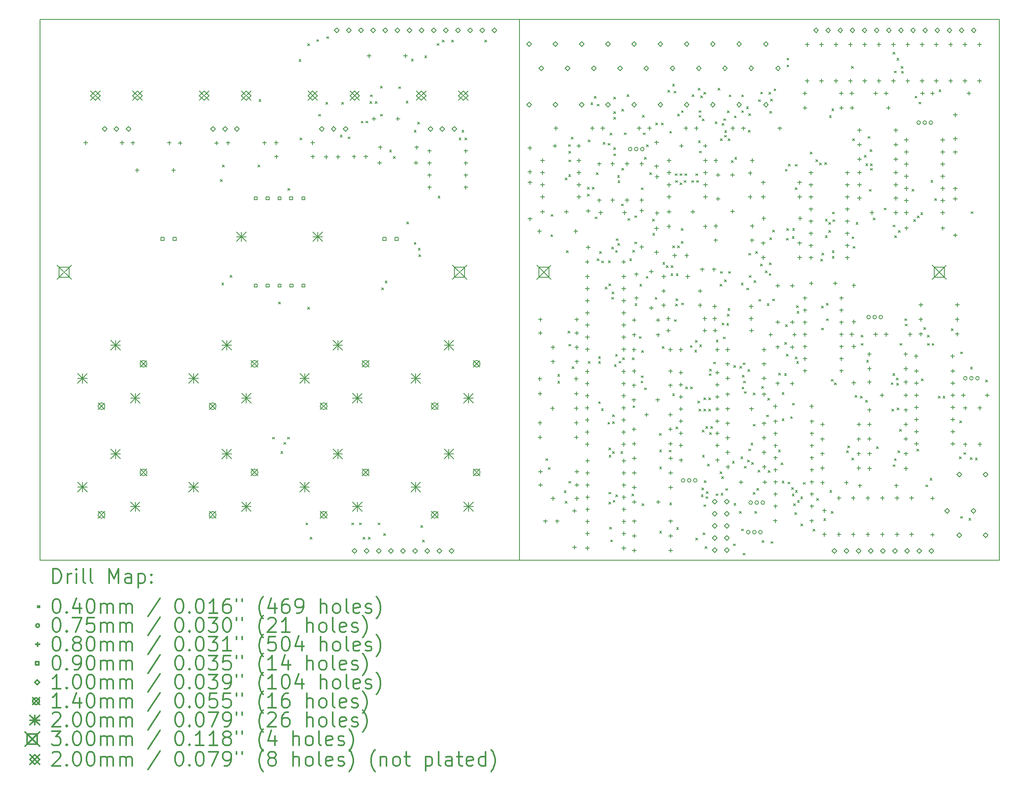
<source format=gbr>
%FSLAX45Y45*%
G04 Gerber Fmt 4.5, Leading zero omitted, Abs format (unit mm)*
G04 Created by KiCad (PCBNEW (5.1.7-0-10_14)) date 2021-03-27 18:26:58*
%MOMM*%
%LPD*%
G01*
G04 APERTURE LIST*
%TA.AperFunction,Profile*%
%ADD10C,0.200000*%
%TD*%
%ADD11C,0.200000*%
%ADD12C,0.300000*%
G04 APERTURE END LIST*
D10*
X16750000Y-3000000D02*
X6705000Y-3000000D01*
X16750000Y-14335000D02*
X6705000Y-14335000D01*
X6705000Y-14335000D02*
X6705000Y-3000000D01*
X26795000Y-3000000D02*
X26795000Y-14335000D01*
X16750000Y-3000000D02*
X26795000Y-3000000D01*
X16750000Y-14335000D02*
X26795000Y-14335000D01*
X16750000Y-3000000D02*
X16750000Y-14335000D01*
D11*
X10485000Y-6355000D02*
X10525000Y-6395000D01*
X10525000Y-6355000D02*
X10485000Y-6395000D01*
X10515000Y-8525000D02*
X10555000Y-8565000D01*
X10555000Y-8525000D02*
X10515000Y-8565000D01*
X10525000Y-6055000D02*
X10565000Y-6095000D01*
X10565000Y-6055000D02*
X10525000Y-6095000D01*
X10690000Y-8365000D02*
X10730000Y-8405000D01*
X10730000Y-8365000D02*
X10690000Y-8405000D01*
X11270354Y-6050354D02*
X11310354Y-6090354D01*
X11310354Y-6050354D02*
X11270354Y-6090354D01*
X11292469Y-4682469D02*
X11332469Y-4722469D01*
X11332469Y-4682469D02*
X11292469Y-4722469D01*
X11580000Y-11755000D02*
X11620000Y-11795000D01*
X11620000Y-11755000D02*
X11580000Y-11795000D01*
X11705000Y-8924998D02*
X11745000Y-8964998D01*
X11745000Y-8924998D02*
X11705000Y-8964998D01*
X11750000Y-12055000D02*
X11790000Y-12095000D01*
X11790000Y-12055000D02*
X11750000Y-12095000D01*
X11815000Y-11865000D02*
X11855000Y-11905000D01*
X11855000Y-11865000D02*
X11815000Y-11905000D01*
X11887500Y-11755000D02*
X11927500Y-11795000D01*
X11927500Y-11755000D02*
X11887500Y-11795000D01*
X11900000Y-6545000D02*
X11940000Y-6585000D01*
X11940000Y-6545000D02*
X11900000Y-6585000D01*
X12132469Y-3842469D02*
X12172469Y-3882469D01*
X12172469Y-3842469D02*
X12132469Y-3882469D01*
X12153765Y-5483765D02*
X12193765Y-5523765D01*
X12193765Y-5483765D02*
X12153765Y-5523765D01*
X12275000Y-13550000D02*
X12315000Y-13590000D01*
X12315000Y-13550000D02*
X12275000Y-13590000D01*
X12312265Y-9034765D02*
X12352265Y-9074765D01*
X12352265Y-9034765D02*
X12312265Y-9074765D01*
X12313735Y-3513735D02*
X12353735Y-3553735D01*
X12353735Y-3513735D02*
X12313735Y-3553735D01*
X12365000Y-13850000D02*
X12405000Y-13890000D01*
X12405000Y-13850000D02*
X12365000Y-13890000D01*
X12505000Y-3425000D02*
X12545000Y-3465000D01*
X12545000Y-3425000D02*
X12505000Y-3465000D01*
X12545000Y-4990000D02*
X12585000Y-5030000D01*
X12585000Y-4990000D02*
X12545000Y-5030000D01*
X12695000Y-4740000D02*
X12735000Y-4780000D01*
X12735000Y-4740000D02*
X12695000Y-4780000D01*
X12713735Y-3363735D02*
X12753735Y-3403735D01*
X12753735Y-3363735D02*
X12713735Y-3403735D01*
X12995000Y-5425000D02*
X13035000Y-5465000D01*
X13035000Y-5425000D02*
X12995000Y-5465000D01*
X13025000Y-4740000D02*
X13065000Y-4780000D01*
X13065000Y-4740000D02*
X13025000Y-4780000D01*
X13160500Y-5465000D02*
X13200500Y-5505000D01*
X13200500Y-5465000D02*
X13160500Y-5505000D01*
X13233735Y-13549999D02*
X13273735Y-13589999D01*
X13273735Y-13549999D02*
X13233735Y-13589999D01*
X13395000Y-13549999D02*
X13435000Y-13589999D01*
X13435000Y-13549999D02*
X13395000Y-13589999D01*
X13435000Y-5135000D02*
X13475000Y-5175000D01*
X13475000Y-5135000D02*
X13435000Y-5175000D01*
X13475000Y-13850000D02*
X13515000Y-13890000D01*
X13515000Y-13850000D02*
X13475000Y-13890000D01*
X13535000Y-5135000D02*
X13575000Y-5175000D01*
X13575000Y-5135000D02*
X13535000Y-5175000D01*
X13585000Y-13850000D02*
X13625000Y-13890000D01*
X13625000Y-13850000D02*
X13585000Y-13890000D01*
X13615000Y-4725000D02*
X13655000Y-4765000D01*
X13655000Y-4725000D02*
X13615000Y-4765000D01*
X13625000Y-4585000D02*
X13665000Y-4625000D01*
X13665000Y-4585000D02*
X13625000Y-4625000D01*
X13725000Y-4725000D02*
X13765000Y-4765000D01*
X13765000Y-4725000D02*
X13725000Y-4765000D01*
X13785000Y-13550000D02*
X13825000Y-13590000D01*
X13825000Y-13550000D02*
X13785000Y-13590000D01*
X13835000Y-4990000D02*
X13875000Y-5030000D01*
X13875000Y-4990000D02*
X13835000Y-5030000D01*
X13837735Y-4399735D02*
X13877735Y-4439735D01*
X13877735Y-4399735D02*
X13837735Y-4439735D01*
X13862500Y-8625000D02*
X13902500Y-8665000D01*
X13902500Y-8625000D02*
X13862500Y-8665000D01*
X13905000Y-13777500D02*
X13945000Y-13817500D01*
X13945000Y-13777500D02*
X13905000Y-13817500D01*
X13935000Y-8485000D02*
X13975000Y-8525000D01*
X13975000Y-8485000D02*
X13935000Y-8525000D01*
X14028183Y-5738183D02*
X14068183Y-5778183D01*
X14068183Y-5738183D02*
X14028183Y-5778183D01*
X14107000Y-5875713D02*
X14147000Y-5915713D01*
X14147000Y-5875713D02*
X14107000Y-5915713D01*
X14217500Y-4415000D02*
X14257500Y-4455000D01*
X14257500Y-4415000D02*
X14217500Y-4455000D01*
X14375000Y-4715000D02*
X14415000Y-4755000D01*
X14415000Y-4715000D02*
X14375000Y-4755000D01*
X14387235Y-7247235D02*
X14427235Y-7287235D01*
X14427235Y-7247235D02*
X14387235Y-7287235D01*
X14485000Y-3832500D02*
X14525000Y-3872500D01*
X14525000Y-3832500D02*
X14485000Y-3872500D01*
X14543896Y-5325000D02*
X14583896Y-5365000D01*
X14583896Y-5325000D02*
X14543896Y-5365000D01*
X14545000Y-7675000D02*
X14585000Y-7715000D01*
X14585000Y-7675000D02*
X14545000Y-7715000D01*
X14616396Y-5153604D02*
X14656396Y-5193604D01*
X14656396Y-5153604D02*
X14616396Y-5193604D01*
X14628500Y-7795000D02*
X14668500Y-7835000D01*
X14668500Y-7795000D02*
X14628500Y-7835000D01*
X14645000Y-7935000D02*
X14685000Y-7975000D01*
X14685000Y-7935000D02*
X14645000Y-7975000D01*
X14682146Y-13607854D02*
X14722146Y-13647854D01*
X14722146Y-13607854D02*
X14682146Y-13647854D01*
X14718354Y-13911646D02*
X14758354Y-13951646D01*
X14758354Y-13911646D02*
X14718354Y-13951646D01*
X14765000Y-3765000D02*
X14805000Y-3805000D01*
X14805000Y-3765000D02*
X14765000Y-3805000D01*
X15025000Y-3508735D02*
X15065000Y-3548735D01*
X15065000Y-3508735D02*
X15025000Y-3548735D01*
X15045000Y-6705000D02*
X15085000Y-6745000D01*
X15085000Y-6705000D02*
X15045000Y-6745000D01*
X15135000Y-3436235D02*
X15175000Y-3476235D01*
X15175000Y-3436235D02*
X15135000Y-3476235D01*
X15328541Y-3436235D02*
X15368541Y-3476235D01*
X15368541Y-3436235D02*
X15328541Y-3476235D01*
X15485000Y-5485000D02*
X15525000Y-5525000D01*
X15525000Y-5485000D02*
X15485000Y-5525000D01*
X15543735Y-5323735D02*
X15583735Y-5363735D01*
X15583735Y-5323735D02*
X15543735Y-5363735D01*
X15605000Y-5485000D02*
X15645000Y-5525000D01*
X15645000Y-5485000D02*
X15605000Y-5525000D01*
X16020000Y-3436235D02*
X16060000Y-3476235D01*
X16060000Y-3436235D02*
X16020000Y-3476235D01*
X17298896Y-12203896D02*
X17338896Y-12243896D01*
X17338896Y-12203896D02*
X17298896Y-12243896D01*
X17354104Y-12389104D02*
X17394104Y-12429104D01*
X17394104Y-12389104D02*
X17354104Y-12429104D01*
X17407396Y-7512604D02*
X17447396Y-7552604D01*
X17447396Y-7512604D02*
X17407396Y-7552604D01*
X17410104Y-7089896D02*
X17450104Y-7129896D01*
X17450104Y-7089896D02*
X17410104Y-7129896D01*
X17550000Y-10437500D02*
X17590000Y-10477500D01*
X17590000Y-10437500D02*
X17550000Y-10477500D01*
X17550000Y-10585000D02*
X17590000Y-10625000D01*
X17590000Y-10585000D02*
X17550000Y-10625000D01*
X17685000Y-12875000D02*
X17725000Y-12915000D01*
X17725000Y-12875000D02*
X17685000Y-12915000D01*
X17706104Y-6326104D02*
X17746104Y-6366104D01*
X17746104Y-6326104D02*
X17706104Y-6366104D01*
X17706832Y-13097322D02*
X17746832Y-13137322D01*
X17746832Y-13097322D02*
X17706832Y-13137322D01*
X17735000Y-7845000D02*
X17775000Y-7885000D01*
X17775000Y-7845000D02*
X17735000Y-7885000D01*
X17767500Y-9535000D02*
X17807500Y-9575000D01*
X17807500Y-9535000D02*
X17767500Y-9575000D01*
X17772958Y-5624328D02*
X17812958Y-5664328D01*
X17812958Y-5624328D02*
X17772958Y-5664328D01*
X17778604Y-6253604D02*
X17818604Y-6293604D01*
X17818604Y-6253604D02*
X17778604Y-6293604D01*
X17780133Y-5948018D02*
X17820133Y-5988018D01*
X17820133Y-5948018D02*
X17780133Y-5988018D01*
X17780489Y-12677772D02*
X17820489Y-12717772D01*
X17820489Y-12677772D02*
X17780489Y-12717772D01*
X17783605Y-9808636D02*
X17823605Y-9848636D01*
X17823605Y-9808636D02*
X17783605Y-9848636D01*
X17785000Y-5765000D02*
X17825000Y-5805000D01*
X17825000Y-5765000D02*
X17785000Y-5805000D01*
X17836388Y-5471082D02*
X17876388Y-5511082D01*
X17876388Y-5471082D02*
X17836388Y-5511082D01*
X17850000Y-10275000D02*
X17890000Y-10315000D01*
X17890000Y-10275000D02*
X17850000Y-10315000D01*
X18175000Y-6517000D02*
X18215000Y-6557000D01*
X18215000Y-6517000D02*
X18175000Y-6557000D01*
X18175000Y-6662000D02*
X18215000Y-6702000D01*
X18215000Y-6662000D02*
X18175000Y-6702000D01*
X18190000Y-5525000D02*
X18230000Y-5565000D01*
X18230000Y-5525000D02*
X18190000Y-5565000D01*
X18190000Y-10165000D02*
X18230000Y-10205000D01*
X18230000Y-10165000D02*
X18190000Y-10205000D01*
X18245617Y-4749383D02*
X18285617Y-4789383D01*
X18285617Y-4749383D02*
X18245617Y-4789383D01*
X18275000Y-6517000D02*
X18315000Y-6557000D01*
X18315000Y-6517000D02*
X18275000Y-6557000D01*
X18315648Y-4614352D02*
X18355648Y-4654352D01*
X18355648Y-4614352D02*
X18315648Y-4654352D01*
X18335000Y-7140000D02*
X18375000Y-7180000D01*
X18375000Y-7140000D02*
X18335000Y-7180000D01*
X18360000Y-6215000D02*
X18400000Y-6255000D01*
X18400000Y-6215000D02*
X18360000Y-6255000D01*
X18377432Y-8017500D02*
X18417432Y-8057500D01*
X18417432Y-8017500D02*
X18377432Y-8057500D01*
X18377500Y-4778735D02*
X18417500Y-4818735D01*
X18417500Y-4778735D02*
X18377500Y-4818735D01*
X18405001Y-10065000D02*
X18445001Y-10105000D01*
X18445001Y-10065000D02*
X18405001Y-10105000D01*
X18405001Y-10165000D02*
X18445001Y-10205000D01*
X18445001Y-10165000D02*
X18405001Y-10205000D01*
X18405001Y-11010000D02*
X18445001Y-11050000D01*
X18445001Y-11010000D02*
X18405001Y-11050000D01*
X18426497Y-7865905D02*
X18466497Y-7905905D01*
X18466497Y-7865905D02*
X18426497Y-7905905D01*
X18464765Y-11159765D02*
X18504765Y-11199765D01*
X18504765Y-11159765D02*
X18464765Y-11199765D01*
X18466060Y-8063815D02*
X18506060Y-8103815D01*
X18506060Y-8063815D02*
X18466060Y-8103815D01*
X18505000Y-5580000D02*
X18545000Y-5620000D01*
X18545000Y-5580000D02*
X18505000Y-5620000D01*
X18547500Y-8612053D02*
X18587500Y-8652053D01*
X18587500Y-8612053D02*
X18547500Y-8652053D01*
X18600772Y-11442403D02*
X18640772Y-11482403D01*
X18640772Y-11442403D02*
X18600772Y-11482403D01*
X18605000Y-5600000D02*
X18645000Y-5640000D01*
X18645000Y-5600000D02*
X18605000Y-5640000D01*
X18615000Y-8060000D02*
X18655000Y-8100000D01*
X18655000Y-8060000D02*
X18615000Y-8100000D01*
X18618626Y-11982500D02*
X18658626Y-12022500D01*
X18658626Y-11982500D02*
X18618626Y-12022500D01*
X18619078Y-13116935D02*
X18659078Y-13156935D01*
X18659078Y-13116935D02*
X18619078Y-13156935D01*
X18620000Y-8540896D02*
X18660000Y-8580896D01*
X18660000Y-8540896D02*
X18620000Y-8580896D01*
X18622458Y-12907000D02*
X18662458Y-12947000D01*
X18662458Y-12907000D02*
X18622458Y-12947000D01*
X18625000Y-12130000D02*
X18665000Y-12170000D01*
X18665000Y-12130000D02*
X18625000Y-12170000D01*
X18638258Y-13638212D02*
X18678258Y-13678212D01*
X18678258Y-13638212D02*
X18638258Y-13678212D01*
X18647500Y-5385000D02*
X18687500Y-5425000D01*
X18687500Y-5385000D02*
X18647500Y-5425000D01*
X18658735Y-13906265D02*
X18698735Y-13946265D01*
X18698735Y-13906265D02*
X18658735Y-13946265D01*
X18678877Y-8825862D02*
X18718877Y-8865862D01*
X18718877Y-8825862D02*
X18678877Y-8865862D01*
X18682973Y-7770134D02*
X18722973Y-7810134D01*
X18722973Y-7770134D02*
X18682973Y-7810134D01*
X18688604Y-8713604D02*
X18728604Y-8753604D01*
X18728604Y-8713604D02*
X18688604Y-8753604D01*
X18700000Y-11285000D02*
X18740000Y-11325000D01*
X18740000Y-11285000D02*
X18700000Y-11325000D01*
X18700000Y-11430000D02*
X18740000Y-11470000D01*
X18740000Y-11430000D02*
X18700000Y-11470000D01*
X18700000Y-12055000D02*
X18740000Y-12095000D01*
X18740000Y-12055000D02*
X18700000Y-12095000D01*
X18710758Y-13077000D02*
X18750758Y-13117000D01*
X18750758Y-13077000D02*
X18710758Y-13117000D01*
X18720000Y-4630000D02*
X18760000Y-4670000D01*
X18760000Y-4630000D02*
X18720000Y-4670000D01*
X18720000Y-4935000D02*
X18760000Y-4975000D01*
X18760000Y-4935000D02*
X18720000Y-4975000D01*
X18720000Y-5055000D02*
X18760000Y-5095000D01*
X18760000Y-5055000D02*
X18720000Y-5095000D01*
X18720000Y-5690000D02*
X18760000Y-5730000D01*
X18760000Y-5690000D02*
X18720000Y-5730000D01*
X18720000Y-5820000D02*
X18760000Y-5860000D01*
X18760000Y-5820000D02*
X18720000Y-5860000D01*
X18735000Y-10237500D02*
X18775000Y-10277500D01*
X18775000Y-10237500D02*
X18735000Y-10277500D01*
X18760000Y-10019485D02*
X18800000Y-10059485D01*
X18800000Y-10019485D02*
X18760000Y-10059485D01*
X18760104Y-7842500D02*
X18800104Y-7882500D01*
X18800104Y-7842500D02*
X18760104Y-7882500D01*
X18767458Y-12962666D02*
X18807458Y-13002666D01*
X18807458Y-12962666D02*
X18767458Y-13002666D01*
X18775883Y-7597679D02*
X18815883Y-7637679D01*
X18815883Y-7597679D02*
X18775883Y-7637679D01*
X18802396Y-6272604D02*
X18842396Y-6312604D01*
X18842396Y-6272604D02*
X18802396Y-6312604D01*
X18807537Y-7692537D02*
X18847537Y-7732537D01*
X18847537Y-7692537D02*
X18807537Y-7732537D01*
X18812829Y-6385568D02*
X18852829Y-6425568D01*
X18852829Y-6385568D02*
X18812829Y-6425568D01*
X18831742Y-10164485D02*
X18871742Y-10204485D01*
X18871742Y-10164485D02*
X18831742Y-10204485D01*
X18870000Y-12055000D02*
X18910000Y-12095000D01*
X18910000Y-12055000D02*
X18870000Y-12095000D01*
X18882634Y-6870598D02*
X18922634Y-6910598D01*
X18922634Y-6870598D02*
X18882634Y-6910598D01*
X18890000Y-4885000D02*
X18930000Y-4925000D01*
X18930000Y-4885000D02*
X18890000Y-4925000D01*
X18892604Y-6122396D02*
X18932604Y-6162396D01*
X18932604Y-6122396D02*
X18892604Y-6162396D01*
X18906985Y-10091985D02*
X18946985Y-10131985D01*
X18946985Y-10091985D02*
X18906985Y-10131985D01*
X18940000Y-5380000D02*
X18980000Y-5420000D01*
X18980000Y-5380000D02*
X18940000Y-5420000D01*
X19001379Y-4581379D02*
X19041379Y-4621379D01*
X19041379Y-4581379D02*
X19001379Y-4621379D01*
X19020000Y-7175000D02*
X19060000Y-7215000D01*
X19060000Y-7175000D02*
X19020000Y-7215000D01*
X19056265Y-8016265D02*
X19096265Y-8056265D01*
X19096265Y-8016265D02*
X19056265Y-8056265D01*
X19105000Y-12945000D02*
X19145000Y-12985000D01*
X19145000Y-12945000D02*
X19105000Y-12985000D01*
X19112015Y-10092015D02*
X19152015Y-10132015D01*
X19152015Y-10092015D02*
X19112015Y-10132015D01*
X19120000Y-7837000D02*
X19160000Y-7877000D01*
X19160000Y-7837000D02*
X19120000Y-7877000D01*
X19125000Y-11095000D02*
X19165000Y-11135000D01*
X19165000Y-11095000D02*
X19125000Y-11135000D01*
X19165000Y-7665000D02*
X19205000Y-7705000D01*
X19205000Y-7665000D02*
X19165000Y-7705000D01*
X19165000Y-7115000D02*
X19205000Y-7155000D01*
X19205000Y-7115000D02*
X19165000Y-7155000D01*
X19168374Y-8959517D02*
X19208374Y-8999517D01*
X19208374Y-8959517D02*
X19168374Y-8999517D01*
X19257647Y-9647500D02*
X19297647Y-9687500D01*
X19297647Y-9647500D02*
X19257647Y-9687500D01*
X19270000Y-8551500D02*
X19310000Y-8591500D01*
X19310000Y-8551500D02*
X19270000Y-8591500D01*
X19295000Y-10577500D02*
X19335000Y-10617500D01*
X19335000Y-10577500D02*
X19295000Y-10617500D01*
X19301345Y-6531137D02*
X19341345Y-6571137D01*
X19341345Y-6531137D02*
X19301345Y-6571137D01*
X19301464Y-10468505D02*
X19341464Y-10508505D01*
X19341464Y-10468505D02*
X19301464Y-10508505D01*
X19305000Y-9940000D02*
X19345000Y-9980000D01*
X19345000Y-9940000D02*
X19305000Y-9980000D01*
X19315104Y-13149896D02*
X19355104Y-13189896D01*
X19355104Y-13149896D02*
X19315104Y-13189896D01*
X19324104Y-5010896D02*
X19364104Y-5050896D01*
X19364104Y-5010896D02*
X19324104Y-5050896D01*
X19340000Y-5380000D02*
X19380000Y-5420000D01*
X19380000Y-5380000D02*
X19340000Y-5420000D01*
X19365899Y-5890357D02*
X19405899Y-5930357D01*
X19405899Y-5890357D02*
X19365899Y-5930357D01*
X19367500Y-10722500D02*
X19407500Y-10762500D01*
X19407500Y-10722500D02*
X19367500Y-10762500D01*
X19405000Y-8385000D02*
X19445000Y-8425000D01*
X19445000Y-8385000D02*
X19405000Y-8425000D01*
X19410000Y-5632500D02*
X19450000Y-5672500D01*
X19450000Y-5632500D02*
X19410000Y-5672500D01*
X19475000Y-6212500D02*
X19515000Y-6252500D01*
X19515000Y-6212500D02*
X19475000Y-6252500D01*
X19537500Y-7190000D02*
X19577500Y-7230000D01*
X19577500Y-7190000D02*
X19537500Y-7230000D01*
X19538852Y-7485940D02*
X19578852Y-7525940D01*
X19578852Y-7485940D02*
X19538852Y-7525940D01*
X19591235Y-8826235D02*
X19631235Y-8866235D01*
X19631235Y-8826235D02*
X19591235Y-8866235D01*
X19605000Y-5175000D02*
X19645000Y-5215000D01*
X19645000Y-5175000D02*
X19605000Y-5215000D01*
X19680000Y-11675000D02*
X19720000Y-11715000D01*
X19720000Y-11675000D02*
X19680000Y-11715000D01*
X19685000Y-12020000D02*
X19725000Y-12060000D01*
X19725000Y-12020000D02*
X19685000Y-12060000D01*
X19685000Y-12380000D02*
X19725000Y-12420000D01*
X19725000Y-12380000D02*
X19685000Y-12420000D01*
X19685000Y-13725000D02*
X19725000Y-13765000D01*
X19725000Y-13725000D02*
X19685000Y-13765000D01*
X19720000Y-5175000D02*
X19760000Y-5215000D01*
X19760000Y-5175000D02*
X19720000Y-5215000D01*
X19740951Y-9853482D02*
X19780951Y-9893482D01*
X19780951Y-9853482D02*
X19740951Y-9893482D01*
X19750975Y-8092767D02*
X19790975Y-8132767D01*
X19790975Y-8092767D02*
X19750975Y-8132767D01*
X19825000Y-8160000D02*
X19865000Y-8200000D01*
X19865000Y-8160000D02*
X19825000Y-8200000D01*
X19857952Y-4484361D02*
X19897952Y-4524361D01*
X19897952Y-4484361D02*
X19857952Y-4524361D01*
X19885000Y-12025000D02*
X19925000Y-12065000D01*
X19925000Y-12025000D02*
X19885000Y-12065000D01*
X19894896Y-5345000D02*
X19934896Y-5385000D01*
X19934896Y-5345000D02*
X19894896Y-5385000D01*
X19895000Y-13130001D02*
X19935000Y-13170001D01*
X19935000Y-13130001D02*
X19895000Y-13170001D01*
X19920000Y-8330000D02*
X19960000Y-8370000D01*
X19960000Y-8330000D02*
X19920000Y-8370000D01*
X19925000Y-8160000D02*
X19965000Y-8200000D01*
X19965000Y-8160000D02*
X19925000Y-8200000D01*
X19955000Y-4360000D02*
X19995000Y-4400000D01*
X19995000Y-4360000D02*
X19955000Y-4400000D01*
X19955000Y-10848000D02*
X19995000Y-10888000D01*
X19995000Y-10848000D02*
X19955000Y-10888000D01*
X19960000Y-7745000D02*
X20000000Y-7785000D01*
X20000000Y-7745000D02*
X19960000Y-7785000D01*
X19985000Y-4508879D02*
X20025000Y-4548879D01*
X20025000Y-4508879D02*
X19985000Y-4548879D01*
X19991765Y-9291235D02*
X20031765Y-9331235D01*
X20031765Y-9291235D02*
X19991765Y-9331235D01*
X20010000Y-6234000D02*
X20050000Y-6274000D01*
X20050000Y-6234000D02*
X20010000Y-6274000D01*
X20020000Y-6379000D02*
X20060000Y-6419000D01*
X20060000Y-6379000D02*
X20020000Y-6419000D01*
X20020000Y-8965000D02*
X20060000Y-9005000D01*
X20060000Y-8965000D02*
X20020000Y-9005000D01*
X20026275Y-8856195D02*
X20066275Y-8896195D01*
X20066275Y-8856195D02*
X20026275Y-8896195D01*
X20027195Y-11537114D02*
X20067195Y-11577114D01*
X20067195Y-11537114D02*
X20027195Y-11577114D01*
X20030000Y-8330000D02*
X20070000Y-8370000D01*
X20070000Y-8330000D02*
X20030000Y-8370000D01*
X20040000Y-13650000D02*
X20080000Y-13690000D01*
X20080000Y-13650000D02*
X20040000Y-13690000D01*
X20059126Y-4987500D02*
X20099126Y-5027500D01*
X20099126Y-4987500D02*
X20059126Y-5027500D01*
X20060000Y-7745000D02*
X20100000Y-7785000D01*
X20100000Y-7745000D02*
X20060000Y-7785000D01*
X20108722Y-6425135D02*
X20148722Y-6465135D01*
X20148722Y-6425135D02*
X20108722Y-6465135D01*
X20110000Y-6234000D02*
X20150000Y-6274000D01*
X20150000Y-6234000D02*
X20110000Y-6274000D01*
X20137501Y-7381490D02*
X20177501Y-7421490D01*
X20177501Y-7381490D02*
X20137501Y-7421490D01*
X20137501Y-7651020D02*
X20177501Y-7691020D01*
X20177501Y-7651020D02*
X20137501Y-7691020D01*
X20140000Y-4915000D02*
X20180000Y-4955000D01*
X20180000Y-4915000D02*
X20140000Y-4955000D01*
X20143765Y-8943765D02*
X20183765Y-8983765D01*
X20183765Y-8943765D02*
X20143765Y-8983765D01*
X20197444Y-6379000D02*
X20237444Y-6419000D01*
X20237444Y-6379000D02*
X20197444Y-6419000D01*
X20210001Y-6234000D02*
X20250001Y-6274000D01*
X20250001Y-6234000D02*
X20210001Y-6274000D01*
X20231816Y-10703000D02*
X20271816Y-10743000D01*
X20271816Y-10703000D02*
X20231816Y-10743000D01*
X20327735Y-9832265D02*
X20367735Y-9872265D01*
X20367735Y-9832265D02*
X20327735Y-9872265D01*
X20331816Y-10703000D02*
X20371816Y-10743000D01*
X20371816Y-10703000D02*
X20331816Y-10743000D01*
X20360000Y-6379000D02*
X20400000Y-6419000D01*
X20400000Y-6379000D02*
X20360000Y-6419000D01*
X20367178Y-4581379D02*
X20407178Y-4621379D01*
X20407178Y-4581379D02*
X20367178Y-4621379D01*
X20420000Y-9930000D02*
X20460000Y-9970000D01*
X20460000Y-9930000D02*
X20420000Y-9970000D01*
X20430265Y-9729735D02*
X20470265Y-9769735D01*
X20470265Y-9729735D02*
X20430265Y-9769735D01*
X20440000Y-6234000D02*
X20480000Y-6274000D01*
X20480000Y-6234000D02*
X20440000Y-6274000D01*
X20440000Y-13870000D02*
X20480000Y-13910000D01*
X20480000Y-13870000D02*
X20440000Y-13910000D01*
X20460000Y-6379000D02*
X20500000Y-6419000D01*
X20500000Y-6379000D02*
X20460000Y-6419000D01*
X20481180Y-10995000D02*
X20521180Y-11035000D01*
X20521180Y-10995000D02*
X20481180Y-11035000D01*
X20492235Y-4447235D02*
X20532235Y-4487235D01*
X20532235Y-4447235D02*
X20492235Y-4487235D01*
X20496111Y-5545000D02*
X20536111Y-5585000D01*
X20536111Y-5545000D02*
X20496111Y-5585000D01*
X20507500Y-4915000D02*
X20547500Y-4955000D01*
X20547500Y-4915000D02*
X20507500Y-4955000D01*
X20507500Y-5015000D02*
X20547500Y-5055000D01*
X20547500Y-5015000D02*
X20507500Y-5055000D01*
X20510000Y-11165000D02*
X20550000Y-11205000D01*
X20550000Y-11165000D02*
X20510000Y-11205000D01*
X20520000Y-5760000D02*
X20560000Y-5800000D01*
X20560000Y-5760000D02*
X20520000Y-5800000D01*
X20521515Y-9820985D02*
X20561515Y-9860985D01*
X20561515Y-9820985D02*
X20521515Y-9860985D01*
X20542265Y-4602265D02*
X20582265Y-4642265D01*
X20582265Y-4602265D02*
X20542265Y-4642265D01*
X20555000Y-12963695D02*
X20595000Y-13003695D01*
X20595000Y-12963695D02*
X20555000Y-13003695D01*
X20569924Y-12818695D02*
X20609924Y-12858695D01*
X20609924Y-12818695D02*
X20569924Y-12858695D01*
X20576235Y-11606235D02*
X20616235Y-11646235D01*
X20616235Y-11606235D02*
X20576235Y-11646235D01*
X20580000Y-5087500D02*
X20620000Y-5127500D01*
X20620000Y-5087500D02*
X20580000Y-5127500D01*
X20580771Y-12130760D02*
X20620771Y-12170760D01*
X20620771Y-12130760D02*
X20580771Y-12170760D01*
X20594604Y-13760396D02*
X20634604Y-13800396D01*
X20634604Y-13760396D02*
X20594604Y-13800396D01*
X20610000Y-10928000D02*
X20650000Y-10968000D01*
X20650000Y-10928000D02*
X20610000Y-10968000D01*
X20610000Y-11165001D02*
X20650000Y-11205001D01*
X20650000Y-11165001D02*
X20610000Y-11205001D01*
X20610000Y-13170000D02*
X20650000Y-13210000D01*
X20650000Y-13170000D02*
X20610000Y-13210000D01*
X20612976Y-4531555D02*
X20652976Y-4571555D01*
X20652976Y-4531555D02*
X20612976Y-4571555D01*
X20618044Y-12668044D02*
X20658044Y-12708044D01*
X20658044Y-12668044D02*
X20618044Y-12708044D01*
X20639396Y-14045604D02*
X20679396Y-14085604D01*
X20679396Y-14045604D02*
X20639396Y-14085604D01*
X20653735Y-11528735D02*
X20693735Y-11568735D01*
X20693735Y-11528735D02*
X20653735Y-11568735D01*
X20655000Y-13000000D02*
X20695000Y-13040000D01*
X20695000Y-13000000D02*
X20655000Y-13040000D01*
X20661275Y-12891195D02*
X20701275Y-12931195D01*
X20701275Y-12891195D02*
X20661275Y-12931195D01*
X20685000Y-12320000D02*
X20725000Y-12360000D01*
X20725000Y-12320000D02*
X20685000Y-12360000D01*
X20711395Y-11165001D02*
X20751395Y-11205001D01*
X20751395Y-11165001D02*
X20711395Y-11205001D01*
X20715000Y-10928000D02*
X20755000Y-10968000D01*
X20755000Y-10928000D02*
X20715000Y-10968000D01*
X20721484Y-10426137D02*
X20761484Y-10466137D01*
X20761484Y-10426137D02*
X20721484Y-10466137D01*
X20730000Y-10326500D02*
X20770000Y-10366500D01*
X20770000Y-10326500D02*
X20730000Y-10366500D01*
X20732127Y-11655977D02*
X20772127Y-11695977D01*
X20772127Y-11655977D02*
X20732127Y-11695977D01*
X20755000Y-11530000D02*
X20795000Y-11570000D01*
X20795000Y-11530000D02*
X20755000Y-11570000D01*
X20811891Y-10181500D02*
X20851891Y-10221500D01*
X20851891Y-10181500D02*
X20811891Y-10221500D01*
X20848735Y-5148765D02*
X20888735Y-5188765D01*
X20888735Y-5148765D02*
X20848735Y-5188765D01*
X20867532Y-12940000D02*
X20907532Y-12980000D01*
X20907532Y-12940000D02*
X20867532Y-12980000D01*
X20870000Y-9720000D02*
X20910000Y-9760000D01*
X20910000Y-9720000D02*
X20870000Y-9760000D01*
X20905000Y-4445000D02*
X20945000Y-4485000D01*
X20945000Y-4445000D02*
X20905000Y-4485000D01*
X20949016Y-12479017D02*
X20989016Y-12519017D01*
X20989016Y-12479017D02*
X20949016Y-12519017D01*
X20950000Y-8550000D02*
X20990000Y-8590000D01*
X20990000Y-8550000D02*
X20950000Y-8590000D01*
X20955677Y-5503717D02*
X20995677Y-5543717D01*
X20995677Y-5503717D02*
X20955677Y-5543717D01*
X20960000Y-8285000D02*
X21000000Y-8325000D01*
X21000000Y-8285000D02*
X20960000Y-8325000D01*
X20971225Y-12926225D02*
X21011225Y-12966225D01*
X21011225Y-12926225D02*
X20971225Y-12966225D01*
X20981638Y-12578923D02*
X21021638Y-12618923D01*
X21021638Y-12578923D02*
X20981638Y-12618923D01*
X20989272Y-9360981D02*
X21029272Y-9400981D01*
X21029272Y-9360981D02*
X20989272Y-9400981D01*
X20993735Y-5178735D02*
X21033735Y-5218735D01*
X21033735Y-5178735D02*
X20993735Y-5218735D01*
X21020000Y-9655000D02*
X21060000Y-9695000D01*
X21060000Y-9655000D02*
X21020000Y-9695000D01*
X21023664Y-5083318D02*
X21063664Y-5123318D01*
X21063664Y-5083318D02*
X21023664Y-5123318D01*
X21043160Y-5431217D02*
X21083160Y-5471217D01*
X21083160Y-5431217D02*
X21043160Y-5471217D01*
X21045000Y-8455000D02*
X21085000Y-8495000D01*
X21085000Y-8455000D02*
X21045000Y-8495000D01*
X21046265Y-5331265D02*
X21086265Y-5371265D01*
X21086265Y-5331265D02*
X21046265Y-5371265D01*
X21066225Y-12831224D02*
X21106225Y-12871224D01*
X21106225Y-12831224D02*
X21066225Y-12871224D01*
X21088782Y-9372500D02*
X21128782Y-9412500D01*
X21128782Y-9372500D02*
X21088782Y-9412500D01*
X21100015Y-9177485D02*
X21140015Y-9217485D01*
X21140015Y-9177485D02*
X21100015Y-9217485D01*
X21105000Y-4920000D02*
X21145000Y-4960000D01*
X21145000Y-4920000D02*
X21105000Y-4960000D01*
X21115010Y-9059960D02*
X21155010Y-9099960D01*
X21155010Y-9059960D02*
X21115010Y-9099960D01*
X21116235Y-5503765D02*
X21156235Y-5543765D01*
X21156235Y-5503765D02*
X21116235Y-5543765D01*
X21130000Y-8285000D02*
X21170000Y-8325000D01*
X21170000Y-8285000D02*
X21130000Y-8325000D01*
X21140000Y-4585000D02*
X21180000Y-4625000D01*
X21180000Y-4585000D02*
X21140000Y-4625000D01*
X21185588Y-5962242D02*
X21225588Y-6002242D01*
X21225588Y-5962242D02*
X21185588Y-6002242D01*
X21208050Y-12258931D02*
X21248050Y-12298931D01*
X21248050Y-12258931D02*
X21208050Y-12298931D01*
X21230000Y-13990000D02*
X21270000Y-14030000D01*
X21270000Y-13990000D02*
X21230000Y-14030000D01*
X21240000Y-10250000D02*
X21280000Y-10290000D01*
X21280000Y-10250000D02*
X21240000Y-10290000D01*
X21242104Y-13137896D02*
X21282104Y-13177896D01*
X21282104Y-13137896D02*
X21242104Y-13177896D01*
X21250000Y-5025000D02*
X21290000Y-5065000D01*
X21290000Y-5025000D02*
X21250000Y-5065000D01*
X21258088Y-5889906D02*
X21298088Y-5929906D01*
X21298088Y-5889906D02*
X21258088Y-5929906D01*
X21355000Y-13310001D02*
X21395000Y-13350001D01*
X21395000Y-13310001D02*
X21355000Y-13350001D01*
X21362396Y-10267396D02*
X21402396Y-10307396D01*
X21402396Y-10267396D02*
X21362396Y-10307396D01*
X21386398Y-12166070D02*
X21426398Y-12206070D01*
X21426398Y-12166070D02*
X21386398Y-12206070D01*
X21395000Y-8527500D02*
X21435000Y-8567500D01*
X21435000Y-8527500D02*
X21395000Y-8567500D01*
X21399699Y-13677960D02*
X21439699Y-13717960D01*
X21439699Y-13677960D02*
X21399699Y-13717960D01*
X21402500Y-4585000D02*
X21442500Y-4625000D01*
X21442500Y-4585000D02*
X21402500Y-4625000D01*
X21402500Y-4915000D02*
X21442500Y-4955000D01*
X21442500Y-4915000D02*
X21402500Y-4955000D01*
X21410001Y-10705000D02*
X21450001Y-10745000D01*
X21450001Y-10705000D02*
X21410001Y-10745000D01*
X21417604Y-10452604D02*
X21457604Y-10492604D01*
X21457604Y-10452604D02*
X21417604Y-10492604D01*
X21430817Y-14186000D02*
X21470817Y-14226000D01*
X21470817Y-14186000D02*
X21430817Y-14226000D01*
X21433107Y-10196685D02*
X21473107Y-10236685D01*
X21473107Y-10196685D02*
X21433107Y-10236685D01*
X21441235Y-10578765D02*
X21481235Y-10618765D01*
X21481235Y-10578765D02*
X21441235Y-10618765D01*
X21455000Y-12365000D02*
X21495000Y-12405000D01*
X21495000Y-12365000D02*
X21455000Y-12405000D01*
X21455002Y-10799127D02*
X21495002Y-10839127D01*
X21495002Y-10799127D02*
X21455002Y-10839127D01*
X21505000Y-4832500D02*
X21545000Y-4872500D01*
X21545000Y-4832500D02*
X21505000Y-4872500D01*
X21507500Y-8630000D02*
X21547500Y-8670000D01*
X21547500Y-8630000D02*
X21507500Y-8670000D01*
X21527500Y-12232500D02*
X21567500Y-12272500D01*
X21567500Y-12232500D02*
X21527500Y-12272500D01*
X21533869Y-10336339D02*
X21573869Y-10376339D01*
X21573869Y-10336339D02*
X21533869Y-10376339D01*
X21545000Y-5327500D02*
X21585000Y-5367500D01*
X21585000Y-5327500D02*
X21545000Y-5367500D01*
X21549229Y-4978102D02*
X21589229Y-5018102D01*
X21589229Y-4978102D02*
X21549229Y-5018102D01*
X21550000Y-12000000D02*
X21590000Y-12040000D01*
X21590000Y-12000000D02*
X21550000Y-12040000D01*
X21553735Y-7903735D02*
X21593735Y-7943735D01*
X21593735Y-7903735D02*
X21553735Y-7943735D01*
X21557604Y-8367604D02*
X21597604Y-8407604D01*
X21597604Y-8367604D02*
X21557604Y-8407604D01*
X21597500Y-11880000D02*
X21637500Y-11920000D01*
X21637500Y-11880000D02*
X21597500Y-11920000D01*
X21611146Y-12287303D02*
X21651146Y-12327303D01*
X21651146Y-12287303D02*
X21611146Y-12327303D01*
X21642000Y-10830000D02*
X21682000Y-10870000D01*
X21682000Y-10830000D02*
X21642000Y-10870000D01*
X21642000Y-11485000D02*
X21682000Y-11525000D01*
X21682000Y-11485000D02*
X21642000Y-11525000D01*
X21645896Y-12909765D02*
X21685896Y-12949765D01*
X21685896Y-12909765D02*
X21645896Y-12949765D01*
X21660104Y-8474896D02*
X21700104Y-8514896D01*
X21700104Y-8474896D02*
X21660104Y-8514896D01*
X21680000Y-13310001D02*
X21720000Y-13350001D01*
X21720000Y-13310001D02*
X21680000Y-13350001D01*
X21695000Y-7865000D02*
X21735000Y-7905000D01*
X21735000Y-7865000D02*
X21695000Y-7905000D01*
X21718396Y-12828604D02*
X21758396Y-12868604D01*
X21758396Y-12828604D02*
X21718396Y-12868604D01*
X21748264Y-12444204D02*
X21788264Y-12484204D01*
X21788264Y-12444204D02*
X21748264Y-12484204D01*
X21755000Y-4685000D02*
X21795000Y-4725000D01*
X21795000Y-4685000D02*
X21755000Y-4725000D01*
X21765000Y-8868844D02*
X21805000Y-8908844D01*
X21805000Y-8868844D02*
X21765000Y-8908844D01*
X21797834Y-8127374D02*
X21837834Y-8167374D01*
X21837834Y-8127374D02*
X21797834Y-8167374D01*
X21800000Y-4525000D02*
X21840000Y-4565000D01*
X21840000Y-4525000D02*
X21800000Y-4565000D01*
X21820000Y-10690000D02*
X21860000Y-10730000D01*
X21860000Y-10690000D02*
X21820000Y-10730000D01*
X21831031Y-13916031D02*
X21871031Y-13956031D01*
X21871031Y-13916031D02*
X21831031Y-13956031D01*
X21895000Y-8272374D02*
X21935000Y-8312374D01*
X21935000Y-8272374D02*
X21895000Y-8312374D01*
X21924500Y-11290000D02*
X21964500Y-11330000D01*
X21964500Y-11290000D02*
X21924500Y-11330000D01*
X21935000Y-8955000D02*
X21975000Y-8995000D01*
X21975000Y-8955000D02*
X21935000Y-8995000D01*
X21946037Y-10938717D02*
X21986037Y-10978717D01*
X21986037Y-10938717D02*
X21946037Y-10978717D01*
X21955767Y-12454224D02*
X21995767Y-12494224D01*
X21995767Y-12454224D02*
X21955767Y-12494224D01*
X21971733Y-4528678D02*
X22011733Y-4568678D01*
X22011733Y-4528678D02*
X21971733Y-4568678D01*
X21979418Y-8325980D02*
X22019418Y-8365980D01*
X22019418Y-8325980D02*
X21979418Y-8365980D01*
X21982704Y-8101603D02*
X22022704Y-8141603D01*
X22022704Y-8101603D02*
X21982704Y-8141603D01*
X21988485Y-7578485D02*
X22028485Y-7618485D01*
X22028485Y-7578485D02*
X21988485Y-7618485D01*
X21990000Y-4925000D02*
X22030000Y-4965000D01*
X22030000Y-4925000D02*
X21990000Y-4965000D01*
X22006084Y-4675003D02*
X22046084Y-4715003D01*
X22046084Y-4675003D02*
X22006084Y-4715003D01*
X22013562Y-13938561D02*
X22053562Y-13978561D01*
X22053562Y-13938561D02*
X22013562Y-13978561D01*
X22047220Y-7417219D02*
X22087220Y-7457219D01*
X22087220Y-7417219D02*
X22047220Y-7457219D01*
X22050000Y-8860000D02*
X22090000Y-8900000D01*
X22090000Y-8860000D02*
X22050000Y-8900000D01*
X22080000Y-4456178D02*
X22120000Y-4496178D01*
X22120000Y-4456178D02*
X22080000Y-4496178D01*
X22173273Y-12023275D02*
X22213273Y-12063275D01*
X22213273Y-12023275D02*
X22173273Y-12063275D01*
X22179104Y-10414104D02*
X22219104Y-10454104D01*
X22219104Y-10414104D02*
X22179104Y-10454104D01*
X22230000Y-12290000D02*
X22270000Y-12330000D01*
X22270000Y-12290000D02*
X22230000Y-12330000D01*
X22248605Y-12671395D02*
X22288605Y-12711395D01*
X22288605Y-12671395D02*
X22248605Y-12711395D01*
X22250000Y-10822500D02*
X22290000Y-10862500D01*
X22290000Y-10822500D02*
X22250000Y-10862500D01*
X22250000Y-11370000D02*
X22290000Y-11410000D01*
X22290000Y-11370000D02*
X22250000Y-11410000D01*
X22300000Y-10422000D02*
X22340000Y-10462000D01*
X22340000Y-10422000D02*
X22300000Y-10462000D01*
X22305623Y-9772500D02*
X22345623Y-9812500D01*
X22345623Y-9772500D02*
X22305623Y-9812500D01*
X22317485Y-6142485D02*
X22357485Y-6182485D01*
X22357485Y-6142485D02*
X22317485Y-6182485D01*
X22318677Y-9394500D02*
X22358677Y-9434500D01*
X22358677Y-9394500D02*
X22318677Y-9434500D01*
X22335104Y-7590104D02*
X22375104Y-7630104D01*
X22375104Y-7590104D02*
X22335104Y-7630104D01*
X22337881Y-10014911D02*
X22377881Y-10054911D01*
X22377881Y-10014911D02*
X22337881Y-10054911D01*
X22347500Y-7379586D02*
X22387500Y-7419586D01*
X22387500Y-7379586D02*
X22347500Y-7419586D01*
X22350000Y-3813000D02*
X22390000Y-3853000D01*
X22390000Y-3813000D02*
X22350000Y-3853000D01*
X22350000Y-3958000D02*
X22390000Y-3998000D01*
X22390000Y-3958000D02*
X22350000Y-3998000D01*
X22374741Y-12695000D02*
X22414741Y-12735000D01*
X22414741Y-12695000D02*
X22374741Y-12735000D01*
X22380000Y-6035000D02*
X22420000Y-6075000D01*
X22420000Y-6035000D02*
X22380000Y-6075000D01*
X22426265Y-11323735D02*
X22466265Y-11363735D01*
X22466265Y-11323735D02*
X22426265Y-11363735D01*
X22447241Y-12812111D02*
X22487241Y-12852111D01*
X22487241Y-12812111D02*
X22447241Y-12852111D01*
X22459838Y-12944959D02*
X22499838Y-12984959D01*
X22499838Y-12944959D02*
X22459838Y-12984959D01*
X22460000Y-7550000D02*
X22500000Y-7590000D01*
X22500000Y-7550000D02*
X22460000Y-7590000D01*
X22465000Y-11045000D02*
X22505000Y-11085000D01*
X22505000Y-11045000D02*
X22465000Y-11085000D01*
X22470000Y-7380000D02*
X22510000Y-7420000D01*
X22510000Y-7380000D02*
X22470000Y-7420000D01*
X22490000Y-13150000D02*
X22530000Y-13190000D01*
X22530000Y-13150000D02*
X22490000Y-13190000D01*
X22515218Y-13334374D02*
X22555218Y-13374374D01*
X22555218Y-13334374D02*
X22515218Y-13374374D01*
X22521604Y-10071604D02*
X22561604Y-10111604D01*
X22561604Y-10071604D02*
X22521604Y-10111604D01*
X22522500Y-6040000D02*
X22562500Y-6080000D01*
X22562500Y-6040000D02*
X22522500Y-6080000D01*
X22522500Y-6526213D02*
X22562500Y-6566213D01*
X22562500Y-6526213D02*
X22522500Y-6566213D01*
X22527694Y-12871503D02*
X22567694Y-12911503D01*
X22567694Y-12871503D02*
X22527694Y-12911503D01*
X22547012Y-8999482D02*
X22587012Y-9039482D01*
X22587012Y-8999482D02*
X22547012Y-9039482D01*
X22554546Y-10166023D02*
X22594546Y-10206023D01*
X22594546Y-10166023D02*
X22554546Y-10206023D01*
X22561741Y-9119728D02*
X22601741Y-9159728D01*
X22601741Y-9119728D02*
X22561741Y-9159728D01*
X22571379Y-13080452D02*
X22611379Y-13120452D01*
X22611379Y-13080452D02*
X22571379Y-13120452D01*
X22638334Y-13006174D02*
X22678334Y-13046174D01*
X22678334Y-13006174D02*
X22638334Y-13046174D01*
X22640896Y-13570896D02*
X22680896Y-13610896D01*
X22680896Y-13570896D02*
X22640896Y-13610896D01*
X22694823Y-12704376D02*
X22734823Y-12744376D01*
X22734823Y-12704376D02*
X22694823Y-12744376D01*
X22835000Y-5785000D02*
X22875000Y-5825000D01*
X22875000Y-5785000D02*
X22835000Y-5825000D01*
X22900000Y-13683396D02*
X22940000Y-13723396D01*
X22940000Y-13683396D02*
X22900000Y-13723396D01*
X22958765Y-5941235D02*
X22998765Y-5981235D01*
X22998765Y-5941235D02*
X22958765Y-5981235D01*
X22975000Y-13040000D02*
X23015000Y-13080000D01*
X23015000Y-13040000D02*
X22975000Y-13080000D01*
X23029476Y-6011946D02*
X23069476Y-6051946D01*
X23069476Y-6011946D02*
X23029476Y-6051946D01*
X23060595Y-8024435D02*
X23100595Y-8064435D01*
X23100595Y-8024435D02*
X23060595Y-8064435D01*
X23075000Y-9010000D02*
X23115000Y-9050000D01*
X23115000Y-9010000D02*
X23075000Y-9050000D01*
X23075000Y-9470000D02*
X23115000Y-9510000D01*
X23115000Y-9470000D02*
X23075000Y-9510000D01*
X23082500Y-7900000D02*
X23122500Y-7940000D01*
X23122500Y-7900000D02*
X23082500Y-7940000D01*
X23121265Y-13458735D02*
X23161265Y-13498735D01*
X23161265Y-13458735D02*
X23121265Y-13498735D01*
X23144791Y-5999161D02*
X23184791Y-6039161D01*
X23184791Y-5999161D02*
X23144791Y-6039161D01*
X23155000Y-7535000D02*
X23195000Y-7575000D01*
X23195000Y-7535000D02*
X23155000Y-7575000D01*
X23156284Y-7187427D02*
X23196284Y-7227427D01*
X23196284Y-7187427D02*
X23156284Y-7227427D01*
X23175000Y-8950000D02*
X23215000Y-8990000D01*
X23215000Y-8950000D02*
X23175000Y-8990000D01*
X23175000Y-9275000D02*
X23215000Y-9315000D01*
X23215000Y-9275000D02*
X23175000Y-9315000D01*
X23230000Y-7255000D02*
X23270000Y-7295000D01*
X23270000Y-7255000D02*
X23230000Y-7295000D01*
X23230000Y-7425000D02*
X23270000Y-7465000D01*
X23270000Y-7425000D02*
X23230000Y-7465000D01*
X23240000Y-5020000D02*
X23280000Y-5060000D01*
X23280000Y-5020000D02*
X23240000Y-5060000D01*
X23248765Y-12868765D02*
X23288765Y-12908765D01*
X23288765Y-12868765D02*
X23248765Y-12908765D01*
X23275000Y-13310000D02*
X23315000Y-13350000D01*
X23315000Y-13310000D02*
X23275000Y-13350000D01*
X23276068Y-10543932D02*
X23316068Y-10583932D01*
X23316068Y-10543932D02*
X23276068Y-10583932D01*
X23290000Y-4875000D02*
X23330000Y-4915000D01*
X23330000Y-4875000D02*
X23290000Y-4915000D01*
X23300000Y-7845000D02*
X23340000Y-7885000D01*
X23340000Y-7845000D02*
X23300000Y-7885000D01*
X23300000Y-7965000D02*
X23340000Y-8005000D01*
X23340000Y-7965000D02*
X23300000Y-8005000D01*
X23302500Y-7040000D02*
X23342500Y-7080000D01*
X23342500Y-7040000D02*
X23302500Y-7080000D01*
X23314118Y-7200924D02*
X23354118Y-7240924D01*
X23354118Y-7200924D02*
X23314118Y-7240924D01*
X23346779Y-10614643D02*
X23386779Y-10654643D01*
X23386779Y-10614643D02*
X23346779Y-10654643D01*
X23602383Y-12037409D02*
X23642383Y-12077409D01*
X23642383Y-12037409D02*
X23602383Y-12077409D01*
X23625000Y-11940000D02*
X23665000Y-11980000D01*
X23665000Y-11940000D02*
X23625000Y-11980000D01*
X23700000Y-3985000D02*
X23740000Y-4025000D01*
X23740000Y-3985000D02*
X23700000Y-4025000D01*
X23710000Y-12190000D02*
X23750000Y-12230000D01*
X23750000Y-12190000D02*
X23710000Y-12230000D01*
X23715000Y-7555000D02*
X23755000Y-7595000D01*
X23755000Y-7555000D02*
X23715000Y-7595000D01*
X23725000Y-5505000D02*
X23765000Y-5545000D01*
X23765000Y-5505000D02*
X23725000Y-5545000D01*
X23735000Y-7760000D02*
X23775000Y-7800000D01*
X23775000Y-7760000D02*
X23735000Y-7800000D01*
X23780000Y-10880000D02*
X23820000Y-10920000D01*
X23820000Y-10880000D02*
X23780000Y-10920000D01*
X23797500Y-7255000D02*
X23837500Y-7295000D01*
X23837500Y-7255000D02*
X23797500Y-7295000D01*
X23890000Y-10895000D02*
X23930000Y-10935000D01*
X23930000Y-10895000D02*
X23890000Y-10935000D01*
X23905000Y-9620000D02*
X23945000Y-9660000D01*
X23945000Y-9620000D02*
X23905000Y-9660000D01*
X23905000Y-9790000D02*
X23945000Y-9830000D01*
X23945000Y-9790000D02*
X23905000Y-9830000D01*
X23973670Y-5848299D02*
X24013670Y-5888299D01*
X24013670Y-5848299D02*
X23973670Y-5888299D01*
X24000000Y-10980000D02*
X24040000Y-11020000D01*
X24040000Y-10980000D02*
X24000000Y-11020000D01*
X24001937Y-6025094D02*
X24041937Y-6065094D01*
X24041937Y-6025094D02*
X24001937Y-6065094D01*
X24018000Y-10145000D02*
X24058000Y-10185000D01*
X24058000Y-10145000D02*
X24018000Y-10185000D01*
X24046170Y-5455000D02*
X24086170Y-5495000D01*
X24086170Y-5455000D02*
X24046170Y-5495000D01*
X24074437Y-6564437D02*
X24114437Y-6604437D01*
X24114437Y-6564437D02*
X24074437Y-6604437D01*
X24090985Y-5730985D02*
X24130985Y-5770985D01*
X24130985Y-5730985D02*
X24090985Y-5770985D01*
X24100000Y-6125000D02*
X24140000Y-6165000D01*
X24140000Y-6125000D02*
X24100000Y-6165000D01*
X24101937Y-6024945D02*
X24141937Y-6064945D01*
X24141937Y-6024945D02*
X24101937Y-6064945D01*
X24159158Y-7161087D02*
X24199158Y-7201087D01*
X24199158Y-7161087D02*
X24159158Y-7201087D01*
X24225000Y-11955000D02*
X24265000Y-11995000D01*
X24265000Y-11955000D02*
X24225000Y-11995000D01*
X24386265Y-6953735D02*
X24426265Y-6993735D01*
X24426265Y-6953735D02*
X24386265Y-6993735D01*
X24535489Y-10613020D02*
X24575489Y-10653020D01*
X24575489Y-10613020D02*
X24535489Y-10653020D01*
X24545000Y-11165000D02*
X24585000Y-11205000D01*
X24585000Y-11165000D02*
X24545000Y-11205000D01*
X24569537Y-10420000D02*
X24609537Y-10460000D01*
X24609537Y-10420000D02*
X24569537Y-10460000D01*
X24570411Y-12332085D02*
X24610411Y-12372085D01*
X24610411Y-12332085D02*
X24570411Y-12372085D01*
X24572604Y-7310000D02*
X24612604Y-7350000D01*
X24612604Y-7310000D02*
X24572604Y-7350000D01*
X24576235Y-3691235D02*
X24616235Y-3731235D01*
X24616235Y-3691235D02*
X24576235Y-3731235D01*
X24600000Y-4085000D02*
X24640000Y-4125000D01*
X24640000Y-4085000D02*
X24600000Y-4125000D01*
X24602917Y-12205000D02*
X24642917Y-12245000D01*
X24642917Y-12205000D02*
X24602917Y-12245000D01*
X24609804Y-7535000D02*
X24649804Y-7575000D01*
X24649804Y-7535000D02*
X24609804Y-7575000D01*
X24642037Y-10514507D02*
X24682037Y-10554507D01*
X24682037Y-10514507D02*
X24642037Y-10554507D01*
X24650000Y-10625000D02*
X24690000Y-10665000D01*
X24690000Y-10625000D02*
X24650000Y-10665000D01*
X24653765Y-3818765D02*
X24693765Y-3858765D01*
X24693765Y-3818765D02*
X24653765Y-3858765D01*
X24655778Y-11139355D02*
X24695778Y-11179355D01*
X24695778Y-11139355D02*
X24655778Y-11179355D01*
X24675417Y-12040000D02*
X24715417Y-12080000D01*
X24715417Y-12040000D02*
X24675417Y-12080000D01*
X24682304Y-7422500D02*
X24722304Y-7462500D01*
X24722304Y-7422500D02*
X24682304Y-7462500D01*
X24707803Y-11587803D02*
X24747803Y-11627803D01*
X24747803Y-11587803D02*
X24707803Y-11627803D01*
X24715706Y-9791321D02*
X24755706Y-9831321D01*
X24755706Y-9791321D02*
X24715706Y-9831321D01*
X24745000Y-3985000D02*
X24785000Y-4025000D01*
X24785000Y-3985000D02*
X24745000Y-4025000D01*
X24750000Y-4090000D02*
X24790000Y-4130000D01*
X24790000Y-4090000D02*
X24750000Y-4130000D01*
X24816609Y-9274079D02*
X24856609Y-9314079D01*
X24856609Y-9274079D02*
X24816609Y-9314079D01*
X24825000Y-9385000D02*
X24865000Y-9425000D01*
X24865000Y-9385000D02*
X24825000Y-9425000D01*
X24972533Y-6561003D02*
X25012533Y-6601003D01*
X25012533Y-6561003D02*
X24972533Y-6601003D01*
X25002604Y-7197604D02*
X25042604Y-7237604D01*
X25042604Y-7197604D02*
X25002604Y-7237604D01*
X25035000Y-4610000D02*
X25075000Y-4650000D01*
X25075000Y-4610000D02*
X25035000Y-4650000D01*
X25075000Y-12007500D02*
X25115000Y-12047500D01*
X25115000Y-12007500D02*
X25075000Y-12047500D01*
X25080104Y-7120104D02*
X25120104Y-7160104D01*
X25120104Y-7120104D02*
X25080104Y-7160104D01*
X25115036Y-4735994D02*
X25155036Y-4775994D01*
X25155036Y-4735994D02*
X25115036Y-4775994D01*
X25152604Y-7049393D02*
X25192604Y-7089393D01*
X25192604Y-7049393D02*
X25152604Y-7089393D01*
X25166558Y-10534170D02*
X25206558Y-10574170D01*
X25206558Y-10534170D02*
X25166558Y-10574170D01*
X25217500Y-9455000D02*
X25257500Y-9495000D01*
X25257500Y-9455000D02*
X25217500Y-9495000D01*
X25260000Y-12755000D02*
X25300000Y-12795000D01*
X25300000Y-12755000D02*
X25260000Y-12795000D01*
X25290000Y-9620000D02*
X25330000Y-9660000D01*
X25330000Y-9620000D02*
X25290000Y-9660000D01*
X25290000Y-9790000D02*
X25330000Y-9830000D01*
X25330000Y-9790000D02*
X25290000Y-9830000D01*
X25347050Y-12612950D02*
X25387050Y-12652950D01*
X25387050Y-12612950D02*
X25347050Y-12652950D01*
X25365396Y-6373396D02*
X25405396Y-6413396D01*
X25405396Y-6373396D02*
X25365396Y-6413396D01*
X25390000Y-9790000D02*
X25430000Y-9830000D01*
X25430000Y-9790000D02*
X25390000Y-9830000D01*
X25442661Y-6757547D02*
X25482661Y-6797547D01*
X25482661Y-6757547D02*
X25442661Y-6797547D01*
X25520000Y-10895000D02*
X25560000Y-10935000D01*
X25560000Y-10895000D02*
X25520000Y-10935000D01*
X25533765Y-4478765D02*
X25573765Y-4518765D01*
X25573765Y-4478765D02*
X25533765Y-4518765D01*
X25620000Y-10895000D02*
X25660000Y-10935000D01*
X25660000Y-10895000D02*
X25620000Y-10935000D01*
X25790000Y-9480000D02*
X25830000Y-9520000D01*
X25830000Y-9480000D02*
X25790000Y-9520000D01*
X25963396Y-12168396D02*
X26003396Y-12208396D01*
X26003396Y-12168396D02*
X25963396Y-12208396D01*
X25970000Y-11415000D02*
X26010000Y-11455000D01*
X26010000Y-11415000D02*
X25970000Y-11455000D01*
X25987604Y-9967604D02*
X26027604Y-10007604D01*
X26027604Y-9967604D02*
X25987604Y-10007604D01*
X25990000Y-13415000D02*
X26030000Y-13455000D01*
X26030000Y-13415000D02*
X25990000Y-13455000D01*
X26055896Y-12075896D02*
X26095896Y-12115896D01*
X26095896Y-12075896D02*
X26055896Y-12115896D01*
X26160000Y-13455000D02*
X26200000Y-13495000D01*
X26200000Y-13455000D02*
X26160000Y-13495000D01*
X26188604Y-12183604D02*
X26228604Y-12223604D01*
X26228604Y-12183604D02*
X26188604Y-12223604D01*
X26195000Y-10287500D02*
X26235000Y-10327500D01*
X26235000Y-10287500D02*
X26195000Y-10327500D01*
X26207500Y-7030000D02*
X26247500Y-7070000D01*
X26247500Y-7030000D02*
X26207500Y-7070000D01*
X26296265Y-12188735D02*
X26336265Y-12228735D01*
X26336265Y-12188735D02*
X26296265Y-12228735D01*
X26512500Y-10558735D02*
X26552500Y-10598735D01*
X26552500Y-10558735D02*
X26512500Y-10598735D01*
X19103500Y-5720000D02*
G75*
G03*
X19103500Y-5720000I-37500J0D01*
G01*
X19230500Y-5720000D02*
G75*
G03*
X19230500Y-5720000I-37500J0D01*
G01*
X19357500Y-5720000D02*
G75*
G03*
X19357500Y-5720000I-37500J0D01*
G01*
X24098500Y-9240000D02*
G75*
G03*
X24098500Y-9240000I-37500J0D01*
G01*
X24225500Y-9240000D02*
G75*
G03*
X24225500Y-9240000I-37500J0D01*
G01*
X24352500Y-9240000D02*
G75*
G03*
X24352500Y-9240000I-37500J0D01*
G01*
X26123500Y-10520000D02*
G75*
G03*
X26123500Y-10520000I-37500J0D01*
G01*
X26250500Y-10520000D02*
G75*
G03*
X26250500Y-10520000I-37500J0D01*
G01*
X26377500Y-10520000D02*
G75*
G03*
X26377500Y-10520000I-37500J0D01*
G01*
X25147500Y-5165000D02*
G75*
G03*
X25147500Y-5165000I-37500J0D01*
G01*
X25274500Y-5165000D02*
G75*
G03*
X25274500Y-5165000I-37500J0D01*
G01*
X25401500Y-5165000D02*
G75*
G03*
X25401500Y-5165000I-37500J0D01*
G01*
X20213500Y-12660000D02*
G75*
G03*
X20213500Y-12660000I-37500J0D01*
G01*
X20340500Y-12660000D02*
G75*
G03*
X20340500Y-12660000I-37500J0D01*
G01*
X20467500Y-12660000D02*
G75*
G03*
X20467500Y-12660000I-37500J0D01*
G01*
X21628500Y-13125000D02*
G75*
G03*
X21628500Y-13125000I-37500J0D01*
G01*
X21755500Y-13125000D02*
G75*
G03*
X21755500Y-13125000I-37500J0D01*
G01*
X21882500Y-13125000D02*
G75*
G03*
X21882500Y-13125000I-37500J0D01*
G01*
X21578500Y-13745000D02*
G75*
G03*
X21578500Y-13745000I-37500J0D01*
G01*
X21705500Y-13745000D02*
G75*
G03*
X21705500Y-13745000I-37500J0D01*
G01*
X21832500Y-13745000D02*
G75*
G03*
X21832500Y-13745000I-37500J0D01*
G01*
X25155000Y-8940000D02*
X25155000Y-9020000D01*
X25115000Y-8980000D02*
X25195000Y-8980000D01*
X25917000Y-8940000D02*
X25917000Y-9020000D01*
X25877000Y-8980000D02*
X25957000Y-8980000D01*
X19768000Y-8650000D02*
X19768000Y-8730000D01*
X19728000Y-8690000D02*
X19808000Y-8690000D01*
X20530000Y-8650000D02*
X20530000Y-8730000D01*
X20490000Y-8690000D02*
X20570000Y-8690000D01*
X19868000Y-9480000D02*
X19868000Y-9560000D01*
X19828000Y-9520000D02*
X19908000Y-9520000D01*
X20630000Y-9480000D02*
X20630000Y-9560000D01*
X20590000Y-9520000D02*
X20670000Y-9520000D01*
X17900000Y-13255000D02*
X17900000Y-13335000D01*
X17860000Y-13295000D02*
X17940000Y-13295000D01*
X17900000Y-14017000D02*
X17900000Y-14097000D01*
X17860000Y-14057000D02*
X17940000Y-14057000D01*
X22730000Y-4815000D02*
X22730000Y-4895000D01*
X22690000Y-4855000D02*
X22770000Y-4855000D01*
X23492000Y-4815000D02*
X23492000Y-4895000D01*
X23452000Y-4855000D02*
X23532000Y-4855000D01*
X19148000Y-11545000D02*
X19148000Y-11625000D01*
X19108000Y-11585000D02*
X19188000Y-11585000D01*
X19910000Y-11545000D02*
X19910000Y-11625000D01*
X19870000Y-11585000D02*
X19950000Y-11585000D01*
X19878000Y-7300000D02*
X19878000Y-7380000D01*
X19838000Y-7340000D02*
X19918000Y-7340000D01*
X20640000Y-7300000D02*
X20640000Y-7380000D01*
X20600000Y-7340000D02*
X20680000Y-7340000D01*
X18170000Y-8350000D02*
X18170000Y-8430000D01*
X18130000Y-8390000D02*
X18210000Y-8390000D01*
X18170000Y-8604000D02*
X18170000Y-8684000D01*
X18130000Y-8644000D02*
X18210000Y-8644000D01*
X18170000Y-8858000D02*
X18170000Y-8938000D01*
X18130000Y-8898000D02*
X18210000Y-8898000D01*
X18170000Y-9112000D02*
X18170000Y-9192000D01*
X18130000Y-9152000D02*
X18210000Y-9152000D01*
X18170000Y-9366000D02*
X18170000Y-9446000D01*
X18130000Y-9406000D02*
X18210000Y-9406000D01*
X18170000Y-9620000D02*
X18170000Y-9700000D01*
X18130000Y-9660000D02*
X18210000Y-9660000D01*
X18170000Y-9874000D02*
X18170000Y-9954000D01*
X18130000Y-9914000D02*
X18210000Y-9914000D01*
X18932000Y-8350000D02*
X18932000Y-8430000D01*
X18892000Y-8390000D02*
X18972000Y-8390000D01*
X18932000Y-8604000D02*
X18932000Y-8684000D01*
X18892000Y-8644000D02*
X18972000Y-8644000D01*
X18932000Y-8858000D02*
X18932000Y-8938000D01*
X18892000Y-8898000D02*
X18972000Y-8898000D01*
X18932000Y-9112000D02*
X18932000Y-9192000D01*
X18892000Y-9152000D02*
X18972000Y-9152000D01*
X18932000Y-9366000D02*
X18932000Y-9446000D01*
X18892000Y-9406000D02*
X18972000Y-9406000D01*
X18932000Y-9620000D02*
X18932000Y-9700000D01*
X18892000Y-9660000D02*
X18972000Y-9660000D01*
X18932000Y-9874000D02*
X18932000Y-9954000D01*
X18892000Y-9914000D02*
X18972000Y-9914000D01*
X25058000Y-10015000D02*
X25058000Y-10095000D01*
X25018000Y-10055000D02*
X25098000Y-10055000D01*
X25820000Y-10015000D02*
X25820000Y-10095000D01*
X25780000Y-10055000D02*
X25860000Y-10055000D01*
X9642500Y-5552500D02*
X9642500Y-5632500D01*
X9602500Y-5592500D02*
X9682500Y-5592500D01*
X10404500Y-5552500D02*
X10404500Y-5632500D01*
X10364500Y-5592500D02*
X10444500Y-5592500D01*
X19153000Y-14085000D02*
X19153000Y-14165000D01*
X19113000Y-14125000D02*
X19193000Y-14125000D01*
X19915000Y-14085000D02*
X19915000Y-14165000D01*
X19875000Y-14125000D02*
X19955000Y-14125000D01*
X17175500Y-10490000D02*
X17175500Y-10570000D01*
X17135500Y-10530000D02*
X17215500Y-10530000D01*
X17937500Y-10490000D02*
X17937500Y-10570000D01*
X17897500Y-10530000D02*
X17977500Y-10530000D01*
X21108000Y-9880000D02*
X21108000Y-9960000D01*
X21068000Y-9920000D02*
X21148000Y-9920000D01*
X21870000Y-9880000D02*
X21870000Y-9960000D01*
X21830000Y-9920000D02*
X21910000Y-9920000D01*
X20838000Y-8975000D02*
X20838000Y-9055000D01*
X20798000Y-9015000D02*
X20878000Y-9015000D01*
X21600000Y-8975000D02*
X21600000Y-9055000D01*
X21560000Y-9015000D02*
X21640000Y-9015000D01*
X18700000Y-5988000D02*
X18700000Y-6068000D01*
X18660000Y-6028000D02*
X18740000Y-6028000D01*
X18700000Y-6750000D02*
X18700000Y-6830000D01*
X18660000Y-6790000D02*
X18740000Y-6790000D01*
X17230000Y-5920000D02*
X17230000Y-6000000D01*
X17190000Y-5960000D02*
X17270000Y-5960000D01*
X17230000Y-6174000D02*
X17230000Y-6254000D01*
X17190000Y-6214000D02*
X17270000Y-6214000D01*
X17230000Y-6428000D02*
X17230000Y-6508000D01*
X17190000Y-6468000D02*
X17270000Y-6468000D01*
X17230000Y-6682000D02*
X17230000Y-6762000D01*
X17190000Y-6722000D02*
X17270000Y-6722000D01*
X17992000Y-5920000D02*
X17992000Y-6000000D01*
X17952000Y-5960000D02*
X18032000Y-5960000D01*
X17992000Y-6174000D02*
X17992000Y-6254000D01*
X17952000Y-6214000D02*
X18032000Y-6214000D01*
X17992000Y-6428000D02*
X17992000Y-6508000D01*
X17952000Y-6468000D02*
X18032000Y-6468000D01*
X17992000Y-6682000D02*
X17992000Y-6762000D01*
X17952000Y-6722000D02*
X18032000Y-6722000D01*
X24078000Y-10560000D02*
X24078000Y-10640000D01*
X24038000Y-10600000D02*
X24118000Y-10600000D01*
X24840000Y-10560000D02*
X24840000Y-10640000D01*
X24800000Y-10600000D02*
X24880000Y-10600000D01*
X24083000Y-12060000D02*
X24083000Y-12140000D01*
X24043000Y-12100000D02*
X24123000Y-12100000D01*
X24845000Y-12060000D02*
X24845000Y-12140000D01*
X24805000Y-12100000D02*
X24885000Y-12100000D01*
X23868000Y-5285000D02*
X23868000Y-5365000D01*
X23828000Y-5325000D02*
X23908000Y-5325000D01*
X24630000Y-5285000D02*
X24630000Y-5365000D01*
X24590000Y-5325000D02*
X24670000Y-5325000D01*
X22775000Y-3490000D02*
X22775000Y-3570000D01*
X22735000Y-3530000D02*
X22815000Y-3530000D01*
X22775000Y-4252000D02*
X22775000Y-4332000D01*
X22735000Y-4292000D02*
X22815000Y-4292000D01*
X22160000Y-8540000D02*
X22160000Y-8620000D01*
X22120000Y-8580000D02*
X22200000Y-8580000D01*
X22160000Y-9302000D02*
X22160000Y-9382000D01*
X22120000Y-9342000D02*
X22200000Y-9342000D01*
X24880000Y-3490000D02*
X24880000Y-3570000D01*
X24840000Y-3530000D02*
X24920000Y-3530000D01*
X24880000Y-4252000D02*
X24880000Y-4332000D01*
X24840000Y-4292000D02*
X24920000Y-4292000D01*
X20848000Y-9480000D02*
X20848000Y-9560000D01*
X20808000Y-9520000D02*
X20888000Y-9520000D01*
X21610000Y-9480000D02*
X21610000Y-9560000D01*
X21570000Y-9520000D02*
X21650000Y-9520000D01*
X24083000Y-12370000D02*
X24083000Y-12450000D01*
X24043000Y-12410000D02*
X24123000Y-12410000D01*
X24845000Y-12370000D02*
X24845000Y-12450000D01*
X24805000Y-12410000D02*
X24885000Y-12410000D01*
X26385000Y-3488000D02*
X26385000Y-3568000D01*
X26345000Y-3528000D02*
X26425000Y-3528000D01*
X26385000Y-4250000D02*
X26385000Y-4330000D01*
X26345000Y-4290000D02*
X26425000Y-4290000D01*
X21110000Y-10180000D02*
X21110000Y-10260000D01*
X21070000Y-10220000D02*
X21150000Y-10220000D01*
X21872000Y-10180000D02*
X21872000Y-10260000D01*
X21832000Y-10220000D02*
X21912000Y-10220000D01*
X19620000Y-5540000D02*
X19620000Y-5620000D01*
X19580000Y-5580000D02*
X19660000Y-5580000D01*
X19620000Y-6040000D02*
X19620000Y-6120000D01*
X19580000Y-6080000D02*
X19660000Y-6080000D01*
X19150000Y-11850000D02*
X19150000Y-11930000D01*
X19110000Y-11890000D02*
X19190000Y-11890000D01*
X19912000Y-11850000D02*
X19912000Y-11930000D01*
X19872000Y-11890000D02*
X19952000Y-11890000D01*
X24280000Y-3488000D02*
X24280000Y-3568000D01*
X24240000Y-3528000D02*
X24320000Y-3528000D01*
X24280000Y-4250000D02*
X24280000Y-4330000D01*
X24240000Y-4290000D02*
X24320000Y-4290000D01*
X19150000Y-9570000D02*
X19150000Y-9650000D01*
X19110000Y-9610000D02*
X19190000Y-9610000D01*
X19650000Y-9570000D02*
X19650000Y-9650000D01*
X19610000Y-9610000D02*
X19690000Y-9610000D01*
X24075000Y-9975000D02*
X24075000Y-10055000D01*
X24035000Y-10015000D02*
X24115000Y-10015000D01*
X24837000Y-9975000D02*
X24837000Y-10055000D01*
X24797000Y-10015000D02*
X24877000Y-10015000D01*
X23710000Y-4510000D02*
X23710000Y-4590000D01*
X23670000Y-4550000D02*
X23750000Y-4550000D01*
X24210000Y-4510000D02*
X24210000Y-4590000D01*
X24170000Y-4550000D02*
X24250000Y-4550000D01*
X18420000Y-5990000D02*
X18420000Y-6070000D01*
X18380000Y-6030000D02*
X18460000Y-6030000D01*
X18420000Y-6752000D02*
X18420000Y-6832000D01*
X18380000Y-6792000D02*
X18460000Y-6792000D01*
X10648000Y-5550000D02*
X10648000Y-5630000D01*
X10608000Y-5590000D02*
X10688000Y-5590000D01*
X11410000Y-5550000D02*
X11410000Y-5630000D01*
X11370000Y-5590000D02*
X11450000Y-5590000D01*
X11658000Y-5837500D02*
X11658000Y-5917500D01*
X11618000Y-5877500D02*
X11698000Y-5877500D01*
X12420000Y-5837500D02*
X12420000Y-5917500D01*
X12380000Y-5877500D02*
X12460000Y-5877500D01*
X26390000Y-11100000D02*
X26390000Y-11180000D01*
X26350000Y-11140000D02*
X26430000Y-11140000D01*
X26390000Y-11862000D02*
X26390000Y-11942000D01*
X26350000Y-11902000D02*
X26430000Y-11902000D01*
X20140000Y-5610000D02*
X20140000Y-5690000D01*
X20100000Y-5650000D02*
X20180000Y-5650000D01*
X20640000Y-5610000D02*
X20640000Y-5690000D01*
X20600000Y-5650000D02*
X20680000Y-5650000D01*
X20910000Y-6220000D02*
X20910000Y-6300000D01*
X20870000Y-6260000D02*
X20950000Y-6260000D01*
X20910000Y-6720000D02*
X20910000Y-6800000D01*
X20870000Y-6760000D02*
X20950000Y-6760000D01*
X17185500Y-9530000D02*
X17185500Y-9610000D01*
X17145500Y-9570000D02*
X17225500Y-9570000D01*
X17947500Y-9530000D02*
X17947500Y-9610000D01*
X17907500Y-9570000D02*
X17987500Y-9570000D01*
X21110000Y-10480000D02*
X21110000Y-10560000D01*
X21070000Y-10520000D02*
X21150000Y-10520000D01*
X21872000Y-10480000D02*
X21872000Y-10560000D01*
X21832000Y-10520000D02*
X21912000Y-10520000D01*
X16970000Y-6378000D02*
X16970000Y-6458000D01*
X16930000Y-6418000D02*
X17010000Y-6418000D01*
X16970000Y-7140000D02*
X16970000Y-7220000D01*
X16930000Y-7180000D02*
X17010000Y-7180000D01*
X17230000Y-6990000D02*
X17230000Y-7070000D01*
X17190000Y-7030000D02*
X17270000Y-7030000D01*
X17730000Y-6990000D02*
X17730000Y-7070000D01*
X17690000Y-7030000D02*
X17770000Y-7030000D01*
X17490000Y-5610000D02*
X17490000Y-5690000D01*
X17450000Y-5650000D02*
X17530000Y-5650000D01*
X17990000Y-5610000D02*
X17990000Y-5690000D01*
X17950000Y-5650000D02*
X18030000Y-5650000D01*
X17188000Y-12715000D02*
X17188000Y-12795000D01*
X17148000Y-12755000D02*
X17228000Y-12755000D01*
X17950000Y-12715000D02*
X17950000Y-12795000D01*
X17910000Y-12755000D02*
X17990000Y-12755000D01*
X23750000Y-9815000D02*
X23750000Y-9895000D01*
X23710000Y-9855000D02*
X23790000Y-9855000D01*
X23750000Y-10577000D02*
X23750000Y-10657000D01*
X23710000Y-10617000D02*
X23790000Y-10617000D01*
X22111000Y-11382000D02*
X22111000Y-11462000D01*
X22071000Y-11422000D02*
X22151000Y-11422000D01*
X22111000Y-11636000D02*
X22111000Y-11716000D01*
X22071000Y-11676000D02*
X22151000Y-11676000D01*
X22111000Y-11890000D02*
X22111000Y-11970000D01*
X22071000Y-11930000D02*
X22151000Y-11930000D01*
X22111000Y-12144000D02*
X22111000Y-12224000D01*
X22071000Y-12184000D02*
X22151000Y-12184000D01*
X22111000Y-12398000D02*
X22111000Y-12478000D01*
X22071000Y-12438000D02*
X22151000Y-12438000D01*
X22111000Y-12652000D02*
X22111000Y-12732000D01*
X22071000Y-12692000D02*
X22151000Y-12692000D01*
X22111000Y-12906000D02*
X22111000Y-12986000D01*
X22071000Y-12946000D02*
X22151000Y-12946000D01*
X22111000Y-13160000D02*
X22111000Y-13240000D01*
X22071000Y-13200000D02*
X22151000Y-13200000D01*
X22873000Y-11382000D02*
X22873000Y-11462000D01*
X22833000Y-11422000D02*
X22913000Y-11422000D01*
X22873000Y-11636000D02*
X22873000Y-11716000D01*
X22833000Y-11676000D02*
X22913000Y-11676000D01*
X22873000Y-11890000D02*
X22873000Y-11970000D01*
X22833000Y-11930000D02*
X22913000Y-11930000D01*
X22873000Y-12144000D02*
X22873000Y-12224000D01*
X22833000Y-12184000D02*
X22913000Y-12184000D01*
X22873000Y-12398000D02*
X22873000Y-12478000D01*
X22833000Y-12438000D02*
X22913000Y-12438000D01*
X22873000Y-12652000D02*
X22873000Y-12732000D01*
X22833000Y-12692000D02*
X22913000Y-12692000D01*
X22873000Y-12906000D02*
X22873000Y-12986000D01*
X22833000Y-12946000D02*
X22913000Y-12946000D01*
X22873000Y-13160000D02*
X22873000Y-13240000D01*
X22833000Y-13200000D02*
X22913000Y-13200000D01*
X23980000Y-3490000D02*
X23980000Y-3570000D01*
X23940000Y-3530000D02*
X24020000Y-3530000D01*
X23980000Y-4252000D02*
X23980000Y-4332000D01*
X23940000Y-4292000D02*
X24020000Y-4292000D01*
X23440000Y-12988000D02*
X23440000Y-13068000D01*
X23400000Y-13028000D02*
X23480000Y-13028000D01*
X23440000Y-13750000D02*
X23440000Y-13830000D01*
X23400000Y-13790000D02*
X23480000Y-13790000D01*
X13282500Y-5837500D02*
X13282500Y-5917500D01*
X13242500Y-5877500D02*
X13322500Y-5877500D01*
X13532500Y-5837500D02*
X13532500Y-5917500D01*
X13492500Y-5877500D02*
X13572500Y-5877500D01*
X22155000Y-9825000D02*
X22155000Y-9905000D01*
X22115000Y-9865000D02*
X22195000Y-9865000D01*
X22155000Y-10587000D02*
X22155000Y-10667000D01*
X22115000Y-10627000D02*
X22195000Y-10627000D01*
X21110000Y-10815000D02*
X21110000Y-10895000D01*
X21070000Y-10855000D02*
X21150000Y-10855000D01*
X21872000Y-10815000D02*
X21872000Y-10895000D01*
X21832000Y-10855000D02*
X21912000Y-10855000D01*
X24078000Y-11445000D02*
X24078000Y-11525000D01*
X24038000Y-11485000D02*
X24118000Y-11485000D01*
X24840000Y-11445000D02*
X24840000Y-11525000D01*
X24800000Y-11485000D02*
X24880000Y-11485000D01*
X21855000Y-7950000D02*
X21855000Y-8030000D01*
X21815000Y-7990000D02*
X21895000Y-7990000D01*
X22617000Y-7950000D02*
X22617000Y-8030000D01*
X22577000Y-7990000D02*
X22657000Y-7990000D01*
X13820500Y-5967500D02*
X13820500Y-6047500D01*
X13780500Y-6007500D02*
X13860500Y-6007500D01*
X14582500Y-5967500D02*
X14582500Y-6047500D01*
X14542500Y-6007500D02*
X14622500Y-6007500D01*
X20840000Y-9230000D02*
X20840000Y-9310000D01*
X20800000Y-9270000D02*
X20880000Y-9270000D01*
X21602000Y-9230000D02*
X21602000Y-9310000D01*
X21562000Y-9270000D02*
X21642000Y-9270000D01*
X24078000Y-11145000D02*
X24078000Y-11225000D01*
X24038000Y-11185000D02*
X24118000Y-11185000D01*
X24840000Y-11145000D02*
X24840000Y-11225000D01*
X24800000Y-11185000D02*
X24880000Y-11185000D01*
X24078000Y-10280000D02*
X24078000Y-10360000D01*
X24038000Y-10320000D02*
X24118000Y-10320000D01*
X24840000Y-10280000D02*
X24840000Y-10360000D01*
X24800000Y-10320000D02*
X24880000Y-10320000D01*
X22860000Y-8490000D02*
X22860000Y-8570000D01*
X22820000Y-8530000D02*
X22900000Y-8530000D01*
X23360000Y-8490000D02*
X23360000Y-8570000D01*
X23320000Y-8530000D02*
X23400000Y-8530000D01*
X20858000Y-7590000D02*
X20858000Y-7670000D01*
X20818000Y-7630000D02*
X20898000Y-7630000D01*
X21620000Y-7590000D02*
X21620000Y-7670000D01*
X21580000Y-7630000D02*
X21660000Y-7630000D01*
X23095000Y-11445000D02*
X23095000Y-11525000D01*
X23055000Y-11485000D02*
X23135000Y-11485000D01*
X23857000Y-11445000D02*
X23857000Y-11525000D01*
X23817000Y-11485000D02*
X23897000Y-11485000D01*
X24850000Y-5485000D02*
X24850000Y-5565000D01*
X24810000Y-5525000D02*
X24890000Y-5525000D01*
X24850000Y-5739000D02*
X24850000Y-5819000D01*
X24810000Y-5779000D02*
X24890000Y-5779000D01*
X24850000Y-5993000D02*
X24850000Y-6073000D01*
X24810000Y-6033000D02*
X24890000Y-6033000D01*
X24850000Y-6247000D02*
X24850000Y-6327000D01*
X24810000Y-6287000D02*
X24890000Y-6287000D01*
X24850000Y-6501000D02*
X24850000Y-6581000D01*
X24810000Y-6541000D02*
X24890000Y-6541000D01*
X24850000Y-6755000D02*
X24850000Y-6835000D01*
X24810000Y-6795000D02*
X24890000Y-6795000D01*
X24850000Y-7009000D02*
X24850000Y-7089000D01*
X24810000Y-7049000D02*
X24890000Y-7049000D01*
X25612000Y-5485000D02*
X25612000Y-5565000D01*
X25572000Y-5525000D02*
X25652000Y-5525000D01*
X25612000Y-5739000D02*
X25612000Y-5819000D01*
X25572000Y-5779000D02*
X25652000Y-5779000D01*
X25612000Y-5993000D02*
X25612000Y-6073000D01*
X25572000Y-6033000D02*
X25652000Y-6033000D01*
X25612000Y-6247000D02*
X25612000Y-6327000D01*
X25572000Y-6287000D02*
X25652000Y-6287000D01*
X25612000Y-6501000D02*
X25612000Y-6581000D01*
X25572000Y-6541000D02*
X25652000Y-6541000D01*
X25612000Y-6755000D02*
X25612000Y-6835000D01*
X25572000Y-6795000D02*
X25652000Y-6795000D01*
X25612000Y-7009000D02*
X25612000Y-7089000D01*
X25572000Y-7049000D02*
X25652000Y-7049000D01*
X18168000Y-8040000D02*
X18168000Y-8120000D01*
X18128000Y-8080000D02*
X18208000Y-8080000D01*
X18930000Y-8040000D02*
X18930000Y-8120000D01*
X18890000Y-8080000D02*
X18970000Y-8080000D01*
X7665500Y-5547500D02*
X7665500Y-5627500D01*
X7625500Y-5587500D02*
X7705500Y-5587500D01*
X8427500Y-5547500D02*
X8427500Y-5627500D01*
X8387500Y-5587500D02*
X8467500Y-5587500D01*
X26085000Y-11103000D02*
X26085000Y-11183000D01*
X26045000Y-11143000D02*
X26125000Y-11143000D01*
X26085000Y-11865000D02*
X26085000Y-11945000D01*
X26045000Y-11905000D02*
X26125000Y-11905000D01*
X21110000Y-11725000D02*
X21110000Y-11805000D01*
X21070000Y-11765000D02*
X21150000Y-11765000D01*
X21872000Y-11725000D02*
X21872000Y-11805000D01*
X21832000Y-11765000D02*
X21912000Y-11765000D01*
X17168000Y-7400000D02*
X17168000Y-7480000D01*
X17128000Y-7440000D02*
X17208000Y-7440000D01*
X17930000Y-7400000D02*
X17930000Y-7480000D01*
X17890000Y-7440000D02*
X17970000Y-7440000D01*
X23740000Y-12988000D02*
X23740000Y-13068000D01*
X23700000Y-13028000D02*
X23780000Y-13028000D01*
X23740000Y-13750000D02*
X23740000Y-13830000D01*
X23700000Y-13790000D02*
X23780000Y-13790000D01*
X21110000Y-11425000D02*
X21110000Y-11505000D01*
X21070000Y-11465000D02*
X21150000Y-11465000D01*
X21872000Y-11425000D02*
X21872000Y-11505000D01*
X21832000Y-11465000D02*
X21912000Y-11465000D01*
X24350000Y-12990000D02*
X24350000Y-13070000D01*
X24310000Y-13030000D02*
X24390000Y-13030000D01*
X24350000Y-13752000D02*
X24350000Y-13832000D01*
X24310000Y-13792000D02*
X24390000Y-13792000D01*
X19200000Y-8300000D02*
X19200000Y-8380000D01*
X19160000Y-8340000D02*
X19240000Y-8340000D01*
X19200000Y-8800000D02*
X19200000Y-8880000D01*
X19160000Y-8840000D02*
X19240000Y-8840000D01*
X21438000Y-5245000D02*
X21438000Y-5325000D01*
X21398000Y-5285000D02*
X21478000Y-5285000D01*
X22200000Y-5245000D02*
X22200000Y-5325000D01*
X22160000Y-5285000D02*
X22240000Y-5285000D01*
X11655500Y-5545000D02*
X11655500Y-5625000D01*
X11615500Y-5585000D02*
X11695500Y-5585000D01*
X12417500Y-5545000D02*
X12417500Y-5625000D01*
X12377500Y-5585000D02*
X12457500Y-5585000D01*
X25063000Y-10326000D02*
X25063000Y-10406000D01*
X25023000Y-10366000D02*
X25103000Y-10366000D01*
X25063000Y-10580000D02*
X25063000Y-10660000D01*
X25023000Y-10620000D02*
X25103000Y-10620000D01*
X25063000Y-10834000D02*
X25063000Y-10914000D01*
X25023000Y-10874000D02*
X25103000Y-10874000D01*
X25063000Y-11088000D02*
X25063000Y-11168000D01*
X25023000Y-11128000D02*
X25103000Y-11128000D01*
X25063000Y-11342000D02*
X25063000Y-11422000D01*
X25023000Y-11382000D02*
X25103000Y-11382000D01*
X25063000Y-11596000D02*
X25063000Y-11676000D01*
X25023000Y-11636000D02*
X25103000Y-11636000D01*
X25063000Y-11850000D02*
X25063000Y-11930000D01*
X25023000Y-11890000D02*
X25103000Y-11890000D01*
X25825000Y-10326000D02*
X25825000Y-10406000D01*
X25785000Y-10366000D02*
X25865000Y-10366000D01*
X25825000Y-10580000D02*
X25825000Y-10660000D01*
X25785000Y-10620000D02*
X25865000Y-10620000D01*
X25825000Y-10834000D02*
X25825000Y-10914000D01*
X25785000Y-10874000D02*
X25865000Y-10874000D01*
X25825000Y-11088000D02*
X25825000Y-11168000D01*
X25785000Y-11128000D02*
X25865000Y-11128000D01*
X25825000Y-11342000D02*
X25825000Y-11422000D01*
X25785000Y-11382000D02*
X25865000Y-11382000D01*
X25825000Y-11596000D02*
X25825000Y-11676000D01*
X25785000Y-11636000D02*
X25865000Y-11636000D01*
X25825000Y-11850000D02*
X25825000Y-11930000D01*
X25785000Y-11890000D02*
X25865000Y-11890000D01*
X25875000Y-5743000D02*
X25875000Y-5823000D01*
X25835000Y-5783000D02*
X25915000Y-5783000D01*
X25875000Y-6505000D02*
X25875000Y-6585000D01*
X25835000Y-6545000D02*
X25915000Y-6545000D01*
X25780000Y-3490000D02*
X25780000Y-3570000D01*
X25740000Y-3530000D02*
X25820000Y-3530000D01*
X25780000Y-4252000D02*
X25780000Y-4332000D01*
X25740000Y-4292000D02*
X25820000Y-4292000D01*
X17450000Y-12995000D02*
X17450000Y-13075000D01*
X17410000Y-13035000D02*
X17490000Y-13035000D01*
X17950000Y-12995000D02*
X17950000Y-13075000D01*
X17910000Y-13035000D02*
X17990000Y-13035000D01*
X23710000Y-9560000D02*
X23710000Y-9640000D01*
X23670000Y-9600000D02*
X23750000Y-9600000D01*
X24210000Y-9560000D02*
X24210000Y-9640000D01*
X24170000Y-9600000D02*
X24250000Y-9600000D01*
X22465000Y-8540000D02*
X22465000Y-8620000D01*
X22425000Y-8580000D02*
X22505000Y-8580000D01*
X22465000Y-9302000D02*
X22465000Y-9382000D01*
X22425000Y-9342000D02*
X22505000Y-9342000D01*
X25153000Y-9555000D02*
X25153000Y-9635000D01*
X25113000Y-9595000D02*
X25193000Y-9595000D01*
X25915000Y-9555000D02*
X25915000Y-9635000D01*
X25875000Y-9595000D02*
X25955000Y-9595000D01*
X25180000Y-3490000D02*
X25180000Y-3570000D01*
X25140000Y-3530000D02*
X25220000Y-3530000D01*
X25180000Y-4252000D02*
X25180000Y-4332000D01*
X25140000Y-4292000D02*
X25220000Y-4292000D01*
X19150000Y-9260000D02*
X19150000Y-9340000D01*
X19110000Y-9300000D02*
X19190000Y-9300000D01*
X19650000Y-9260000D02*
X19650000Y-9340000D01*
X19610000Y-9300000D02*
X19690000Y-9300000D01*
X8652500Y-5550000D02*
X8652500Y-5630000D01*
X8612500Y-5590000D02*
X8692500Y-5590000D01*
X9414500Y-5550000D02*
X9414500Y-5630000D01*
X9374500Y-5590000D02*
X9454500Y-5590000D01*
X12700000Y-5842500D02*
X12700000Y-5922500D01*
X12660000Y-5882500D02*
X12740000Y-5882500D01*
X12950000Y-5842500D02*
X12950000Y-5922500D01*
X12910000Y-5882500D02*
X12990000Y-5882500D01*
X19410000Y-11240000D02*
X19410000Y-11320000D01*
X19370000Y-11280000D02*
X19450000Y-11280000D01*
X19910000Y-11240000D02*
X19910000Y-11320000D01*
X19870000Y-11280000D02*
X19950000Y-11280000D01*
X21855000Y-6680000D02*
X21855000Y-6760000D01*
X21815000Y-6720000D02*
X21895000Y-6720000D01*
X22617000Y-6680000D02*
X22617000Y-6760000D01*
X22577000Y-6720000D02*
X22657000Y-6720000D01*
X19145000Y-10935000D02*
X19145000Y-11015000D01*
X19105000Y-10975000D02*
X19185000Y-10975000D01*
X19645000Y-10935000D02*
X19645000Y-11015000D01*
X19605000Y-10975000D02*
X19685000Y-10975000D01*
X19880000Y-5920000D02*
X19880000Y-6000000D01*
X19840000Y-5960000D02*
X19920000Y-5960000D01*
X19880000Y-6174000D02*
X19880000Y-6254000D01*
X19840000Y-6214000D02*
X19920000Y-6214000D01*
X19880000Y-6428000D02*
X19880000Y-6508000D01*
X19840000Y-6468000D02*
X19920000Y-6468000D01*
X19880000Y-6682000D02*
X19880000Y-6762000D01*
X19840000Y-6722000D02*
X19920000Y-6722000D01*
X20642000Y-5920000D02*
X20642000Y-6000000D01*
X20602000Y-5960000D02*
X20682000Y-5960000D01*
X20642000Y-6174000D02*
X20642000Y-6254000D01*
X20602000Y-6214000D02*
X20682000Y-6214000D01*
X20642000Y-6428000D02*
X20642000Y-6508000D01*
X20602000Y-6468000D02*
X20682000Y-6468000D01*
X20642000Y-6682000D02*
X20642000Y-6762000D01*
X20602000Y-6722000D02*
X20682000Y-6722000D01*
X23868000Y-5585000D02*
X23868000Y-5665000D01*
X23828000Y-5625000D02*
X23908000Y-5625000D01*
X24630000Y-5585000D02*
X24630000Y-5665000D01*
X24590000Y-5625000D02*
X24670000Y-5625000D01*
X19310000Y-6970000D02*
X19310000Y-7050000D01*
X19270000Y-7010000D02*
X19350000Y-7010000D01*
X19310000Y-7732000D02*
X19310000Y-7812000D01*
X19270000Y-7772000D02*
X19350000Y-7772000D01*
X23880000Y-12730000D02*
X23880000Y-12810000D01*
X23840000Y-12770000D02*
X23920000Y-12770000D01*
X24642000Y-12730000D02*
X24642000Y-12810000D01*
X24602000Y-12770000D02*
X24682000Y-12770000D01*
X20133000Y-12195000D02*
X20133000Y-12275000D01*
X20093000Y-12235000D02*
X20173000Y-12235000D01*
X20895000Y-12195000D02*
X20895000Y-12275000D01*
X20855000Y-12235000D02*
X20935000Y-12235000D01*
X23868000Y-6425000D02*
X23868000Y-6505000D01*
X23828000Y-6465000D02*
X23908000Y-6465000D01*
X24630000Y-6425000D02*
X24630000Y-6505000D01*
X24590000Y-6465000D02*
X24670000Y-6465000D01*
X19148000Y-10630000D02*
X19148000Y-10710000D01*
X19108000Y-10670000D02*
X19188000Y-10670000D01*
X19910000Y-10630000D02*
X19910000Y-10710000D01*
X19870000Y-10670000D02*
X19950000Y-10670000D01*
X13597500Y-3727500D02*
X13597500Y-3807500D01*
X13557500Y-3767500D02*
X13637500Y-3767500D01*
X14359500Y-3727500D02*
X14359500Y-3807500D01*
X14319500Y-3767500D02*
X14399500Y-3767500D01*
X17513000Y-5242000D02*
X17513000Y-5322000D01*
X17473000Y-5282000D02*
X17553000Y-5282000D01*
X18275000Y-5242000D02*
X18275000Y-5322000D01*
X18235000Y-5282000D02*
X18315000Y-5282000D01*
X22852000Y-6175000D02*
X22852000Y-6255000D01*
X22812000Y-6215000D02*
X22892000Y-6215000D01*
X22852000Y-6429000D02*
X22852000Y-6509000D01*
X22812000Y-6469000D02*
X22892000Y-6469000D01*
X22852000Y-6683000D02*
X22852000Y-6763000D01*
X22812000Y-6723000D02*
X22892000Y-6723000D01*
X22852000Y-6937000D02*
X22852000Y-7017000D01*
X22812000Y-6977000D02*
X22892000Y-6977000D01*
X22852000Y-7191000D02*
X22852000Y-7271000D01*
X22812000Y-7231000D02*
X22892000Y-7231000D01*
X22852000Y-7445000D02*
X22852000Y-7525000D01*
X22812000Y-7485000D02*
X22892000Y-7485000D01*
X22852000Y-7699000D02*
X22852000Y-7779000D01*
X22812000Y-7739000D02*
X22892000Y-7739000D01*
X22852000Y-7953000D02*
X22852000Y-8033000D01*
X22812000Y-7993000D02*
X22892000Y-7993000D01*
X23614000Y-6175000D02*
X23614000Y-6255000D01*
X23574000Y-6215000D02*
X23654000Y-6215000D01*
X23614000Y-6429000D02*
X23614000Y-6509000D01*
X23574000Y-6469000D02*
X23654000Y-6469000D01*
X23614000Y-6683000D02*
X23614000Y-6763000D01*
X23574000Y-6723000D02*
X23654000Y-6723000D01*
X23614000Y-6937000D02*
X23614000Y-7017000D01*
X23574000Y-6977000D02*
X23654000Y-6977000D01*
X23614000Y-7191000D02*
X23614000Y-7271000D01*
X23574000Y-7231000D02*
X23654000Y-7231000D01*
X23614000Y-7445000D02*
X23614000Y-7525000D01*
X23574000Y-7485000D02*
X23654000Y-7485000D01*
X23614000Y-7699000D02*
X23614000Y-7779000D01*
X23574000Y-7739000D02*
X23654000Y-7739000D01*
X23614000Y-7953000D02*
X23614000Y-8033000D01*
X23574000Y-7993000D02*
X23654000Y-7993000D01*
X19153000Y-13780000D02*
X19153000Y-13860000D01*
X19113000Y-13820000D02*
X19193000Y-13820000D01*
X19915000Y-13780000D02*
X19915000Y-13860000D01*
X19875000Y-13820000D02*
X19955000Y-13820000D01*
X22728000Y-4510000D02*
X22728000Y-4590000D01*
X22688000Y-4550000D02*
X22768000Y-4550000D01*
X23490000Y-4510000D02*
X23490000Y-4590000D01*
X23450000Y-4550000D02*
X23530000Y-4550000D01*
X22105000Y-11065000D02*
X22105000Y-11145000D01*
X22065000Y-11105000D02*
X22145000Y-11105000D01*
X22867000Y-11065000D02*
X22867000Y-11145000D01*
X22827000Y-11105000D02*
X22907000Y-11105000D01*
X24045000Y-12988000D02*
X24045000Y-13068000D01*
X24005000Y-13028000D02*
X24085000Y-13028000D01*
X24045000Y-13750000D02*
X24045000Y-13830000D01*
X24005000Y-13790000D02*
X24085000Y-13790000D01*
X18173000Y-14040000D02*
X18173000Y-14120000D01*
X18133000Y-14080000D02*
X18213000Y-14080000D01*
X18935000Y-14040000D02*
X18935000Y-14120000D01*
X18895000Y-14080000D02*
X18975000Y-14080000D01*
X19510000Y-8243000D02*
X19510000Y-8323000D01*
X19470000Y-8283000D02*
X19550000Y-8283000D01*
X19510000Y-9005000D02*
X19510000Y-9085000D01*
X19470000Y-9045000D02*
X19550000Y-9045000D01*
X23868000Y-6705000D02*
X23868000Y-6785000D01*
X23828000Y-6745000D02*
X23908000Y-6745000D01*
X24630000Y-6705000D02*
X24630000Y-6785000D01*
X24590000Y-6745000D02*
X24670000Y-6745000D01*
X22460000Y-9828000D02*
X22460000Y-9908000D01*
X22420000Y-9868000D02*
X22500000Y-9868000D01*
X22460000Y-10590000D02*
X22460000Y-10670000D01*
X22420000Y-10630000D02*
X22500000Y-10630000D01*
X23093000Y-11755000D02*
X23093000Y-11835000D01*
X23053000Y-11795000D02*
X23133000Y-11795000D01*
X23855000Y-11755000D02*
X23855000Y-11835000D01*
X23815000Y-11795000D02*
X23895000Y-11795000D01*
X21853000Y-7650000D02*
X21853000Y-7730000D01*
X21813000Y-7690000D02*
X21893000Y-7690000D01*
X22615000Y-7650000D02*
X22615000Y-7730000D01*
X22575000Y-7690000D02*
X22655000Y-7690000D01*
X21210000Y-6220000D02*
X21210000Y-6300000D01*
X21170000Y-6260000D02*
X21250000Y-6260000D01*
X21210000Y-6982000D02*
X21210000Y-7062000D01*
X21170000Y-7022000D02*
X21250000Y-7022000D01*
X24960000Y-12988000D02*
X24960000Y-13068000D01*
X24920000Y-13028000D02*
X25000000Y-13028000D01*
X24960000Y-13750000D02*
X24960000Y-13830000D01*
X24920000Y-13790000D02*
X25000000Y-13790000D01*
X20130000Y-10360000D02*
X20130000Y-10440000D01*
X20090000Y-10400000D02*
X20170000Y-10400000D01*
X20130000Y-10614000D02*
X20130000Y-10694000D01*
X20090000Y-10654000D02*
X20170000Y-10654000D01*
X20130000Y-10868000D02*
X20130000Y-10948000D01*
X20090000Y-10908000D02*
X20170000Y-10908000D01*
X20130000Y-11122000D02*
X20130000Y-11202000D01*
X20090000Y-11162000D02*
X20170000Y-11162000D01*
X20130000Y-11376000D02*
X20130000Y-11456000D01*
X20090000Y-11416000D02*
X20170000Y-11416000D01*
X20130000Y-11630000D02*
X20130000Y-11710000D01*
X20090000Y-11670000D02*
X20170000Y-11670000D01*
X20130000Y-11884000D02*
X20130000Y-11964000D01*
X20090000Y-11924000D02*
X20170000Y-11924000D01*
X20892000Y-10360000D02*
X20892000Y-10440000D01*
X20852000Y-10400000D02*
X20932000Y-10400000D01*
X20892000Y-10614000D02*
X20892000Y-10694000D01*
X20852000Y-10654000D02*
X20932000Y-10654000D01*
X20892000Y-10868000D02*
X20892000Y-10948000D01*
X20852000Y-10908000D02*
X20932000Y-10908000D01*
X20892000Y-11122000D02*
X20892000Y-11202000D01*
X20852000Y-11162000D02*
X20932000Y-11162000D01*
X20892000Y-11376000D02*
X20892000Y-11456000D01*
X20852000Y-11416000D02*
X20932000Y-11416000D01*
X20892000Y-11630000D02*
X20892000Y-11710000D01*
X20852000Y-11670000D02*
X20932000Y-11670000D01*
X20892000Y-11884000D02*
X20892000Y-11964000D01*
X20852000Y-11924000D02*
X20932000Y-11924000D01*
X23868000Y-6170000D02*
X23868000Y-6250000D01*
X23828000Y-6210000D02*
X23908000Y-6210000D01*
X24630000Y-6170000D02*
X24630000Y-6250000D01*
X24590000Y-6210000D02*
X24670000Y-6210000D01*
X26080000Y-3490000D02*
X26080000Y-3570000D01*
X26040000Y-3530000D02*
X26120000Y-3530000D01*
X26080000Y-4252000D02*
X26080000Y-4332000D01*
X26040000Y-4292000D02*
X26120000Y-4292000D01*
X25875000Y-4960000D02*
X25875000Y-5040000D01*
X25835000Y-5000000D02*
X25915000Y-5000000D01*
X25875000Y-5460000D02*
X25875000Y-5540000D01*
X25835000Y-5500000D02*
X25915000Y-5500000D01*
X23868000Y-5890000D02*
X23868000Y-5970000D01*
X23828000Y-5930000D02*
X23908000Y-5930000D01*
X24630000Y-5890000D02*
X24630000Y-5970000D01*
X24590000Y-5930000D02*
X24670000Y-5930000D01*
X20130000Y-9880000D02*
X20130000Y-9960000D01*
X20090000Y-9920000D02*
X20170000Y-9920000D01*
X20892000Y-9880000D02*
X20892000Y-9960000D01*
X20852000Y-9920000D02*
X20932000Y-9920000D01*
X25400000Y-4510000D02*
X25400000Y-4590000D01*
X25360000Y-4550000D02*
X25440000Y-4550000D01*
X26162000Y-4510000D02*
X26162000Y-4590000D01*
X26122000Y-4550000D02*
X26202000Y-4550000D01*
X24655000Y-12990000D02*
X24655000Y-13070000D01*
X24615000Y-13030000D02*
X24695000Y-13030000D01*
X24655000Y-13752000D02*
X24655000Y-13832000D01*
X24615000Y-13792000D02*
X24695000Y-13792000D01*
X19148000Y-9880000D02*
X19148000Y-9960000D01*
X19108000Y-9920000D02*
X19188000Y-9920000D01*
X19910000Y-9880000D02*
X19910000Y-9960000D01*
X19870000Y-9920000D02*
X19950000Y-9920000D01*
X23093000Y-12060000D02*
X23093000Y-12140000D01*
X23053000Y-12100000D02*
X23133000Y-12100000D01*
X23855000Y-12060000D02*
X23855000Y-12140000D01*
X23815000Y-12100000D02*
X23895000Y-12100000D01*
X19310000Y-5988000D02*
X19310000Y-6068000D01*
X19270000Y-6028000D02*
X19350000Y-6028000D01*
X19310000Y-6750000D02*
X19310000Y-6830000D01*
X19270000Y-6790000D02*
X19350000Y-6790000D01*
X16965000Y-5655000D02*
X16965000Y-5735000D01*
X16925000Y-5695000D02*
X17005000Y-5695000D01*
X16965000Y-6155000D02*
X16965000Y-6235000D01*
X16925000Y-6195000D02*
X17005000Y-6195000D01*
X26045000Y-10835000D02*
X26045000Y-10915000D01*
X26005000Y-10875000D02*
X26085000Y-10875000D01*
X26545000Y-10835000D02*
X26545000Y-10915000D01*
X26505000Y-10875000D02*
X26585000Y-10875000D01*
X17188000Y-12435000D02*
X17188000Y-12515000D01*
X17148000Y-12475000D02*
X17228000Y-12475000D01*
X17950000Y-12435000D02*
X17950000Y-12515000D01*
X17910000Y-12475000D02*
X17990000Y-12475000D01*
X23680000Y-3490000D02*
X23680000Y-3570000D01*
X23640000Y-3530000D02*
X23720000Y-3530000D01*
X23680000Y-4252000D02*
X23680000Y-4332000D01*
X23640000Y-4292000D02*
X23720000Y-4292000D01*
X18450000Y-7010000D02*
X18450000Y-7090000D01*
X18410000Y-7050000D02*
X18490000Y-7050000D01*
X18950000Y-7010000D02*
X18950000Y-7090000D01*
X18910000Y-7050000D02*
X18990000Y-7050000D01*
X24428000Y-4510000D02*
X24428000Y-4590000D01*
X24388000Y-4550000D02*
X24468000Y-4550000D01*
X25190000Y-4510000D02*
X25190000Y-4590000D01*
X25150000Y-4550000D02*
X25230000Y-4550000D01*
X25400000Y-12993000D02*
X25400000Y-13073000D01*
X25360000Y-13033000D02*
X25440000Y-13033000D01*
X25400000Y-13755000D02*
X25400000Y-13835000D01*
X25360000Y-13795000D02*
X25440000Y-13795000D01*
X19153000Y-12155000D02*
X19153000Y-12235000D01*
X19113000Y-12195000D02*
X19193000Y-12195000D01*
X19915000Y-12155000D02*
X19915000Y-12235000D01*
X19875000Y-12195000D02*
X19955000Y-12195000D01*
X19150000Y-10330000D02*
X19150000Y-10410000D01*
X19110000Y-10370000D02*
X19190000Y-10370000D01*
X19912000Y-10330000D02*
X19912000Y-10410000D01*
X19872000Y-10370000D02*
X19952000Y-10370000D01*
X21580000Y-6180000D02*
X21580000Y-6260000D01*
X21540000Y-6220000D02*
X21620000Y-6220000D01*
X21580000Y-6680000D02*
X21580000Y-6760000D01*
X21540000Y-6720000D02*
X21620000Y-6720000D01*
X19620000Y-7340000D02*
X19620000Y-7420000D01*
X19580000Y-7380000D02*
X19660000Y-7380000D01*
X19620000Y-7840000D02*
X19620000Y-7920000D01*
X19580000Y-7880000D02*
X19660000Y-7880000D01*
X24855000Y-7335000D02*
X24855000Y-7415000D01*
X24815000Y-7375000D02*
X24895000Y-7375000D01*
X25617000Y-7335000D02*
X25617000Y-7415000D01*
X25577000Y-7375000D02*
X25657000Y-7375000D01*
X19768000Y-8950000D02*
X19768000Y-9030000D01*
X19728000Y-8990000D02*
X19808000Y-8990000D01*
X20530000Y-8950000D02*
X20530000Y-9030000D01*
X20490000Y-8990000D02*
X20570000Y-8990000D01*
X17178000Y-11415000D02*
X17178000Y-11495000D01*
X17138000Y-11455000D02*
X17218000Y-11455000D01*
X17940000Y-11415000D02*
X17940000Y-11495000D01*
X17900000Y-11455000D02*
X17980000Y-11455000D01*
X21865000Y-7130000D02*
X21865000Y-7210000D01*
X21825000Y-7170000D02*
X21905000Y-7170000D01*
X22627000Y-7130000D02*
X22627000Y-7210000D01*
X22587000Y-7170000D02*
X22667000Y-7170000D01*
X20860000Y-7290000D02*
X20860000Y-7370000D01*
X20820000Y-7330000D02*
X20900000Y-7330000D01*
X21622000Y-7290000D02*
X21622000Y-7370000D01*
X21582000Y-7330000D02*
X21662000Y-7330000D01*
X17178000Y-11715000D02*
X17178000Y-11795000D01*
X17138000Y-11755000D02*
X17218000Y-11755000D01*
X17940000Y-11715000D02*
X17940000Y-11795000D01*
X17900000Y-11755000D02*
X17980000Y-11755000D01*
X19880000Y-6990000D02*
X19880000Y-7070000D01*
X19840000Y-7030000D02*
X19920000Y-7030000D01*
X20380000Y-6990000D02*
X20380000Y-7070000D01*
X20340000Y-7030000D02*
X20420000Y-7030000D01*
X21115000Y-12335000D02*
X21115000Y-12415000D01*
X21075000Y-12375000D02*
X21155000Y-12375000D01*
X21877000Y-12335000D02*
X21877000Y-12415000D01*
X21837000Y-12375000D02*
X21917000Y-12375000D01*
X22105000Y-13465000D02*
X22105000Y-13545000D01*
X22065000Y-13505000D02*
X22145000Y-13505000D01*
X22867000Y-13465000D02*
X22867000Y-13545000D01*
X22827000Y-13505000D02*
X22907000Y-13505000D01*
X21853000Y-6380000D02*
X21853000Y-6460000D01*
X21813000Y-6420000D02*
X21893000Y-6420000D01*
X22615000Y-6380000D02*
X22615000Y-6460000D01*
X22575000Y-6420000D02*
X22655000Y-6420000D01*
X19473000Y-5240000D02*
X19473000Y-5320000D01*
X19433000Y-5280000D02*
X19513000Y-5280000D01*
X20235000Y-5240000D02*
X20235000Y-5320000D01*
X20195000Y-5280000D02*
X20275000Y-5280000D01*
X25875000Y-6720000D02*
X25875000Y-6800000D01*
X25835000Y-6760000D02*
X25915000Y-6760000D01*
X25875000Y-7482000D02*
X25875000Y-7562000D01*
X25835000Y-7522000D02*
X25915000Y-7522000D01*
X18190000Y-6973000D02*
X18190000Y-7053000D01*
X18150000Y-7013000D02*
X18230000Y-7013000D01*
X18190000Y-7735000D02*
X18190000Y-7815000D01*
X18150000Y-7775000D02*
X18230000Y-7775000D01*
X21390000Y-12655000D02*
X21390000Y-12735000D01*
X21350000Y-12695000D02*
X21430000Y-12695000D01*
X21890000Y-12655000D02*
X21890000Y-12735000D01*
X21850000Y-12695000D02*
X21930000Y-12695000D01*
X23095000Y-12665000D02*
X23095000Y-12745000D01*
X23055000Y-12705000D02*
X23135000Y-12705000D01*
X23595000Y-12665000D02*
X23595000Y-12745000D01*
X23555000Y-12705000D02*
X23635000Y-12705000D01*
X18495000Y-5240000D02*
X18495000Y-5320000D01*
X18455000Y-5280000D02*
X18535000Y-5280000D01*
X19257000Y-5240000D02*
X19257000Y-5320000D01*
X19217000Y-5280000D02*
X19297000Y-5280000D01*
X19770000Y-8350000D02*
X19770000Y-8430000D01*
X19730000Y-8390000D02*
X19810000Y-8390000D01*
X20270000Y-8350000D02*
X20270000Y-8430000D01*
X20230000Y-8390000D02*
X20310000Y-8390000D01*
X13833000Y-5642500D02*
X13833000Y-5722500D01*
X13793000Y-5682500D02*
X13873000Y-5682500D01*
X14595000Y-5642500D02*
X14595000Y-5722500D01*
X14555000Y-5682500D02*
X14635000Y-5682500D01*
X19153000Y-13475000D02*
X19153000Y-13555000D01*
X19113000Y-13515000D02*
X19193000Y-13515000D01*
X19915000Y-13475000D02*
X19915000Y-13555000D01*
X19875000Y-13515000D02*
X19955000Y-13515000D01*
X19630000Y-6258000D02*
X19630000Y-6338000D01*
X19590000Y-6298000D02*
X19670000Y-6298000D01*
X19630000Y-7020000D02*
X19630000Y-7100000D01*
X19590000Y-7060000D02*
X19670000Y-7060000D01*
X24430000Y-9560000D02*
X24430000Y-9640000D01*
X24390000Y-9600000D02*
X24470000Y-9600000D01*
X24930000Y-9560000D02*
X24930000Y-9640000D01*
X24890000Y-9600000D02*
X24970000Y-9600000D01*
X23135000Y-13250000D02*
X23135000Y-13330000D01*
X23095000Y-13290000D02*
X23175000Y-13290000D01*
X23135000Y-13750000D02*
X23135000Y-13830000D01*
X23095000Y-13790000D02*
X23175000Y-13790000D01*
X23093000Y-12360000D02*
X23093000Y-12440000D01*
X23053000Y-12400000D02*
X23133000Y-12400000D01*
X23855000Y-12360000D02*
X23855000Y-12440000D01*
X23815000Y-12400000D02*
X23895000Y-12400000D01*
X23380000Y-3490000D02*
X23380000Y-3570000D01*
X23340000Y-3530000D02*
X23420000Y-3530000D01*
X23380000Y-4252000D02*
X23380000Y-4332000D01*
X23340000Y-4292000D02*
X23420000Y-4292000D01*
X24580000Y-3490000D02*
X24580000Y-3570000D01*
X24540000Y-3530000D02*
X24620000Y-3530000D01*
X24580000Y-4252000D02*
X24580000Y-4332000D01*
X24540000Y-4292000D02*
X24620000Y-4292000D01*
X17185500Y-9250000D02*
X17185500Y-9330000D01*
X17145500Y-9290000D02*
X17225500Y-9290000D01*
X17947500Y-9250000D02*
X17947500Y-9330000D01*
X17907500Y-9290000D02*
X17987500Y-9290000D01*
X25480000Y-3490000D02*
X25480000Y-3570000D01*
X25440000Y-3530000D02*
X25520000Y-3530000D01*
X25480000Y-4252000D02*
X25480000Y-4332000D01*
X25440000Y-4292000D02*
X25520000Y-4292000D01*
X13702500Y-5042500D02*
X13702500Y-5122500D01*
X13662500Y-5082500D02*
X13742500Y-5082500D01*
X14202500Y-5042500D02*
X14202500Y-5122500D01*
X14162500Y-5082500D02*
X14242500Y-5082500D01*
X20575000Y-8200000D02*
X20575000Y-8280000D01*
X20535000Y-8240000D02*
X20615000Y-8240000D01*
X20825000Y-8200000D02*
X20825000Y-8280000D01*
X20785000Y-8240000D02*
X20865000Y-8240000D01*
X22730000Y-8800000D02*
X22730000Y-8880000D01*
X22690000Y-8840000D02*
X22770000Y-8840000D01*
X22730000Y-9054000D02*
X22730000Y-9134000D01*
X22690000Y-9094000D02*
X22770000Y-9094000D01*
X22730000Y-9308000D02*
X22730000Y-9388000D01*
X22690000Y-9348000D02*
X22770000Y-9348000D01*
X22730000Y-9562000D02*
X22730000Y-9642000D01*
X22690000Y-9602000D02*
X22770000Y-9602000D01*
X22730000Y-9816000D02*
X22730000Y-9896000D01*
X22690000Y-9856000D02*
X22770000Y-9856000D01*
X22730000Y-10070000D02*
X22730000Y-10150000D01*
X22690000Y-10110000D02*
X22770000Y-10110000D01*
X22730000Y-10324000D02*
X22730000Y-10404000D01*
X22690000Y-10364000D02*
X22770000Y-10364000D01*
X23492000Y-8800000D02*
X23492000Y-8880000D01*
X23452000Y-8840000D02*
X23532000Y-8840000D01*
X23492000Y-9054000D02*
X23492000Y-9134000D01*
X23452000Y-9094000D02*
X23532000Y-9094000D01*
X23492000Y-9308000D02*
X23492000Y-9388000D01*
X23452000Y-9348000D02*
X23532000Y-9348000D01*
X23492000Y-9562000D02*
X23492000Y-9642000D01*
X23452000Y-9602000D02*
X23532000Y-9602000D01*
X23492000Y-9816000D02*
X23492000Y-9896000D01*
X23452000Y-9856000D02*
X23532000Y-9856000D01*
X23492000Y-10070000D02*
X23492000Y-10150000D01*
X23452000Y-10110000D02*
X23532000Y-10110000D01*
X23492000Y-10324000D02*
X23492000Y-10404000D01*
X23452000Y-10364000D02*
X23532000Y-10364000D01*
X19153000Y-12765000D02*
X19153000Y-12845000D01*
X19113000Y-12805000D02*
X19193000Y-12805000D01*
X19915000Y-12765000D02*
X19915000Y-12845000D01*
X19875000Y-12805000D02*
X19955000Y-12805000D01*
X25153000Y-9245000D02*
X25153000Y-9325000D01*
X25113000Y-9285000D02*
X25193000Y-9285000D01*
X25915000Y-9245000D02*
X25915000Y-9325000D01*
X25875000Y-9285000D02*
X25955000Y-9285000D01*
X23713000Y-4815000D02*
X23713000Y-4895000D01*
X23673000Y-4855000D02*
X23753000Y-4855000D01*
X24475000Y-4815000D02*
X24475000Y-4895000D01*
X24435000Y-4855000D02*
X24515000Y-4855000D01*
X22010000Y-9565000D02*
X22010000Y-9645000D01*
X21970000Y-9605000D02*
X22050000Y-9605000D01*
X22510000Y-9565000D02*
X22510000Y-9645000D01*
X22470000Y-9605000D02*
X22550000Y-9605000D01*
X21110000Y-12030000D02*
X21110000Y-12110000D01*
X21070000Y-12070000D02*
X21150000Y-12070000D01*
X21872000Y-12030000D02*
X21872000Y-12110000D01*
X21832000Y-12070000D02*
X21912000Y-12070000D01*
X20000000Y-7910000D02*
X20000000Y-7990000D01*
X19960000Y-7950000D02*
X20040000Y-7950000D01*
X20250000Y-7910000D02*
X20250000Y-7990000D01*
X20210000Y-7950000D02*
X20290000Y-7950000D01*
X20860000Y-5920000D02*
X20860000Y-6000000D01*
X20820000Y-5960000D02*
X20900000Y-5960000D01*
X21622000Y-5920000D02*
X21622000Y-6000000D01*
X21582000Y-5960000D02*
X21662000Y-5960000D01*
X23755000Y-8533000D02*
X23755000Y-8613000D01*
X23715000Y-8573000D02*
X23795000Y-8573000D01*
X23755000Y-9295000D02*
X23755000Y-9375000D01*
X23715000Y-9335000D02*
X23795000Y-9335000D01*
X8742500Y-6120000D02*
X8742500Y-6200000D01*
X8702500Y-6160000D02*
X8782500Y-6160000D01*
X9504500Y-6120000D02*
X9504500Y-6200000D01*
X9464500Y-6160000D02*
X9544500Y-6160000D01*
X20455000Y-5240000D02*
X20455000Y-5320000D01*
X20415000Y-5280000D02*
X20495000Y-5280000D01*
X21217000Y-5240000D02*
X21217000Y-5320000D01*
X21177000Y-5280000D02*
X21257000Y-5280000D01*
X24078000Y-11750000D02*
X24078000Y-11830000D01*
X24038000Y-11790000D02*
X24118000Y-11790000D01*
X24840000Y-11750000D02*
X24840000Y-11830000D01*
X24800000Y-11790000D02*
X24880000Y-11790000D01*
X17177500Y-10800000D02*
X17177500Y-10880000D01*
X17137500Y-10840000D02*
X17217500Y-10840000D01*
X17939500Y-10800000D02*
X17939500Y-10880000D01*
X17899500Y-10840000D02*
X17979500Y-10840000D01*
X17447500Y-10130000D02*
X17447500Y-10210000D01*
X17407500Y-10170000D02*
X17487500Y-10170000D01*
X17947500Y-10130000D02*
X17947500Y-10210000D01*
X17907500Y-10170000D02*
X17987500Y-10170000D01*
X19868000Y-9230000D02*
X19868000Y-9310000D01*
X19828000Y-9270000D02*
X19908000Y-9270000D01*
X20630000Y-9230000D02*
X20630000Y-9310000D01*
X20590000Y-9270000D02*
X20670000Y-9270000D01*
X18168000Y-10338000D02*
X18168000Y-10418000D01*
X18128000Y-10378000D02*
X18208000Y-10378000D01*
X18168000Y-10592000D02*
X18168000Y-10672000D01*
X18128000Y-10632000D02*
X18208000Y-10632000D01*
X18168000Y-10846000D02*
X18168000Y-10926000D01*
X18128000Y-10886000D02*
X18208000Y-10886000D01*
X18168000Y-11100000D02*
X18168000Y-11180000D01*
X18128000Y-11140000D02*
X18208000Y-11140000D01*
X18168000Y-11354000D02*
X18168000Y-11434000D01*
X18128000Y-11394000D02*
X18208000Y-11394000D01*
X18168000Y-11608000D02*
X18168000Y-11688000D01*
X18128000Y-11648000D02*
X18208000Y-11648000D01*
X18168000Y-11862000D02*
X18168000Y-11942000D01*
X18128000Y-11902000D02*
X18208000Y-11902000D01*
X18930000Y-10338000D02*
X18930000Y-10418000D01*
X18890000Y-10378000D02*
X18970000Y-10378000D01*
X18930000Y-10592000D02*
X18930000Y-10672000D01*
X18890000Y-10632000D02*
X18970000Y-10632000D01*
X18930000Y-10846000D02*
X18930000Y-10926000D01*
X18890000Y-10886000D02*
X18970000Y-10886000D01*
X18930000Y-11100000D02*
X18930000Y-11180000D01*
X18890000Y-11140000D02*
X18970000Y-11140000D01*
X18930000Y-11354000D02*
X18930000Y-11434000D01*
X18890000Y-11394000D02*
X18970000Y-11394000D01*
X18930000Y-11608000D02*
X18930000Y-11688000D01*
X18890000Y-11648000D02*
X18970000Y-11648000D01*
X18930000Y-11862000D02*
X18930000Y-11942000D01*
X18890000Y-11902000D02*
X18970000Y-11902000D01*
X19000000Y-5988000D02*
X19000000Y-6068000D01*
X18960000Y-6028000D02*
X19040000Y-6028000D01*
X19000000Y-6750000D02*
X19000000Y-6830000D01*
X18960000Y-6790000D02*
X19040000Y-6790000D01*
X19155000Y-13070000D02*
X19155000Y-13150000D01*
X19115000Y-13110000D02*
X19195000Y-13110000D01*
X19655000Y-13070000D02*
X19655000Y-13150000D01*
X19615000Y-13110000D02*
X19695000Y-13110000D01*
X24130000Y-7010000D02*
X24130000Y-7090000D01*
X24090000Y-7050000D02*
X24170000Y-7050000D01*
X24630000Y-7010000D02*
X24630000Y-7090000D01*
X24590000Y-7050000D02*
X24670000Y-7050000D01*
X17447500Y-9830000D02*
X17447500Y-9910000D01*
X17407500Y-9870000D02*
X17487500Y-9870000D01*
X17947500Y-9830000D02*
X17947500Y-9910000D01*
X17907500Y-9870000D02*
X17987500Y-9870000D01*
X17440000Y-11110000D02*
X17440000Y-11190000D01*
X17400000Y-11150000D02*
X17480000Y-11150000D01*
X17940000Y-11110000D02*
X17940000Y-11190000D01*
X17900000Y-11150000D02*
X17980000Y-11150000D01*
X18175000Y-12210000D02*
X18175000Y-12290000D01*
X18135000Y-12250000D02*
X18215000Y-12250000D01*
X18175000Y-12464000D02*
X18175000Y-12544000D01*
X18135000Y-12504000D02*
X18215000Y-12504000D01*
X18175000Y-12718000D02*
X18175000Y-12798000D01*
X18135000Y-12758000D02*
X18215000Y-12758000D01*
X18175000Y-12972000D02*
X18175000Y-13052000D01*
X18135000Y-13012000D02*
X18215000Y-13012000D01*
X18175000Y-13226000D02*
X18175000Y-13306000D01*
X18135000Y-13266000D02*
X18215000Y-13266000D01*
X18175000Y-13480000D02*
X18175000Y-13560000D01*
X18135000Y-13520000D02*
X18215000Y-13520000D01*
X18175000Y-13734000D02*
X18175000Y-13814000D01*
X18135000Y-13774000D02*
X18215000Y-13774000D01*
X18937000Y-12210000D02*
X18937000Y-12290000D01*
X18897000Y-12250000D02*
X18977000Y-12250000D01*
X18937000Y-12464000D02*
X18937000Y-12544000D01*
X18897000Y-12504000D02*
X18977000Y-12504000D01*
X18937000Y-12718000D02*
X18937000Y-12798000D01*
X18897000Y-12758000D02*
X18977000Y-12758000D01*
X18937000Y-12972000D02*
X18937000Y-13052000D01*
X18897000Y-13012000D02*
X18977000Y-13012000D01*
X18937000Y-13226000D02*
X18937000Y-13306000D01*
X18897000Y-13266000D02*
X18977000Y-13266000D01*
X18937000Y-13480000D02*
X18937000Y-13560000D01*
X18897000Y-13520000D02*
X18977000Y-13520000D01*
X18937000Y-13734000D02*
X18937000Y-13814000D01*
X18897000Y-13774000D02*
X18977000Y-13774000D01*
X14863000Y-5717500D02*
X14863000Y-5797500D01*
X14823000Y-5757500D02*
X14903000Y-5757500D01*
X14863000Y-5971500D02*
X14863000Y-6051500D01*
X14823000Y-6011500D02*
X14903000Y-6011500D01*
X14863000Y-6225500D02*
X14863000Y-6305500D01*
X14823000Y-6265500D02*
X14903000Y-6265500D01*
X14863000Y-6479500D02*
X14863000Y-6559500D01*
X14823000Y-6519500D02*
X14903000Y-6519500D01*
X15625000Y-5717500D02*
X15625000Y-5797500D01*
X15585000Y-5757500D02*
X15665000Y-5757500D01*
X15625000Y-5971500D02*
X15625000Y-6051500D01*
X15585000Y-6011500D02*
X15665000Y-6011500D01*
X15625000Y-6225500D02*
X15625000Y-6305500D01*
X15585000Y-6265500D02*
X15665000Y-6265500D01*
X15625000Y-6479500D02*
X15625000Y-6559500D01*
X15585000Y-6519500D02*
X15665000Y-6519500D01*
X19153000Y-12460000D02*
X19153000Y-12540000D01*
X19113000Y-12500000D02*
X19193000Y-12500000D01*
X19915000Y-12460000D02*
X19915000Y-12540000D01*
X19875000Y-12500000D02*
X19955000Y-12500000D01*
X24340000Y-10835000D02*
X24340000Y-10915000D01*
X24300000Y-10875000D02*
X24380000Y-10875000D01*
X24840000Y-10835000D02*
X24840000Y-10915000D01*
X24800000Y-10875000D02*
X24880000Y-10875000D01*
X21110000Y-11120000D02*
X21110000Y-11200000D01*
X21070000Y-11160000D02*
X21150000Y-11160000D01*
X21610000Y-11120000D02*
X21610000Y-11200000D01*
X21570000Y-11160000D02*
X21650000Y-11160000D01*
X17290000Y-13475000D02*
X17290000Y-13555000D01*
X17250000Y-13515000D02*
X17330000Y-13515000D01*
X17540000Y-13475000D02*
X17540000Y-13555000D01*
X17500000Y-13515000D02*
X17580000Y-13515000D01*
X23075000Y-3490000D02*
X23075000Y-3570000D01*
X23035000Y-3530000D02*
X23115000Y-3530000D01*
X23075000Y-4252000D02*
X23075000Y-4332000D01*
X23035000Y-4292000D02*
X23115000Y-4292000D01*
X11256820Y-6781820D02*
X11256820Y-6718180D01*
X11193180Y-6718180D01*
X11193180Y-6781820D01*
X11256820Y-6781820D01*
X11256820Y-8611820D02*
X11256820Y-8548180D01*
X11193180Y-8548180D01*
X11193180Y-8611820D01*
X11256820Y-8611820D01*
X11506820Y-6781820D02*
X11506820Y-6718180D01*
X11443180Y-6718180D01*
X11443180Y-6781820D01*
X11506820Y-6781820D01*
X11506820Y-8611820D02*
X11506820Y-8548180D01*
X11443180Y-8548180D01*
X11443180Y-8611820D01*
X11506820Y-8611820D01*
X11756820Y-6781820D02*
X11756820Y-6718180D01*
X11693180Y-6718180D01*
X11693180Y-6781820D01*
X11756820Y-6781820D01*
X11756820Y-8611820D02*
X11756820Y-8548180D01*
X11693180Y-8548180D01*
X11693180Y-8611820D01*
X11756820Y-8611820D01*
X11996820Y-6781820D02*
X11996820Y-6718180D01*
X11933180Y-6718180D01*
X11933180Y-6781820D01*
X11996820Y-6781820D01*
X12006820Y-8611820D02*
X12006820Y-8548180D01*
X11943180Y-8548180D01*
X11943180Y-8611820D01*
X12006820Y-8611820D01*
X12256820Y-6781820D02*
X12256820Y-6718180D01*
X12193180Y-6718180D01*
X12193180Y-6781820D01*
X12256820Y-6781820D01*
X12256820Y-8611820D02*
X12256820Y-8548180D01*
X12193180Y-8548180D01*
X12193180Y-8611820D01*
X12256820Y-8611820D01*
X13954820Y-7631820D02*
X13954820Y-7568180D01*
X13891180Y-7568180D01*
X13891180Y-7631820D01*
X13954820Y-7631820D01*
X14208820Y-7631820D02*
X14208820Y-7568180D01*
X14145180Y-7568180D01*
X14145180Y-7631820D01*
X14208820Y-7631820D01*
X9304820Y-7631820D02*
X9304820Y-7568180D01*
X9241180Y-7568180D01*
X9241180Y-7631820D01*
X9304820Y-7631820D01*
X9558820Y-7631820D02*
X9558820Y-7568180D01*
X9495180Y-7568180D01*
X9495180Y-7631820D01*
X9558820Y-7631820D01*
X20835000Y-13155000D02*
X20885000Y-13105000D01*
X20835000Y-13055000D01*
X20785000Y-13105000D01*
X20835000Y-13155000D01*
X20835000Y-13409000D02*
X20885000Y-13359000D01*
X20835000Y-13309000D01*
X20785000Y-13359000D01*
X20835000Y-13409000D01*
X20835000Y-13663000D02*
X20885000Y-13613000D01*
X20835000Y-13563000D01*
X20785000Y-13613000D01*
X20835000Y-13663000D01*
X20835000Y-13917000D02*
X20885000Y-13867000D01*
X20835000Y-13817000D01*
X20785000Y-13867000D01*
X20835000Y-13917000D01*
X20835000Y-14171000D02*
X20885000Y-14121000D01*
X20835000Y-14071000D01*
X20785000Y-14121000D01*
X20835000Y-14171000D01*
X21089000Y-13155000D02*
X21139000Y-13105000D01*
X21089000Y-13055000D01*
X21039000Y-13105000D01*
X21089000Y-13155000D01*
X21089000Y-13409000D02*
X21139000Y-13359000D01*
X21089000Y-13309000D01*
X21039000Y-13359000D01*
X21089000Y-13409000D01*
X21089000Y-13663000D02*
X21139000Y-13613000D01*
X21089000Y-13563000D01*
X21039000Y-13613000D01*
X21089000Y-13663000D01*
X21089000Y-13917000D02*
X21139000Y-13867000D01*
X21089000Y-13817000D01*
X21039000Y-13867000D01*
X21089000Y-13917000D01*
X21089000Y-14171000D02*
X21139000Y-14121000D01*
X21089000Y-14071000D01*
X21039000Y-14121000D01*
X21089000Y-14171000D01*
X20800000Y-3570000D02*
X20850000Y-3520000D01*
X20800000Y-3470000D01*
X20750000Y-3520000D01*
X20800000Y-3570000D01*
X20800000Y-4840000D02*
X20850000Y-4790000D01*
X20800000Y-4740000D01*
X20750000Y-4790000D01*
X20800000Y-4840000D01*
X21054000Y-4078000D02*
X21104000Y-4028000D01*
X21054000Y-3978000D01*
X21004000Y-4028000D01*
X21054000Y-4078000D01*
X18050000Y-3570000D02*
X18100000Y-3520000D01*
X18050000Y-3470000D01*
X18000000Y-3520000D01*
X18050000Y-3570000D01*
X18050000Y-4840000D02*
X18100000Y-4790000D01*
X18050000Y-4740000D01*
X18000000Y-4790000D01*
X18050000Y-4840000D01*
X18304000Y-4078000D02*
X18354000Y-4028000D01*
X18304000Y-3978000D01*
X18254000Y-4028000D01*
X18304000Y-4078000D01*
X12608000Y-5350000D02*
X12658000Y-5300000D01*
X12608000Y-5250000D01*
X12558000Y-5300000D01*
X12608000Y-5350000D01*
X12858000Y-5350000D02*
X12908000Y-5300000D01*
X12858000Y-5250000D01*
X12808000Y-5300000D01*
X12858000Y-5350000D01*
X13108000Y-5350000D02*
X13158000Y-5300000D01*
X13108000Y-5250000D01*
X13058000Y-5300000D01*
X13108000Y-5350000D01*
X16950000Y-3570000D02*
X17000000Y-3520000D01*
X16950000Y-3470000D01*
X16900000Y-3520000D01*
X16950000Y-3570000D01*
X16950000Y-4840000D02*
X17000000Y-4790000D01*
X16950000Y-4740000D01*
X16900000Y-4790000D01*
X16950000Y-4840000D01*
X17204000Y-4078000D02*
X17254000Y-4028000D01*
X17204000Y-3978000D01*
X17154000Y-4028000D01*
X17204000Y-4078000D01*
X13297500Y-14185000D02*
X13347500Y-14135000D01*
X13297500Y-14085000D01*
X13247500Y-14135000D01*
X13297500Y-14185000D01*
X13551500Y-14185000D02*
X13601500Y-14135000D01*
X13551500Y-14085000D01*
X13501500Y-14135000D01*
X13551500Y-14185000D01*
X13805500Y-14185000D02*
X13855500Y-14135000D01*
X13805500Y-14085000D01*
X13755500Y-14135000D01*
X13805500Y-14185000D01*
X14059500Y-14185000D02*
X14109500Y-14135000D01*
X14059500Y-14085000D01*
X14009500Y-14135000D01*
X14059500Y-14185000D01*
X14313500Y-14185000D02*
X14363500Y-14135000D01*
X14313500Y-14085000D01*
X14263500Y-14135000D01*
X14313500Y-14185000D01*
X14567500Y-14185000D02*
X14617500Y-14135000D01*
X14567500Y-14085000D01*
X14517500Y-14135000D01*
X14567500Y-14185000D01*
X14821500Y-14185000D02*
X14871500Y-14135000D01*
X14821500Y-14085000D01*
X14771500Y-14135000D01*
X14821500Y-14185000D01*
X15075500Y-14185000D02*
X15125500Y-14135000D01*
X15075500Y-14085000D01*
X15025500Y-14135000D01*
X15075500Y-14185000D01*
X15329500Y-14185000D02*
X15379500Y-14135000D01*
X15329500Y-14085000D01*
X15279500Y-14135000D01*
X15329500Y-14185000D01*
X10334000Y-5350000D02*
X10384000Y-5300000D01*
X10334000Y-5250000D01*
X10284000Y-5300000D01*
X10334000Y-5350000D01*
X10584000Y-5350000D02*
X10634000Y-5300000D01*
X10584000Y-5250000D01*
X10534000Y-5300000D01*
X10584000Y-5350000D01*
X10834000Y-5350000D02*
X10884000Y-5300000D01*
X10834000Y-5250000D01*
X10784000Y-5300000D01*
X10834000Y-5350000D01*
X17500000Y-3570000D02*
X17550000Y-3520000D01*
X17500000Y-3470000D01*
X17450000Y-3520000D01*
X17500000Y-3570000D01*
X17500000Y-4840000D02*
X17550000Y-4790000D01*
X17500000Y-4740000D01*
X17450000Y-4790000D01*
X17500000Y-4840000D01*
X17754000Y-4078000D02*
X17804000Y-4028000D01*
X17754000Y-3978000D01*
X17704000Y-4028000D01*
X17754000Y-4078000D01*
X25706000Y-13347000D02*
X25756000Y-13297000D01*
X25706000Y-13247000D01*
X25656000Y-13297000D01*
X25706000Y-13347000D01*
X25960000Y-12585000D02*
X26010000Y-12535000D01*
X25960000Y-12485000D01*
X25910000Y-12535000D01*
X25960000Y-12585000D01*
X25960000Y-13855000D02*
X26010000Y-13805000D01*
X25960000Y-13755000D01*
X25910000Y-13805000D01*
X25960000Y-13855000D01*
X23345000Y-14185000D02*
X23395000Y-14135000D01*
X23345000Y-14085000D01*
X23295000Y-14135000D01*
X23345000Y-14185000D01*
X23599000Y-14185000D02*
X23649000Y-14135000D01*
X23599000Y-14085000D01*
X23549000Y-14135000D01*
X23599000Y-14185000D01*
X23853000Y-14185000D02*
X23903000Y-14135000D01*
X23853000Y-14085000D01*
X23803000Y-14135000D01*
X23853000Y-14185000D01*
X24107000Y-14185000D02*
X24157000Y-14135000D01*
X24107000Y-14085000D01*
X24057000Y-14135000D01*
X24107000Y-14185000D01*
X24361000Y-14185000D02*
X24411000Y-14135000D01*
X24361000Y-14085000D01*
X24311000Y-14135000D01*
X24361000Y-14185000D01*
X24615000Y-14185000D02*
X24665000Y-14135000D01*
X24615000Y-14085000D01*
X24565000Y-14135000D01*
X24615000Y-14185000D01*
X24869000Y-14185000D02*
X24919000Y-14135000D01*
X24869000Y-14085000D01*
X24819000Y-14135000D01*
X24869000Y-14185000D01*
X25123000Y-14185000D02*
X25173000Y-14135000D01*
X25123000Y-14085000D01*
X25073000Y-14135000D01*
X25123000Y-14185000D01*
X25377000Y-14185000D02*
X25427000Y-14135000D01*
X25377000Y-14085000D01*
X25327000Y-14135000D01*
X25377000Y-14185000D01*
X8059000Y-5350000D02*
X8109000Y-5300000D01*
X8059000Y-5250000D01*
X8009000Y-5300000D01*
X8059000Y-5350000D01*
X8309000Y-5350000D02*
X8359000Y-5300000D01*
X8309000Y-5250000D01*
X8259000Y-5300000D01*
X8309000Y-5350000D01*
X8559000Y-5350000D02*
X8609000Y-5300000D01*
X8559000Y-5250000D01*
X8509000Y-5300000D01*
X8559000Y-5350000D01*
X12919500Y-3280000D02*
X12969500Y-3230000D01*
X12919500Y-3180000D01*
X12869500Y-3230000D01*
X12919500Y-3280000D01*
X13173500Y-3280000D02*
X13223500Y-3230000D01*
X13173500Y-3180000D01*
X13123500Y-3230000D01*
X13173500Y-3280000D01*
X13427500Y-3280000D02*
X13477500Y-3230000D01*
X13427500Y-3180000D01*
X13377500Y-3230000D01*
X13427500Y-3280000D01*
X13681500Y-3280000D02*
X13731500Y-3230000D01*
X13681500Y-3180000D01*
X13631500Y-3230000D01*
X13681500Y-3280000D01*
X13935500Y-3280000D02*
X13985500Y-3230000D01*
X13935500Y-3180000D01*
X13885500Y-3230000D01*
X13935500Y-3280000D01*
X14189500Y-3280000D02*
X14239500Y-3230000D01*
X14189500Y-3180000D01*
X14139500Y-3230000D01*
X14189500Y-3280000D01*
X14443500Y-3280000D02*
X14493500Y-3230000D01*
X14443500Y-3180000D01*
X14393500Y-3230000D01*
X14443500Y-3280000D01*
X14697500Y-3280000D02*
X14747500Y-3230000D01*
X14697500Y-3180000D01*
X14647500Y-3230000D01*
X14697500Y-3280000D01*
X14951500Y-3280000D02*
X15001500Y-3230000D01*
X14951500Y-3180000D01*
X14901500Y-3230000D01*
X14951500Y-3280000D01*
X15205500Y-3280000D02*
X15255500Y-3230000D01*
X15205500Y-3180000D01*
X15155500Y-3230000D01*
X15205500Y-3280000D01*
X15459500Y-3280000D02*
X15509500Y-3230000D01*
X15459500Y-3180000D01*
X15409500Y-3230000D01*
X15459500Y-3280000D01*
X15713500Y-3280000D02*
X15763500Y-3230000D01*
X15713500Y-3180000D01*
X15663500Y-3230000D01*
X15713500Y-3280000D01*
X15967500Y-3280000D02*
X16017500Y-3230000D01*
X15967500Y-3180000D01*
X15917500Y-3230000D01*
X15967500Y-3280000D01*
X16221500Y-3280000D02*
X16271500Y-3230000D01*
X16221500Y-3180000D01*
X16171500Y-3230000D01*
X16221500Y-3280000D01*
X26256000Y-13347000D02*
X26306000Y-13297000D01*
X26256000Y-13247000D01*
X26206000Y-13297000D01*
X26256000Y-13347000D01*
X26510000Y-12585000D02*
X26560000Y-12535000D01*
X26510000Y-12485000D01*
X26460000Y-12535000D01*
X26510000Y-12585000D01*
X26510000Y-13855000D02*
X26560000Y-13805000D01*
X26510000Y-13755000D01*
X26460000Y-13805000D01*
X26510000Y-13855000D01*
X19150000Y-3570000D02*
X19200000Y-3520000D01*
X19150000Y-3470000D01*
X19100000Y-3520000D01*
X19150000Y-3570000D01*
X19150000Y-4840000D02*
X19200000Y-4790000D01*
X19150000Y-4740000D01*
X19100000Y-4790000D01*
X19150000Y-4840000D01*
X19404000Y-4078000D02*
X19454000Y-4028000D01*
X19404000Y-3978000D01*
X19354000Y-4028000D01*
X19404000Y-4078000D01*
X21910000Y-3570000D02*
X21960000Y-3520000D01*
X21910000Y-3470000D01*
X21860000Y-3520000D01*
X21910000Y-3570000D01*
X21910000Y-4840000D02*
X21960000Y-4790000D01*
X21910000Y-4740000D01*
X21860000Y-4790000D01*
X21910000Y-4840000D01*
X22164000Y-4078000D02*
X22214000Y-4028000D01*
X22164000Y-3978000D01*
X22114000Y-4028000D01*
X22164000Y-4078000D01*
X20250000Y-3570000D02*
X20300000Y-3520000D01*
X20250000Y-3470000D01*
X20200000Y-3520000D01*
X20250000Y-3570000D01*
X20250000Y-4840000D02*
X20300000Y-4790000D01*
X20250000Y-4740000D01*
X20200000Y-4790000D01*
X20250000Y-4840000D01*
X20504000Y-4078000D02*
X20554000Y-4028000D01*
X20504000Y-3978000D01*
X20454000Y-4028000D01*
X20504000Y-4078000D01*
X19700000Y-3570000D02*
X19750000Y-3520000D01*
X19700000Y-3470000D01*
X19650000Y-3520000D01*
X19700000Y-3570000D01*
X19700000Y-4840000D02*
X19750000Y-4790000D01*
X19700000Y-4740000D01*
X19650000Y-4790000D01*
X19700000Y-4840000D01*
X19954000Y-4078000D02*
X20004000Y-4028000D01*
X19954000Y-3978000D01*
X19904000Y-4028000D01*
X19954000Y-4078000D01*
X14883000Y-5350000D02*
X14933000Y-5300000D01*
X14883000Y-5250000D01*
X14833000Y-5300000D01*
X14883000Y-5350000D01*
X15133000Y-5350000D02*
X15183000Y-5300000D01*
X15133000Y-5250000D01*
X15083000Y-5300000D01*
X15133000Y-5350000D01*
X15383000Y-5350000D02*
X15433000Y-5300000D01*
X15383000Y-5250000D01*
X15333000Y-5300000D01*
X15383000Y-5350000D01*
X21350000Y-3570000D02*
X21400000Y-3520000D01*
X21350000Y-3470000D01*
X21300000Y-3520000D01*
X21350000Y-3570000D01*
X21350000Y-4840000D02*
X21400000Y-4790000D01*
X21350000Y-4740000D01*
X21300000Y-4790000D01*
X21350000Y-4840000D01*
X21604000Y-4078000D02*
X21654000Y-4028000D01*
X21604000Y-3978000D01*
X21554000Y-4028000D01*
X21604000Y-4078000D01*
X18600000Y-3570000D02*
X18650000Y-3520000D01*
X18600000Y-3470000D01*
X18550000Y-3520000D01*
X18600000Y-3570000D01*
X18600000Y-4840000D02*
X18650000Y-4790000D01*
X18600000Y-4740000D01*
X18550000Y-4790000D01*
X18600000Y-4840000D01*
X18854000Y-4078000D02*
X18904000Y-4028000D01*
X18854000Y-3978000D01*
X18804000Y-4028000D01*
X18854000Y-4078000D01*
X22960000Y-3280000D02*
X23010000Y-3230000D01*
X22960000Y-3180000D01*
X22910000Y-3230000D01*
X22960000Y-3280000D01*
X23214000Y-3280000D02*
X23264000Y-3230000D01*
X23214000Y-3180000D01*
X23164000Y-3230000D01*
X23214000Y-3280000D01*
X23468000Y-3280000D02*
X23518000Y-3230000D01*
X23468000Y-3180000D01*
X23418000Y-3230000D01*
X23468000Y-3280000D01*
X23722000Y-3280000D02*
X23772000Y-3230000D01*
X23722000Y-3180000D01*
X23672000Y-3230000D01*
X23722000Y-3280000D01*
X23976000Y-3280000D02*
X24026000Y-3230000D01*
X23976000Y-3180000D01*
X23926000Y-3230000D01*
X23976000Y-3280000D01*
X24230000Y-3280000D02*
X24280000Y-3230000D01*
X24230000Y-3180000D01*
X24180000Y-3230000D01*
X24230000Y-3280000D01*
X24484000Y-3280000D02*
X24534000Y-3230000D01*
X24484000Y-3180000D01*
X24434000Y-3230000D01*
X24484000Y-3280000D01*
X24738000Y-3280000D02*
X24788000Y-3230000D01*
X24738000Y-3180000D01*
X24688000Y-3230000D01*
X24738000Y-3280000D01*
X24992000Y-3280000D02*
X25042000Y-3230000D01*
X24992000Y-3180000D01*
X24942000Y-3230000D01*
X24992000Y-3280000D01*
X25246000Y-3280000D02*
X25296000Y-3230000D01*
X25246000Y-3180000D01*
X25196000Y-3230000D01*
X25246000Y-3280000D01*
X25500000Y-3280000D02*
X25550000Y-3230000D01*
X25500000Y-3180000D01*
X25450000Y-3230000D01*
X25500000Y-3280000D01*
X25754000Y-3280000D02*
X25804000Y-3230000D01*
X25754000Y-3180000D01*
X25704000Y-3230000D01*
X25754000Y-3280000D01*
X26008000Y-3280000D02*
X26058000Y-3230000D01*
X26008000Y-3180000D01*
X25958000Y-3230000D01*
X26008000Y-3280000D01*
X26262000Y-3280000D02*
X26312000Y-3230000D01*
X26262000Y-3180000D01*
X26212000Y-3230000D01*
X26262000Y-3280000D01*
X12578000Y-13310500D02*
X12718000Y-13450500D01*
X12718000Y-13310500D02*
X12578000Y-13450500D01*
X12718000Y-13380500D02*
G75*
G03*
X12718000Y-13380500I-70000J0D01*
G01*
X13456000Y-12422500D02*
X13596000Y-12562500D01*
X13596000Y-12422500D02*
X13456000Y-12562500D01*
X13596000Y-12492500D02*
G75*
G03*
X13596000Y-12492500I-70000J0D01*
G01*
X10252000Y-11035500D02*
X10392000Y-11175500D01*
X10392000Y-11035500D02*
X10252000Y-11175500D01*
X10392000Y-11105500D02*
G75*
G03*
X10392000Y-11105500I-70000J0D01*
G01*
X11130000Y-10147500D02*
X11270000Y-10287500D01*
X11270000Y-10147500D02*
X11130000Y-10287500D01*
X11270000Y-10217500D02*
G75*
G03*
X11270000Y-10217500I-70000J0D01*
G01*
X7926000Y-13310500D02*
X8066000Y-13450500D01*
X8066000Y-13310500D02*
X7926000Y-13450500D01*
X8066000Y-13380500D02*
G75*
G03*
X8066000Y-13380500I-70000J0D01*
G01*
X8804000Y-12422500D02*
X8944000Y-12562500D01*
X8944000Y-12422500D02*
X8804000Y-12562500D01*
X8944000Y-12492500D02*
G75*
G03*
X8944000Y-12492500I-70000J0D01*
G01*
X14904000Y-13310500D02*
X15044000Y-13450500D01*
X15044000Y-13310500D02*
X14904000Y-13450500D01*
X15044000Y-13380500D02*
G75*
G03*
X15044000Y-13380500I-70000J0D01*
G01*
X15782000Y-12422500D02*
X15922000Y-12562500D01*
X15922000Y-12422500D02*
X15782000Y-12562500D01*
X15922000Y-12492500D02*
G75*
G03*
X15922000Y-12492500I-70000J0D01*
G01*
X7926000Y-11035500D02*
X8066000Y-11175500D01*
X8066000Y-11035500D02*
X7926000Y-11175500D01*
X8066000Y-11105500D02*
G75*
G03*
X8066000Y-11105500I-70000J0D01*
G01*
X8804000Y-10147500D02*
X8944000Y-10287500D01*
X8944000Y-10147500D02*
X8804000Y-10287500D01*
X8944000Y-10217500D02*
G75*
G03*
X8944000Y-10217500I-70000J0D01*
G01*
X10252000Y-13310500D02*
X10392000Y-13450500D01*
X10392000Y-13310500D02*
X10252000Y-13450500D01*
X10392000Y-13380500D02*
G75*
G03*
X10392000Y-13380500I-70000J0D01*
G01*
X11130000Y-12422500D02*
X11270000Y-12562500D01*
X11270000Y-12422500D02*
X11130000Y-12562500D01*
X11270000Y-12492500D02*
G75*
G03*
X11270000Y-12492500I-70000J0D01*
G01*
X14904000Y-11035500D02*
X15044000Y-11175500D01*
X15044000Y-11035500D02*
X14904000Y-11175500D01*
X15044000Y-11105500D02*
G75*
G03*
X15044000Y-11105500I-70000J0D01*
G01*
X15782000Y-10147500D02*
X15922000Y-10287500D01*
X15922000Y-10147500D02*
X15782000Y-10287500D01*
X15922000Y-10217500D02*
G75*
G03*
X15922000Y-10217500I-70000J0D01*
G01*
X12578000Y-11035500D02*
X12718000Y-11175500D01*
X12718000Y-11035500D02*
X12578000Y-11175500D01*
X12718000Y-11105500D02*
G75*
G03*
X12718000Y-11105500I-70000J0D01*
G01*
X13456000Y-10147500D02*
X13596000Y-10287500D01*
X13596000Y-10147500D02*
X13456000Y-10287500D01*
X13596000Y-10217500D02*
G75*
G03*
X13596000Y-10217500I-70000J0D01*
G01*
X12150000Y-12698500D02*
X12350000Y-12898500D01*
X12350000Y-12698500D02*
X12150000Y-12898500D01*
X12250000Y-12698500D02*
X12250000Y-12898500D01*
X12150000Y-12798500D02*
X12350000Y-12798500D01*
X12844000Y-12004500D02*
X13044000Y-12204500D01*
X13044000Y-12004500D02*
X12844000Y-12204500D01*
X12944000Y-12004500D02*
X12944000Y-12204500D01*
X12844000Y-12104500D02*
X13044000Y-12104500D01*
X13255000Y-13109500D02*
X13455000Y-13309500D01*
X13455000Y-13109500D02*
X13255000Y-13309500D01*
X13355000Y-13109500D02*
X13355000Y-13309500D01*
X13255000Y-13209500D02*
X13455000Y-13209500D01*
X9824000Y-10423500D02*
X10024000Y-10623500D01*
X10024000Y-10423500D02*
X9824000Y-10623500D01*
X9924000Y-10423500D02*
X9924000Y-10623500D01*
X9824000Y-10523500D02*
X10024000Y-10523500D01*
X10518000Y-9729500D02*
X10718000Y-9929500D01*
X10718000Y-9729500D02*
X10518000Y-9929500D01*
X10618000Y-9729500D02*
X10618000Y-9929500D01*
X10518000Y-9829500D02*
X10718000Y-9829500D01*
X10929000Y-10834500D02*
X11129000Y-11034500D01*
X11129000Y-10834500D02*
X10929000Y-11034500D01*
X11029000Y-10834500D02*
X11029000Y-11034500D01*
X10929000Y-10934500D02*
X11129000Y-10934500D01*
X7498000Y-12698500D02*
X7698000Y-12898500D01*
X7698000Y-12698500D02*
X7498000Y-12898500D01*
X7598000Y-12698500D02*
X7598000Y-12898500D01*
X7498000Y-12798500D02*
X7698000Y-12798500D01*
X8192000Y-12004500D02*
X8392000Y-12204500D01*
X8392000Y-12004500D02*
X8192000Y-12204500D01*
X8292000Y-12004500D02*
X8292000Y-12204500D01*
X8192000Y-12104500D02*
X8392000Y-12104500D01*
X8603000Y-13109500D02*
X8803000Y-13309500D01*
X8803000Y-13109500D02*
X8603000Y-13309500D01*
X8703000Y-13109500D02*
X8703000Y-13309500D01*
X8603000Y-13209500D02*
X8803000Y-13209500D01*
X14476000Y-12698500D02*
X14676000Y-12898500D01*
X14676000Y-12698500D02*
X14476000Y-12898500D01*
X14576000Y-12698500D02*
X14576000Y-12898500D01*
X14476000Y-12798500D02*
X14676000Y-12798500D01*
X15170000Y-12004500D02*
X15370000Y-12204500D01*
X15370000Y-12004500D02*
X15170000Y-12204500D01*
X15270000Y-12004500D02*
X15270000Y-12204500D01*
X15170000Y-12104500D02*
X15370000Y-12104500D01*
X15581000Y-13109500D02*
X15781000Y-13309500D01*
X15781000Y-13109500D02*
X15581000Y-13309500D01*
X15681000Y-13109500D02*
X15681000Y-13309500D01*
X15581000Y-13209500D02*
X15781000Y-13209500D01*
X7498000Y-10423500D02*
X7698000Y-10623500D01*
X7698000Y-10423500D02*
X7498000Y-10623500D01*
X7598000Y-10423500D02*
X7598000Y-10623500D01*
X7498000Y-10523500D02*
X7698000Y-10523500D01*
X8192000Y-9729500D02*
X8392000Y-9929500D01*
X8392000Y-9729500D02*
X8192000Y-9929500D01*
X8292000Y-9729500D02*
X8292000Y-9929500D01*
X8192000Y-9829500D02*
X8392000Y-9829500D01*
X8603000Y-10834500D02*
X8803000Y-11034500D01*
X8803000Y-10834500D02*
X8603000Y-11034500D01*
X8703000Y-10834500D02*
X8703000Y-11034500D01*
X8603000Y-10934500D02*
X8803000Y-10934500D01*
X10825000Y-7455000D02*
X11025000Y-7655000D01*
X11025000Y-7455000D02*
X10825000Y-7655000D01*
X10925000Y-7455000D02*
X10925000Y-7655000D01*
X10825000Y-7555000D02*
X11025000Y-7555000D01*
X12425000Y-7455000D02*
X12625000Y-7655000D01*
X12625000Y-7455000D02*
X12425000Y-7655000D01*
X12525000Y-7455000D02*
X12525000Y-7655000D01*
X12425000Y-7555000D02*
X12625000Y-7555000D01*
X9824000Y-12698500D02*
X10024000Y-12898500D01*
X10024000Y-12698500D02*
X9824000Y-12898500D01*
X9924000Y-12698500D02*
X9924000Y-12898500D01*
X9824000Y-12798500D02*
X10024000Y-12798500D01*
X10518000Y-12004500D02*
X10718000Y-12204500D01*
X10718000Y-12004500D02*
X10518000Y-12204500D01*
X10618000Y-12004500D02*
X10618000Y-12204500D01*
X10518000Y-12104500D02*
X10718000Y-12104500D01*
X10929000Y-13109500D02*
X11129000Y-13309500D01*
X11129000Y-13109500D02*
X10929000Y-13309500D01*
X11029000Y-13109500D02*
X11029000Y-13309500D01*
X10929000Y-13209500D02*
X11129000Y-13209500D01*
X14476000Y-10423500D02*
X14676000Y-10623500D01*
X14676000Y-10423500D02*
X14476000Y-10623500D01*
X14576000Y-10423500D02*
X14576000Y-10623500D01*
X14476000Y-10523500D02*
X14676000Y-10523500D01*
X15170000Y-9729500D02*
X15370000Y-9929500D01*
X15370000Y-9729500D02*
X15170000Y-9929500D01*
X15270000Y-9729500D02*
X15270000Y-9929500D01*
X15170000Y-9829500D02*
X15370000Y-9829500D01*
X15581000Y-10834500D02*
X15781000Y-11034500D01*
X15781000Y-10834500D02*
X15581000Y-11034500D01*
X15681000Y-10834500D02*
X15681000Y-11034500D01*
X15581000Y-10934500D02*
X15781000Y-10934500D01*
X12150000Y-10423500D02*
X12350000Y-10623500D01*
X12350000Y-10423500D02*
X12150000Y-10623500D01*
X12250000Y-10423500D02*
X12250000Y-10623500D01*
X12150000Y-10523500D02*
X12350000Y-10523500D01*
X12844000Y-9729500D02*
X13044000Y-9929500D01*
X13044000Y-9729500D02*
X12844000Y-9929500D01*
X12944000Y-9729500D02*
X12944000Y-9929500D01*
X12844000Y-9829500D02*
X13044000Y-9829500D01*
X13255000Y-10834500D02*
X13455000Y-11034500D01*
X13455000Y-10834500D02*
X13255000Y-11034500D01*
X13355000Y-10834500D02*
X13355000Y-11034500D01*
X13255000Y-10934500D02*
X13455000Y-10934500D01*
X17110000Y-8150000D02*
X17410000Y-8450000D01*
X17410000Y-8150000D02*
X17110000Y-8450000D01*
X17366067Y-8406067D02*
X17366067Y-8193933D01*
X17153933Y-8193933D01*
X17153933Y-8406067D01*
X17366067Y-8406067D01*
X25390000Y-8150000D02*
X25690000Y-8450000D01*
X25690000Y-8150000D02*
X25390000Y-8450000D01*
X25646067Y-8406067D02*
X25646067Y-8193933D01*
X25433933Y-8193933D01*
X25433933Y-8406067D01*
X25646067Y-8406067D01*
X15345000Y-8150000D02*
X15645000Y-8450000D01*
X15645000Y-8150000D02*
X15345000Y-8450000D01*
X15601067Y-8406067D02*
X15601067Y-8193933D01*
X15388933Y-8193933D01*
X15388933Y-8406067D01*
X15601067Y-8406067D01*
X7065000Y-8150000D02*
X7365000Y-8450000D01*
X7365000Y-8150000D02*
X7065000Y-8450000D01*
X7321067Y-8406067D02*
X7321067Y-8193933D01*
X7108933Y-8193933D01*
X7108933Y-8406067D01*
X7321067Y-8406067D01*
X15473000Y-4500000D02*
X15673000Y-4700000D01*
X15673000Y-4500000D02*
X15473000Y-4700000D01*
X15573000Y-4700000D02*
X15673000Y-4600000D01*
X15573000Y-4500000D01*
X15473000Y-4600000D01*
X15573000Y-4700000D01*
X12318000Y-4500000D02*
X12518000Y-4700000D01*
X12518000Y-4500000D02*
X12318000Y-4700000D01*
X12418000Y-4700000D02*
X12518000Y-4600000D01*
X12418000Y-4500000D01*
X12318000Y-4600000D01*
X12418000Y-4700000D01*
X13198000Y-4500000D02*
X13398000Y-4700000D01*
X13398000Y-4500000D02*
X13198000Y-4700000D01*
X13298000Y-4700000D02*
X13398000Y-4600000D01*
X13298000Y-4500000D01*
X13198000Y-4600000D01*
X13298000Y-4700000D01*
X10044000Y-4500000D02*
X10244000Y-4700000D01*
X10244000Y-4500000D02*
X10044000Y-4700000D01*
X10144000Y-4700000D02*
X10244000Y-4600000D01*
X10144000Y-4500000D01*
X10044000Y-4600000D01*
X10144000Y-4700000D01*
X10924000Y-4500000D02*
X11124000Y-4700000D01*
X11124000Y-4500000D02*
X10924000Y-4700000D01*
X11024000Y-4700000D02*
X11124000Y-4600000D01*
X11024000Y-4500000D01*
X10924000Y-4600000D01*
X11024000Y-4700000D01*
X7769000Y-4500000D02*
X7969000Y-4700000D01*
X7969000Y-4500000D02*
X7769000Y-4700000D01*
X7869000Y-4700000D02*
X7969000Y-4600000D01*
X7869000Y-4500000D01*
X7769000Y-4600000D01*
X7869000Y-4700000D01*
X8649000Y-4500000D02*
X8849000Y-4700000D01*
X8849000Y-4500000D02*
X8649000Y-4700000D01*
X8749000Y-4700000D02*
X8849000Y-4600000D01*
X8749000Y-4500000D01*
X8649000Y-4600000D01*
X8749000Y-4700000D01*
X14593000Y-4500000D02*
X14793000Y-4700000D01*
X14793000Y-4500000D02*
X14593000Y-4700000D01*
X14693000Y-4700000D02*
X14793000Y-4600000D01*
X14693000Y-4500000D01*
X14593000Y-4600000D01*
X14693000Y-4700000D01*
D12*
X6981428Y-14810714D02*
X6981428Y-14510714D01*
X7052857Y-14510714D01*
X7095714Y-14525000D01*
X7124286Y-14553571D01*
X7138571Y-14582143D01*
X7152857Y-14639286D01*
X7152857Y-14682143D01*
X7138571Y-14739286D01*
X7124286Y-14767857D01*
X7095714Y-14796429D01*
X7052857Y-14810714D01*
X6981428Y-14810714D01*
X7281428Y-14810714D02*
X7281428Y-14610714D01*
X7281428Y-14667857D02*
X7295714Y-14639286D01*
X7310000Y-14625000D01*
X7338571Y-14610714D01*
X7367143Y-14610714D01*
X7467143Y-14810714D02*
X7467143Y-14610714D01*
X7467143Y-14510714D02*
X7452857Y-14525000D01*
X7467143Y-14539286D01*
X7481428Y-14525000D01*
X7467143Y-14510714D01*
X7467143Y-14539286D01*
X7652857Y-14810714D02*
X7624286Y-14796429D01*
X7610000Y-14767857D01*
X7610000Y-14510714D01*
X7810000Y-14810714D02*
X7781428Y-14796429D01*
X7767143Y-14767857D01*
X7767143Y-14510714D01*
X8152857Y-14810714D02*
X8152857Y-14510714D01*
X8252857Y-14725000D01*
X8352857Y-14510714D01*
X8352857Y-14810714D01*
X8624286Y-14810714D02*
X8624286Y-14653571D01*
X8610000Y-14625000D01*
X8581428Y-14610714D01*
X8524286Y-14610714D01*
X8495714Y-14625000D01*
X8624286Y-14796429D02*
X8595714Y-14810714D01*
X8524286Y-14810714D01*
X8495714Y-14796429D01*
X8481428Y-14767857D01*
X8481428Y-14739286D01*
X8495714Y-14710714D01*
X8524286Y-14696429D01*
X8595714Y-14696429D01*
X8624286Y-14682143D01*
X8767143Y-14610714D02*
X8767143Y-14910714D01*
X8767143Y-14625000D02*
X8795714Y-14610714D01*
X8852857Y-14610714D01*
X8881428Y-14625000D01*
X8895714Y-14639286D01*
X8910000Y-14667857D01*
X8910000Y-14753571D01*
X8895714Y-14782143D01*
X8881428Y-14796429D01*
X8852857Y-14810714D01*
X8795714Y-14810714D01*
X8767143Y-14796429D01*
X9038571Y-14782143D02*
X9052857Y-14796429D01*
X9038571Y-14810714D01*
X9024286Y-14796429D01*
X9038571Y-14782143D01*
X9038571Y-14810714D01*
X9038571Y-14625000D02*
X9052857Y-14639286D01*
X9038571Y-14653571D01*
X9024286Y-14639286D01*
X9038571Y-14625000D01*
X9038571Y-14653571D01*
X6655000Y-15285000D02*
X6695000Y-15325000D01*
X6695000Y-15285000D02*
X6655000Y-15325000D01*
X7038571Y-15140714D02*
X7067143Y-15140714D01*
X7095714Y-15155000D01*
X7110000Y-15169286D01*
X7124286Y-15197857D01*
X7138571Y-15255000D01*
X7138571Y-15326429D01*
X7124286Y-15383571D01*
X7110000Y-15412143D01*
X7095714Y-15426429D01*
X7067143Y-15440714D01*
X7038571Y-15440714D01*
X7010000Y-15426429D01*
X6995714Y-15412143D01*
X6981428Y-15383571D01*
X6967143Y-15326429D01*
X6967143Y-15255000D01*
X6981428Y-15197857D01*
X6995714Y-15169286D01*
X7010000Y-15155000D01*
X7038571Y-15140714D01*
X7267143Y-15412143D02*
X7281428Y-15426429D01*
X7267143Y-15440714D01*
X7252857Y-15426429D01*
X7267143Y-15412143D01*
X7267143Y-15440714D01*
X7538571Y-15240714D02*
X7538571Y-15440714D01*
X7467143Y-15126429D02*
X7395714Y-15340714D01*
X7581428Y-15340714D01*
X7752857Y-15140714D02*
X7781428Y-15140714D01*
X7810000Y-15155000D01*
X7824286Y-15169286D01*
X7838571Y-15197857D01*
X7852857Y-15255000D01*
X7852857Y-15326429D01*
X7838571Y-15383571D01*
X7824286Y-15412143D01*
X7810000Y-15426429D01*
X7781428Y-15440714D01*
X7752857Y-15440714D01*
X7724286Y-15426429D01*
X7710000Y-15412143D01*
X7695714Y-15383571D01*
X7681428Y-15326429D01*
X7681428Y-15255000D01*
X7695714Y-15197857D01*
X7710000Y-15169286D01*
X7724286Y-15155000D01*
X7752857Y-15140714D01*
X7981428Y-15440714D02*
X7981428Y-15240714D01*
X7981428Y-15269286D02*
X7995714Y-15255000D01*
X8024286Y-15240714D01*
X8067143Y-15240714D01*
X8095714Y-15255000D01*
X8110000Y-15283571D01*
X8110000Y-15440714D01*
X8110000Y-15283571D02*
X8124286Y-15255000D01*
X8152857Y-15240714D01*
X8195714Y-15240714D01*
X8224286Y-15255000D01*
X8238571Y-15283571D01*
X8238571Y-15440714D01*
X8381428Y-15440714D02*
X8381428Y-15240714D01*
X8381428Y-15269286D02*
X8395714Y-15255000D01*
X8424286Y-15240714D01*
X8467143Y-15240714D01*
X8495714Y-15255000D01*
X8510000Y-15283571D01*
X8510000Y-15440714D01*
X8510000Y-15283571D02*
X8524286Y-15255000D01*
X8552857Y-15240714D01*
X8595714Y-15240714D01*
X8624286Y-15255000D01*
X8638571Y-15283571D01*
X8638571Y-15440714D01*
X9224286Y-15126429D02*
X8967143Y-15512143D01*
X9610000Y-15140714D02*
X9638571Y-15140714D01*
X9667143Y-15155000D01*
X9681428Y-15169286D01*
X9695714Y-15197857D01*
X9710000Y-15255000D01*
X9710000Y-15326429D01*
X9695714Y-15383571D01*
X9681428Y-15412143D01*
X9667143Y-15426429D01*
X9638571Y-15440714D01*
X9610000Y-15440714D01*
X9581428Y-15426429D01*
X9567143Y-15412143D01*
X9552857Y-15383571D01*
X9538571Y-15326429D01*
X9538571Y-15255000D01*
X9552857Y-15197857D01*
X9567143Y-15169286D01*
X9581428Y-15155000D01*
X9610000Y-15140714D01*
X9838571Y-15412143D02*
X9852857Y-15426429D01*
X9838571Y-15440714D01*
X9824286Y-15426429D01*
X9838571Y-15412143D01*
X9838571Y-15440714D01*
X10038571Y-15140714D02*
X10067143Y-15140714D01*
X10095714Y-15155000D01*
X10110000Y-15169286D01*
X10124286Y-15197857D01*
X10138571Y-15255000D01*
X10138571Y-15326429D01*
X10124286Y-15383571D01*
X10110000Y-15412143D01*
X10095714Y-15426429D01*
X10067143Y-15440714D01*
X10038571Y-15440714D01*
X10010000Y-15426429D01*
X9995714Y-15412143D01*
X9981428Y-15383571D01*
X9967143Y-15326429D01*
X9967143Y-15255000D01*
X9981428Y-15197857D01*
X9995714Y-15169286D01*
X10010000Y-15155000D01*
X10038571Y-15140714D01*
X10424286Y-15440714D02*
X10252857Y-15440714D01*
X10338571Y-15440714D02*
X10338571Y-15140714D01*
X10310000Y-15183571D01*
X10281428Y-15212143D01*
X10252857Y-15226429D01*
X10681428Y-15140714D02*
X10624286Y-15140714D01*
X10595714Y-15155000D01*
X10581428Y-15169286D01*
X10552857Y-15212143D01*
X10538571Y-15269286D01*
X10538571Y-15383571D01*
X10552857Y-15412143D01*
X10567143Y-15426429D01*
X10595714Y-15440714D01*
X10652857Y-15440714D01*
X10681428Y-15426429D01*
X10695714Y-15412143D01*
X10710000Y-15383571D01*
X10710000Y-15312143D01*
X10695714Y-15283571D01*
X10681428Y-15269286D01*
X10652857Y-15255000D01*
X10595714Y-15255000D01*
X10567143Y-15269286D01*
X10552857Y-15283571D01*
X10538571Y-15312143D01*
X10824286Y-15140714D02*
X10824286Y-15197857D01*
X10938571Y-15140714D02*
X10938571Y-15197857D01*
X11381428Y-15555000D02*
X11367143Y-15540714D01*
X11338571Y-15497857D01*
X11324286Y-15469286D01*
X11310000Y-15426429D01*
X11295714Y-15355000D01*
X11295714Y-15297857D01*
X11310000Y-15226429D01*
X11324286Y-15183571D01*
X11338571Y-15155000D01*
X11367143Y-15112143D01*
X11381428Y-15097857D01*
X11624286Y-15240714D02*
X11624286Y-15440714D01*
X11552857Y-15126429D02*
X11481428Y-15340714D01*
X11667143Y-15340714D01*
X11910000Y-15140714D02*
X11852857Y-15140714D01*
X11824286Y-15155000D01*
X11810000Y-15169286D01*
X11781428Y-15212143D01*
X11767143Y-15269286D01*
X11767143Y-15383571D01*
X11781428Y-15412143D01*
X11795714Y-15426429D01*
X11824286Y-15440714D01*
X11881428Y-15440714D01*
X11910000Y-15426429D01*
X11924286Y-15412143D01*
X11938571Y-15383571D01*
X11938571Y-15312143D01*
X11924286Y-15283571D01*
X11910000Y-15269286D01*
X11881428Y-15255000D01*
X11824286Y-15255000D01*
X11795714Y-15269286D01*
X11781428Y-15283571D01*
X11767143Y-15312143D01*
X12081428Y-15440714D02*
X12138571Y-15440714D01*
X12167143Y-15426429D01*
X12181428Y-15412143D01*
X12210000Y-15369286D01*
X12224286Y-15312143D01*
X12224286Y-15197857D01*
X12210000Y-15169286D01*
X12195714Y-15155000D01*
X12167143Y-15140714D01*
X12110000Y-15140714D01*
X12081428Y-15155000D01*
X12067143Y-15169286D01*
X12052857Y-15197857D01*
X12052857Y-15269286D01*
X12067143Y-15297857D01*
X12081428Y-15312143D01*
X12110000Y-15326429D01*
X12167143Y-15326429D01*
X12195714Y-15312143D01*
X12210000Y-15297857D01*
X12224286Y-15269286D01*
X12581428Y-15440714D02*
X12581428Y-15140714D01*
X12710000Y-15440714D02*
X12710000Y-15283571D01*
X12695714Y-15255000D01*
X12667143Y-15240714D01*
X12624286Y-15240714D01*
X12595714Y-15255000D01*
X12581428Y-15269286D01*
X12895714Y-15440714D02*
X12867143Y-15426429D01*
X12852857Y-15412143D01*
X12838571Y-15383571D01*
X12838571Y-15297857D01*
X12852857Y-15269286D01*
X12867143Y-15255000D01*
X12895714Y-15240714D01*
X12938571Y-15240714D01*
X12967143Y-15255000D01*
X12981428Y-15269286D01*
X12995714Y-15297857D01*
X12995714Y-15383571D01*
X12981428Y-15412143D01*
X12967143Y-15426429D01*
X12938571Y-15440714D01*
X12895714Y-15440714D01*
X13167143Y-15440714D02*
X13138571Y-15426429D01*
X13124286Y-15397857D01*
X13124286Y-15140714D01*
X13395714Y-15426429D02*
X13367143Y-15440714D01*
X13310000Y-15440714D01*
X13281428Y-15426429D01*
X13267143Y-15397857D01*
X13267143Y-15283571D01*
X13281428Y-15255000D01*
X13310000Y-15240714D01*
X13367143Y-15240714D01*
X13395714Y-15255000D01*
X13410000Y-15283571D01*
X13410000Y-15312143D01*
X13267143Y-15340714D01*
X13524286Y-15426429D02*
X13552857Y-15440714D01*
X13610000Y-15440714D01*
X13638571Y-15426429D01*
X13652857Y-15397857D01*
X13652857Y-15383571D01*
X13638571Y-15355000D01*
X13610000Y-15340714D01*
X13567143Y-15340714D01*
X13538571Y-15326429D01*
X13524286Y-15297857D01*
X13524286Y-15283571D01*
X13538571Y-15255000D01*
X13567143Y-15240714D01*
X13610000Y-15240714D01*
X13638571Y-15255000D01*
X13752857Y-15555000D02*
X13767143Y-15540714D01*
X13795714Y-15497857D01*
X13810000Y-15469286D01*
X13824286Y-15426429D01*
X13838571Y-15355000D01*
X13838571Y-15297857D01*
X13824286Y-15226429D01*
X13810000Y-15183571D01*
X13795714Y-15155000D01*
X13767143Y-15112143D01*
X13752857Y-15097857D01*
X6695000Y-15701000D02*
G75*
G03*
X6695000Y-15701000I-37500J0D01*
G01*
X7038571Y-15536714D02*
X7067143Y-15536714D01*
X7095714Y-15551000D01*
X7110000Y-15565286D01*
X7124286Y-15593857D01*
X7138571Y-15651000D01*
X7138571Y-15722429D01*
X7124286Y-15779571D01*
X7110000Y-15808143D01*
X7095714Y-15822429D01*
X7067143Y-15836714D01*
X7038571Y-15836714D01*
X7010000Y-15822429D01*
X6995714Y-15808143D01*
X6981428Y-15779571D01*
X6967143Y-15722429D01*
X6967143Y-15651000D01*
X6981428Y-15593857D01*
X6995714Y-15565286D01*
X7010000Y-15551000D01*
X7038571Y-15536714D01*
X7267143Y-15808143D02*
X7281428Y-15822429D01*
X7267143Y-15836714D01*
X7252857Y-15822429D01*
X7267143Y-15808143D01*
X7267143Y-15836714D01*
X7381428Y-15536714D02*
X7581428Y-15536714D01*
X7452857Y-15836714D01*
X7838571Y-15536714D02*
X7695714Y-15536714D01*
X7681428Y-15679571D01*
X7695714Y-15665286D01*
X7724286Y-15651000D01*
X7795714Y-15651000D01*
X7824286Y-15665286D01*
X7838571Y-15679571D01*
X7852857Y-15708143D01*
X7852857Y-15779571D01*
X7838571Y-15808143D01*
X7824286Y-15822429D01*
X7795714Y-15836714D01*
X7724286Y-15836714D01*
X7695714Y-15822429D01*
X7681428Y-15808143D01*
X7981428Y-15836714D02*
X7981428Y-15636714D01*
X7981428Y-15665286D02*
X7995714Y-15651000D01*
X8024286Y-15636714D01*
X8067143Y-15636714D01*
X8095714Y-15651000D01*
X8110000Y-15679571D01*
X8110000Y-15836714D01*
X8110000Y-15679571D02*
X8124286Y-15651000D01*
X8152857Y-15636714D01*
X8195714Y-15636714D01*
X8224286Y-15651000D01*
X8238571Y-15679571D01*
X8238571Y-15836714D01*
X8381428Y-15836714D02*
X8381428Y-15636714D01*
X8381428Y-15665286D02*
X8395714Y-15651000D01*
X8424286Y-15636714D01*
X8467143Y-15636714D01*
X8495714Y-15651000D01*
X8510000Y-15679571D01*
X8510000Y-15836714D01*
X8510000Y-15679571D02*
X8524286Y-15651000D01*
X8552857Y-15636714D01*
X8595714Y-15636714D01*
X8624286Y-15651000D01*
X8638571Y-15679571D01*
X8638571Y-15836714D01*
X9224286Y-15522429D02*
X8967143Y-15908143D01*
X9610000Y-15536714D02*
X9638571Y-15536714D01*
X9667143Y-15551000D01*
X9681428Y-15565286D01*
X9695714Y-15593857D01*
X9710000Y-15651000D01*
X9710000Y-15722429D01*
X9695714Y-15779571D01*
X9681428Y-15808143D01*
X9667143Y-15822429D01*
X9638571Y-15836714D01*
X9610000Y-15836714D01*
X9581428Y-15822429D01*
X9567143Y-15808143D01*
X9552857Y-15779571D01*
X9538571Y-15722429D01*
X9538571Y-15651000D01*
X9552857Y-15593857D01*
X9567143Y-15565286D01*
X9581428Y-15551000D01*
X9610000Y-15536714D01*
X9838571Y-15808143D02*
X9852857Y-15822429D01*
X9838571Y-15836714D01*
X9824286Y-15822429D01*
X9838571Y-15808143D01*
X9838571Y-15836714D01*
X10038571Y-15536714D02*
X10067143Y-15536714D01*
X10095714Y-15551000D01*
X10110000Y-15565286D01*
X10124286Y-15593857D01*
X10138571Y-15651000D01*
X10138571Y-15722429D01*
X10124286Y-15779571D01*
X10110000Y-15808143D01*
X10095714Y-15822429D01*
X10067143Y-15836714D01*
X10038571Y-15836714D01*
X10010000Y-15822429D01*
X9995714Y-15808143D01*
X9981428Y-15779571D01*
X9967143Y-15722429D01*
X9967143Y-15651000D01*
X9981428Y-15593857D01*
X9995714Y-15565286D01*
X10010000Y-15551000D01*
X10038571Y-15536714D01*
X10238571Y-15536714D02*
X10424286Y-15536714D01*
X10324286Y-15651000D01*
X10367143Y-15651000D01*
X10395714Y-15665286D01*
X10410000Y-15679571D01*
X10424286Y-15708143D01*
X10424286Y-15779571D01*
X10410000Y-15808143D01*
X10395714Y-15822429D01*
X10367143Y-15836714D01*
X10281428Y-15836714D01*
X10252857Y-15822429D01*
X10238571Y-15808143D01*
X10610000Y-15536714D02*
X10638571Y-15536714D01*
X10667143Y-15551000D01*
X10681428Y-15565286D01*
X10695714Y-15593857D01*
X10710000Y-15651000D01*
X10710000Y-15722429D01*
X10695714Y-15779571D01*
X10681428Y-15808143D01*
X10667143Y-15822429D01*
X10638571Y-15836714D01*
X10610000Y-15836714D01*
X10581428Y-15822429D01*
X10567143Y-15808143D01*
X10552857Y-15779571D01*
X10538571Y-15722429D01*
X10538571Y-15651000D01*
X10552857Y-15593857D01*
X10567143Y-15565286D01*
X10581428Y-15551000D01*
X10610000Y-15536714D01*
X10824286Y-15536714D02*
X10824286Y-15593857D01*
X10938571Y-15536714D02*
X10938571Y-15593857D01*
X11381428Y-15951000D02*
X11367143Y-15936714D01*
X11338571Y-15893857D01*
X11324286Y-15865286D01*
X11310000Y-15822429D01*
X11295714Y-15751000D01*
X11295714Y-15693857D01*
X11310000Y-15622429D01*
X11324286Y-15579571D01*
X11338571Y-15551000D01*
X11367143Y-15508143D01*
X11381428Y-15493857D01*
X11481428Y-15565286D02*
X11495714Y-15551000D01*
X11524286Y-15536714D01*
X11595714Y-15536714D01*
X11624286Y-15551000D01*
X11638571Y-15565286D01*
X11652857Y-15593857D01*
X11652857Y-15622429D01*
X11638571Y-15665286D01*
X11467143Y-15836714D01*
X11652857Y-15836714D01*
X11938571Y-15836714D02*
X11767143Y-15836714D01*
X11852857Y-15836714D02*
X11852857Y-15536714D01*
X11824286Y-15579571D01*
X11795714Y-15608143D01*
X11767143Y-15622429D01*
X12295714Y-15836714D02*
X12295714Y-15536714D01*
X12424286Y-15836714D02*
X12424286Y-15679571D01*
X12410000Y-15651000D01*
X12381428Y-15636714D01*
X12338571Y-15636714D01*
X12310000Y-15651000D01*
X12295714Y-15665286D01*
X12610000Y-15836714D02*
X12581428Y-15822429D01*
X12567143Y-15808143D01*
X12552857Y-15779571D01*
X12552857Y-15693857D01*
X12567143Y-15665286D01*
X12581428Y-15651000D01*
X12610000Y-15636714D01*
X12652857Y-15636714D01*
X12681428Y-15651000D01*
X12695714Y-15665286D01*
X12710000Y-15693857D01*
X12710000Y-15779571D01*
X12695714Y-15808143D01*
X12681428Y-15822429D01*
X12652857Y-15836714D01*
X12610000Y-15836714D01*
X12881428Y-15836714D02*
X12852857Y-15822429D01*
X12838571Y-15793857D01*
X12838571Y-15536714D01*
X13110000Y-15822429D02*
X13081428Y-15836714D01*
X13024286Y-15836714D01*
X12995714Y-15822429D01*
X12981428Y-15793857D01*
X12981428Y-15679571D01*
X12995714Y-15651000D01*
X13024286Y-15636714D01*
X13081428Y-15636714D01*
X13110000Y-15651000D01*
X13124286Y-15679571D01*
X13124286Y-15708143D01*
X12981428Y-15736714D01*
X13238571Y-15822429D02*
X13267143Y-15836714D01*
X13324286Y-15836714D01*
X13352857Y-15822429D01*
X13367143Y-15793857D01*
X13367143Y-15779571D01*
X13352857Y-15751000D01*
X13324286Y-15736714D01*
X13281428Y-15736714D01*
X13252857Y-15722429D01*
X13238571Y-15693857D01*
X13238571Y-15679571D01*
X13252857Y-15651000D01*
X13281428Y-15636714D01*
X13324286Y-15636714D01*
X13352857Y-15651000D01*
X13467143Y-15951000D02*
X13481428Y-15936714D01*
X13510000Y-15893857D01*
X13524286Y-15865286D01*
X13538571Y-15822429D01*
X13552857Y-15751000D01*
X13552857Y-15693857D01*
X13538571Y-15622429D01*
X13524286Y-15579571D01*
X13510000Y-15551000D01*
X13481428Y-15508143D01*
X13467143Y-15493857D01*
X6655000Y-16057000D02*
X6655000Y-16137000D01*
X6615000Y-16097000D02*
X6695000Y-16097000D01*
X7038571Y-15932714D02*
X7067143Y-15932714D01*
X7095714Y-15947000D01*
X7110000Y-15961286D01*
X7124286Y-15989857D01*
X7138571Y-16047000D01*
X7138571Y-16118429D01*
X7124286Y-16175571D01*
X7110000Y-16204143D01*
X7095714Y-16218429D01*
X7067143Y-16232714D01*
X7038571Y-16232714D01*
X7010000Y-16218429D01*
X6995714Y-16204143D01*
X6981428Y-16175571D01*
X6967143Y-16118429D01*
X6967143Y-16047000D01*
X6981428Y-15989857D01*
X6995714Y-15961286D01*
X7010000Y-15947000D01*
X7038571Y-15932714D01*
X7267143Y-16204143D02*
X7281428Y-16218429D01*
X7267143Y-16232714D01*
X7252857Y-16218429D01*
X7267143Y-16204143D01*
X7267143Y-16232714D01*
X7452857Y-16061286D02*
X7424286Y-16047000D01*
X7410000Y-16032714D01*
X7395714Y-16004143D01*
X7395714Y-15989857D01*
X7410000Y-15961286D01*
X7424286Y-15947000D01*
X7452857Y-15932714D01*
X7510000Y-15932714D01*
X7538571Y-15947000D01*
X7552857Y-15961286D01*
X7567143Y-15989857D01*
X7567143Y-16004143D01*
X7552857Y-16032714D01*
X7538571Y-16047000D01*
X7510000Y-16061286D01*
X7452857Y-16061286D01*
X7424286Y-16075571D01*
X7410000Y-16089857D01*
X7395714Y-16118429D01*
X7395714Y-16175571D01*
X7410000Y-16204143D01*
X7424286Y-16218429D01*
X7452857Y-16232714D01*
X7510000Y-16232714D01*
X7538571Y-16218429D01*
X7552857Y-16204143D01*
X7567143Y-16175571D01*
X7567143Y-16118429D01*
X7552857Y-16089857D01*
X7538571Y-16075571D01*
X7510000Y-16061286D01*
X7752857Y-15932714D02*
X7781428Y-15932714D01*
X7810000Y-15947000D01*
X7824286Y-15961286D01*
X7838571Y-15989857D01*
X7852857Y-16047000D01*
X7852857Y-16118429D01*
X7838571Y-16175571D01*
X7824286Y-16204143D01*
X7810000Y-16218429D01*
X7781428Y-16232714D01*
X7752857Y-16232714D01*
X7724286Y-16218429D01*
X7710000Y-16204143D01*
X7695714Y-16175571D01*
X7681428Y-16118429D01*
X7681428Y-16047000D01*
X7695714Y-15989857D01*
X7710000Y-15961286D01*
X7724286Y-15947000D01*
X7752857Y-15932714D01*
X7981428Y-16232714D02*
X7981428Y-16032714D01*
X7981428Y-16061286D02*
X7995714Y-16047000D01*
X8024286Y-16032714D01*
X8067143Y-16032714D01*
X8095714Y-16047000D01*
X8110000Y-16075571D01*
X8110000Y-16232714D01*
X8110000Y-16075571D02*
X8124286Y-16047000D01*
X8152857Y-16032714D01*
X8195714Y-16032714D01*
X8224286Y-16047000D01*
X8238571Y-16075571D01*
X8238571Y-16232714D01*
X8381428Y-16232714D02*
X8381428Y-16032714D01*
X8381428Y-16061286D02*
X8395714Y-16047000D01*
X8424286Y-16032714D01*
X8467143Y-16032714D01*
X8495714Y-16047000D01*
X8510000Y-16075571D01*
X8510000Y-16232714D01*
X8510000Y-16075571D02*
X8524286Y-16047000D01*
X8552857Y-16032714D01*
X8595714Y-16032714D01*
X8624286Y-16047000D01*
X8638571Y-16075571D01*
X8638571Y-16232714D01*
X9224286Y-15918429D02*
X8967143Y-16304143D01*
X9610000Y-15932714D02*
X9638571Y-15932714D01*
X9667143Y-15947000D01*
X9681428Y-15961286D01*
X9695714Y-15989857D01*
X9710000Y-16047000D01*
X9710000Y-16118429D01*
X9695714Y-16175571D01*
X9681428Y-16204143D01*
X9667143Y-16218429D01*
X9638571Y-16232714D01*
X9610000Y-16232714D01*
X9581428Y-16218429D01*
X9567143Y-16204143D01*
X9552857Y-16175571D01*
X9538571Y-16118429D01*
X9538571Y-16047000D01*
X9552857Y-15989857D01*
X9567143Y-15961286D01*
X9581428Y-15947000D01*
X9610000Y-15932714D01*
X9838571Y-16204143D02*
X9852857Y-16218429D01*
X9838571Y-16232714D01*
X9824286Y-16218429D01*
X9838571Y-16204143D01*
X9838571Y-16232714D01*
X10038571Y-15932714D02*
X10067143Y-15932714D01*
X10095714Y-15947000D01*
X10110000Y-15961286D01*
X10124286Y-15989857D01*
X10138571Y-16047000D01*
X10138571Y-16118429D01*
X10124286Y-16175571D01*
X10110000Y-16204143D01*
X10095714Y-16218429D01*
X10067143Y-16232714D01*
X10038571Y-16232714D01*
X10010000Y-16218429D01*
X9995714Y-16204143D01*
X9981428Y-16175571D01*
X9967143Y-16118429D01*
X9967143Y-16047000D01*
X9981428Y-15989857D01*
X9995714Y-15961286D01*
X10010000Y-15947000D01*
X10038571Y-15932714D01*
X10238571Y-15932714D02*
X10424286Y-15932714D01*
X10324286Y-16047000D01*
X10367143Y-16047000D01*
X10395714Y-16061286D01*
X10410000Y-16075571D01*
X10424286Y-16104143D01*
X10424286Y-16175571D01*
X10410000Y-16204143D01*
X10395714Y-16218429D01*
X10367143Y-16232714D01*
X10281428Y-16232714D01*
X10252857Y-16218429D01*
X10238571Y-16204143D01*
X10710000Y-16232714D02*
X10538571Y-16232714D01*
X10624286Y-16232714D02*
X10624286Y-15932714D01*
X10595714Y-15975571D01*
X10567143Y-16004143D01*
X10538571Y-16018429D01*
X10824286Y-15932714D02*
X10824286Y-15989857D01*
X10938571Y-15932714D02*
X10938571Y-15989857D01*
X11381428Y-16347000D02*
X11367143Y-16332714D01*
X11338571Y-16289857D01*
X11324286Y-16261286D01*
X11310000Y-16218429D01*
X11295714Y-16147000D01*
X11295714Y-16089857D01*
X11310000Y-16018429D01*
X11324286Y-15975571D01*
X11338571Y-15947000D01*
X11367143Y-15904143D01*
X11381428Y-15889857D01*
X11638571Y-15932714D02*
X11495714Y-15932714D01*
X11481428Y-16075571D01*
X11495714Y-16061286D01*
X11524286Y-16047000D01*
X11595714Y-16047000D01*
X11624286Y-16061286D01*
X11638571Y-16075571D01*
X11652857Y-16104143D01*
X11652857Y-16175571D01*
X11638571Y-16204143D01*
X11624286Y-16218429D01*
X11595714Y-16232714D01*
X11524286Y-16232714D01*
X11495714Y-16218429D01*
X11481428Y-16204143D01*
X11838571Y-15932714D02*
X11867143Y-15932714D01*
X11895714Y-15947000D01*
X11910000Y-15961286D01*
X11924286Y-15989857D01*
X11938571Y-16047000D01*
X11938571Y-16118429D01*
X11924286Y-16175571D01*
X11910000Y-16204143D01*
X11895714Y-16218429D01*
X11867143Y-16232714D01*
X11838571Y-16232714D01*
X11810000Y-16218429D01*
X11795714Y-16204143D01*
X11781428Y-16175571D01*
X11767143Y-16118429D01*
X11767143Y-16047000D01*
X11781428Y-15989857D01*
X11795714Y-15961286D01*
X11810000Y-15947000D01*
X11838571Y-15932714D01*
X12195714Y-16032714D02*
X12195714Y-16232714D01*
X12124286Y-15918429D02*
X12052857Y-16132714D01*
X12238571Y-16132714D01*
X12581428Y-16232714D02*
X12581428Y-15932714D01*
X12710000Y-16232714D02*
X12710000Y-16075571D01*
X12695714Y-16047000D01*
X12667143Y-16032714D01*
X12624286Y-16032714D01*
X12595714Y-16047000D01*
X12581428Y-16061286D01*
X12895714Y-16232714D02*
X12867143Y-16218429D01*
X12852857Y-16204143D01*
X12838571Y-16175571D01*
X12838571Y-16089857D01*
X12852857Y-16061286D01*
X12867143Y-16047000D01*
X12895714Y-16032714D01*
X12938571Y-16032714D01*
X12967143Y-16047000D01*
X12981428Y-16061286D01*
X12995714Y-16089857D01*
X12995714Y-16175571D01*
X12981428Y-16204143D01*
X12967143Y-16218429D01*
X12938571Y-16232714D01*
X12895714Y-16232714D01*
X13167143Y-16232714D02*
X13138571Y-16218429D01*
X13124286Y-16189857D01*
X13124286Y-15932714D01*
X13395714Y-16218429D02*
X13367143Y-16232714D01*
X13310000Y-16232714D01*
X13281428Y-16218429D01*
X13267143Y-16189857D01*
X13267143Y-16075571D01*
X13281428Y-16047000D01*
X13310000Y-16032714D01*
X13367143Y-16032714D01*
X13395714Y-16047000D01*
X13410000Y-16075571D01*
X13410000Y-16104143D01*
X13267143Y-16132714D01*
X13524286Y-16218429D02*
X13552857Y-16232714D01*
X13610000Y-16232714D01*
X13638571Y-16218429D01*
X13652857Y-16189857D01*
X13652857Y-16175571D01*
X13638571Y-16147000D01*
X13610000Y-16132714D01*
X13567143Y-16132714D01*
X13538571Y-16118429D01*
X13524286Y-16089857D01*
X13524286Y-16075571D01*
X13538571Y-16047000D01*
X13567143Y-16032714D01*
X13610000Y-16032714D01*
X13638571Y-16047000D01*
X13752857Y-16347000D02*
X13767143Y-16332714D01*
X13795714Y-16289857D01*
X13810000Y-16261286D01*
X13824286Y-16218429D01*
X13838571Y-16147000D01*
X13838571Y-16089857D01*
X13824286Y-16018429D01*
X13810000Y-15975571D01*
X13795714Y-15947000D01*
X13767143Y-15904143D01*
X13752857Y-15889857D01*
X6681820Y-16524820D02*
X6681820Y-16461180D01*
X6618180Y-16461180D01*
X6618180Y-16524820D01*
X6681820Y-16524820D01*
X7038571Y-16328714D02*
X7067143Y-16328714D01*
X7095714Y-16343000D01*
X7110000Y-16357286D01*
X7124286Y-16385857D01*
X7138571Y-16443000D01*
X7138571Y-16514429D01*
X7124286Y-16571571D01*
X7110000Y-16600143D01*
X7095714Y-16614429D01*
X7067143Y-16628714D01*
X7038571Y-16628714D01*
X7010000Y-16614429D01*
X6995714Y-16600143D01*
X6981428Y-16571571D01*
X6967143Y-16514429D01*
X6967143Y-16443000D01*
X6981428Y-16385857D01*
X6995714Y-16357286D01*
X7010000Y-16343000D01*
X7038571Y-16328714D01*
X7267143Y-16600143D02*
X7281428Y-16614429D01*
X7267143Y-16628714D01*
X7252857Y-16614429D01*
X7267143Y-16600143D01*
X7267143Y-16628714D01*
X7424286Y-16628714D02*
X7481428Y-16628714D01*
X7510000Y-16614429D01*
X7524286Y-16600143D01*
X7552857Y-16557286D01*
X7567143Y-16500143D01*
X7567143Y-16385857D01*
X7552857Y-16357286D01*
X7538571Y-16343000D01*
X7510000Y-16328714D01*
X7452857Y-16328714D01*
X7424286Y-16343000D01*
X7410000Y-16357286D01*
X7395714Y-16385857D01*
X7395714Y-16457286D01*
X7410000Y-16485857D01*
X7424286Y-16500143D01*
X7452857Y-16514429D01*
X7510000Y-16514429D01*
X7538571Y-16500143D01*
X7552857Y-16485857D01*
X7567143Y-16457286D01*
X7752857Y-16328714D02*
X7781428Y-16328714D01*
X7810000Y-16343000D01*
X7824286Y-16357286D01*
X7838571Y-16385857D01*
X7852857Y-16443000D01*
X7852857Y-16514429D01*
X7838571Y-16571571D01*
X7824286Y-16600143D01*
X7810000Y-16614429D01*
X7781428Y-16628714D01*
X7752857Y-16628714D01*
X7724286Y-16614429D01*
X7710000Y-16600143D01*
X7695714Y-16571571D01*
X7681428Y-16514429D01*
X7681428Y-16443000D01*
X7695714Y-16385857D01*
X7710000Y-16357286D01*
X7724286Y-16343000D01*
X7752857Y-16328714D01*
X7981428Y-16628714D02*
X7981428Y-16428714D01*
X7981428Y-16457286D02*
X7995714Y-16443000D01*
X8024286Y-16428714D01*
X8067143Y-16428714D01*
X8095714Y-16443000D01*
X8110000Y-16471571D01*
X8110000Y-16628714D01*
X8110000Y-16471571D02*
X8124286Y-16443000D01*
X8152857Y-16428714D01*
X8195714Y-16428714D01*
X8224286Y-16443000D01*
X8238571Y-16471571D01*
X8238571Y-16628714D01*
X8381428Y-16628714D02*
X8381428Y-16428714D01*
X8381428Y-16457286D02*
X8395714Y-16443000D01*
X8424286Y-16428714D01*
X8467143Y-16428714D01*
X8495714Y-16443000D01*
X8510000Y-16471571D01*
X8510000Y-16628714D01*
X8510000Y-16471571D02*
X8524286Y-16443000D01*
X8552857Y-16428714D01*
X8595714Y-16428714D01*
X8624286Y-16443000D01*
X8638571Y-16471571D01*
X8638571Y-16628714D01*
X9224286Y-16314429D02*
X8967143Y-16700143D01*
X9610000Y-16328714D02*
X9638571Y-16328714D01*
X9667143Y-16343000D01*
X9681428Y-16357286D01*
X9695714Y-16385857D01*
X9710000Y-16443000D01*
X9710000Y-16514429D01*
X9695714Y-16571571D01*
X9681428Y-16600143D01*
X9667143Y-16614429D01*
X9638571Y-16628714D01*
X9610000Y-16628714D01*
X9581428Y-16614429D01*
X9567143Y-16600143D01*
X9552857Y-16571571D01*
X9538571Y-16514429D01*
X9538571Y-16443000D01*
X9552857Y-16385857D01*
X9567143Y-16357286D01*
X9581428Y-16343000D01*
X9610000Y-16328714D01*
X9838571Y-16600143D02*
X9852857Y-16614429D01*
X9838571Y-16628714D01*
X9824286Y-16614429D01*
X9838571Y-16600143D01*
X9838571Y-16628714D01*
X10038571Y-16328714D02*
X10067143Y-16328714D01*
X10095714Y-16343000D01*
X10110000Y-16357286D01*
X10124286Y-16385857D01*
X10138571Y-16443000D01*
X10138571Y-16514429D01*
X10124286Y-16571571D01*
X10110000Y-16600143D01*
X10095714Y-16614429D01*
X10067143Y-16628714D01*
X10038571Y-16628714D01*
X10010000Y-16614429D01*
X9995714Y-16600143D01*
X9981428Y-16571571D01*
X9967143Y-16514429D01*
X9967143Y-16443000D01*
X9981428Y-16385857D01*
X9995714Y-16357286D01*
X10010000Y-16343000D01*
X10038571Y-16328714D01*
X10238571Y-16328714D02*
X10424286Y-16328714D01*
X10324286Y-16443000D01*
X10367143Y-16443000D01*
X10395714Y-16457286D01*
X10410000Y-16471571D01*
X10424286Y-16500143D01*
X10424286Y-16571571D01*
X10410000Y-16600143D01*
X10395714Y-16614429D01*
X10367143Y-16628714D01*
X10281428Y-16628714D01*
X10252857Y-16614429D01*
X10238571Y-16600143D01*
X10695714Y-16328714D02*
X10552857Y-16328714D01*
X10538571Y-16471571D01*
X10552857Y-16457286D01*
X10581428Y-16443000D01*
X10652857Y-16443000D01*
X10681428Y-16457286D01*
X10695714Y-16471571D01*
X10710000Y-16500143D01*
X10710000Y-16571571D01*
X10695714Y-16600143D01*
X10681428Y-16614429D01*
X10652857Y-16628714D01*
X10581428Y-16628714D01*
X10552857Y-16614429D01*
X10538571Y-16600143D01*
X10824286Y-16328714D02*
X10824286Y-16385857D01*
X10938571Y-16328714D02*
X10938571Y-16385857D01*
X11381428Y-16743000D02*
X11367143Y-16728714D01*
X11338571Y-16685857D01*
X11324286Y-16657286D01*
X11310000Y-16614429D01*
X11295714Y-16543000D01*
X11295714Y-16485857D01*
X11310000Y-16414429D01*
X11324286Y-16371571D01*
X11338571Y-16343000D01*
X11367143Y-16300143D01*
X11381428Y-16285857D01*
X11652857Y-16628714D02*
X11481428Y-16628714D01*
X11567143Y-16628714D02*
X11567143Y-16328714D01*
X11538571Y-16371571D01*
X11510000Y-16400143D01*
X11481428Y-16414429D01*
X11910000Y-16428714D02*
X11910000Y-16628714D01*
X11838571Y-16314429D02*
X11767143Y-16528714D01*
X11952857Y-16528714D01*
X12295714Y-16628714D02*
X12295714Y-16328714D01*
X12424286Y-16628714D02*
X12424286Y-16471571D01*
X12410000Y-16443000D01*
X12381428Y-16428714D01*
X12338571Y-16428714D01*
X12310000Y-16443000D01*
X12295714Y-16457286D01*
X12610000Y-16628714D02*
X12581428Y-16614429D01*
X12567143Y-16600143D01*
X12552857Y-16571571D01*
X12552857Y-16485857D01*
X12567143Y-16457286D01*
X12581428Y-16443000D01*
X12610000Y-16428714D01*
X12652857Y-16428714D01*
X12681428Y-16443000D01*
X12695714Y-16457286D01*
X12710000Y-16485857D01*
X12710000Y-16571571D01*
X12695714Y-16600143D01*
X12681428Y-16614429D01*
X12652857Y-16628714D01*
X12610000Y-16628714D01*
X12881428Y-16628714D02*
X12852857Y-16614429D01*
X12838571Y-16585857D01*
X12838571Y-16328714D01*
X13110000Y-16614429D02*
X13081428Y-16628714D01*
X13024286Y-16628714D01*
X12995714Y-16614429D01*
X12981428Y-16585857D01*
X12981428Y-16471571D01*
X12995714Y-16443000D01*
X13024286Y-16428714D01*
X13081428Y-16428714D01*
X13110000Y-16443000D01*
X13124286Y-16471571D01*
X13124286Y-16500143D01*
X12981428Y-16528714D01*
X13238571Y-16614429D02*
X13267143Y-16628714D01*
X13324286Y-16628714D01*
X13352857Y-16614429D01*
X13367143Y-16585857D01*
X13367143Y-16571571D01*
X13352857Y-16543000D01*
X13324286Y-16528714D01*
X13281428Y-16528714D01*
X13252857Y-16514429D01*
X13238571Y-16485857D01*
X13238571Y-16471571D01*
X13252857Y-16443000D01*
X13281428Y-16428714D01*
X13324286Y-16428714D01*
X13352857Y-16443000D01*
X13467143Y-16743000D02*
X13481428Y-16728714D01*
X13510000Y-16685857D01*
X13524286Y-16657286D01*
X13538571Y-16614429D01*
X13552857Y-16543000D01*
X13552857Y-16485857D01*
X13538571Y-16414429D01*
X13524286Y-16371571D01*
X13510000Y-16343000D01*
X13481428Y-16300143D01*
X13467143Y-16285857D01*
X6645000Y-16939000D02*
X6695000Y-16889000D01*
X6645000Y-16839000D01*
X6595000Y-16889000D01*
X6645000Y-16939000D01*
X7138571Y-17024714D02*
X6967143Y-17024714D01*
X7052857Y-17024714D02*
X7052857Y-16724714D01*
X7024286Y-16767571D01*
X6995714Y-16796143D01*
X6967143Y-16810429D01*
X7267143Y-16996143D02*
X7281428Y-17010429D01*
X7267143Y-17024714D01*
X7252857Y-17010429D01*
X7267143Y-16996143D01*
X7267143Y-17024714D01*
X7467143Y-16724714D02*
X7495714Y-16724714D01*
X7524286Y-16739000D01*
X7538571Y-16753286D01*
X7552857Y-16781857D01*
X7567143Y-16839000D01*
X7567143Y-16910429D01*
X7552857Y-16967572D01*
X7538571Y-16996143D01*
X7524286Y-17010429D01*
X7495714Y-17024714D01*
X7467143Y-17024714D01*
X7438571Y-17010429D01*
X7424286Y-16996143D01*
X7410000Y-16967572D01*
X7395714Y-16910429D01*
X7395714Y-16839000D01*
X7410000Y-16781857D01*
X7424286Y-16753286D01*
X7438571Y-16739000D01*
X7467143Y-16724714D01*
X7752857Y-16724714D02*
X7781428Y-16724714D01*
X7810000Y-16739000D01*
X7824286Y-16753286D01*
X7838571Y-16781857D01*
X7852857Y-16839000D01*
X7852857Y-16910429D01*
X7838571Y-16967572D01*
X7824286Y-16996143D01*
X7810000Y-17010429D01*
X7781428Y-17024714D01*
X7752857Y-17024714D01*
X7724286Y-17010429D01*
X7710000Y-16996143D01*
X7695714Y-16967572D01*
X7681428Y-16910429D01*
X7681428Y-16839000D01*
X7695714Y-16781857D01*
X7710000Y-16753286D01*
X7724286Y-16739000D01*
X7752857Y-16724714D01*
X7981428Y-17024714D02*
X7981428Y-16824714D01*
X7981428Y-16853286D02*
X7995714Y-16839000D01*
X8024286Y-16824714D01*
X8067143Y-16824714D01*
X8095714Y-16839000D01*
X8110000Y-16867572D01*
X8110000Y-17024714D01*
X8110000Y-16867572D02*
X8124286Y-16839000D01*
X8152857Y-16824714D01*
X8195714Y-16824714D01*
X8224286Y-16839000D01*
X8238571Y-16867572D01*
X8238571Y-17024714D01*
X8381428Y-17024714D02*
X8381428Y-16824714D01*
X8381428Y-16853286D02*
X8395714Y-16839000D01*
X8424286Y-16824714D01*
X8467143Y-16824714D01*
X8495714Y-16839000D01*
X8510000Y-16867572D01*
X8510000Y-17024714D01*
X8510000Y-16867572D02*
X8524286Y-16839000D01*
X8552857Y-16824714D01*
X8595714Y-16824714D01*
X8624286Y-16839000D01*
X8638571Y-16867572D01*
X8638571Y-17024714D01*
X9224286Y-16710429D02*
X8967143Y-17096143D01*
X9610000Y-16724714D02*
X9638571Y-16724714D01*
X9667143Y-16739000D01*
X9681428Y-16753286D01*
X9695714Y-16781857D01*
X9710000Y-16839000D01*
X9710000Y-16910429D01*
X9695714Y-16967572D01*
X9681428Y-16996143D01*
X9667143Y-17010429D01*
X9638571Y-17024714D01*
X9610000Y-17024714D01*
X9581428Y-17010429D01*
X9567143Y-16996143D01*
X9552857Y-16967572D01*
X9538571Y-16910429D01*
X9538571Y-16839000D01*
X9552857Y-16781857D01*
X9567143Y-16753286D01*
X9581428Y-16739000D01*
X9610000Y-16724714D01*
X9838571Y-16996143D02*
X9852857Y-17010429D01*
X9838571Y-17024714D01*
X9824286Y-17010429D01*
X9838571Y-16996143D01*
X9838571Y-17024714D01*
X10038571Y-16724714D02*
X10067143Y-16724714D01*
X10095714Y-16739000D01*
X10110000Y-16753286D01*
X10124286Y-16781857D01*
X10138571Y-16839000D01*
X10138571Y-16910429D01*
X10124286Y-16967572D01*
X10110000Y-16996143D01*
X10095714Y-17010429D01*
X10067143Y-17024714D01*
X10038571Y-17024714D01*
X10010000Y-17010429D01*
X9995714Y-16996143D01*
X9981428Y-16967572D01*
X9967143Y-16910429D01*
X9967143Y-16839000D01*
X9981428Y-16781857D01*
X9995714Y-16753286D01*
X10010000Y-16739000D01*
X10038571Y-16724714D01*
X10238571Y-16724714D02*
X10424286Y-16724714D01*
X10324286Y-16839000D01*
X10367143Y-16839000D01*
X10395714Y-16853286D01*
X10410000Y-16867572D01*
X10424286Y-16896143D01*
X10424286Y-16967572D01*
X10410000Y-16996143D01*
X10395714Y-17010429D01*
X10367143Y-17024714D01*
X10281428Y-17024714D01*
X10252857Y-17010429D01*
X10238571Y-16996143D01*
X10567143Y-17024714D02*
X10624286Y-17024714D01*
X10652857Y-17010429D01*
X10667143Y-16996143D01*
X10695714Y-16953286D01*
X10710000Y-16896143D01*
X10710000Y-16781857D01*
X10695714Y-16753286D01*
X10681428Y-16739000D01*
X10652857Y-16724714D01*
X10595714Y-16724714D01*
X10567143Y-16739000D01*
X10552857Y-16753286D01*
X10538571Y-16781857D01*
X10538571Y-16853286D01*
X10552857Y-16881857D01*
X10567143Y-16896143D01*
X10595714Y-16910429D01*
X10652857Y-16910429D01*
X10681428Y-16896143D01*
X10695714Y-16881857D01*
X10710000Y-16853286D01*
X10824286Y-16724714D02*
X10824286Y-16781857D01*
X10938571Y-16724714D02*
X10938571Y-16781857D01*
X11381428Y-17139000D02*
X11367143Y-17124714D01*
X11338571Y-17081857D01*
X11324286Y-17053286D01*
X11310000Y-17010429D01*
X11295714Y-16939000D01*
X11295714Y-16881857D01*
X11310000Y-16810429D01*
X11324286Y-16767571D01*
X11338571Y-16739000D01*
X11367143Y-16696143D01*
X11381428Y-16681857D01*
X11652857Y-17024714D02*
X11481428Y-17024714D01*
X11567143Y-17024714D02*
X11567143Y-16724714D01*
X11538571Y-16767571D01*
X11510000Y-16796143D01*
X11481428Y-16810429D01*
X11838571Y-16724714D02*
X11867143Y-16724714D01*
X11895714Y-16739000D01*
X11910000Y-16753286D01*
X11924286Y-16781857D01*
X11938571Y-16839000D01*
X11938571Y-16910429D01*
X11924286Y-16967572D01*
X11910000Y-16996143D01*
X11895714Y-17010429D01*
X11867143Y-17024714D01*
X11838571Y-17024714D01*
X11810000Y-17010429D01*
X11795714Y-16996143D01*
X11781428Y-16967572D01*
X11767143Y-16910429D01*
X11767143Y-16839000D01*
X11781428Y-16781857D01*
X11795714Y-16753286D01*
X11810000Y-16739000D01*
X11838571Y-16724714D01*
X12195714Y-16824714D02*
X12195714Y-17024714D01*
X12124286Y-16710429D02*
X12052857Y-16924714D01*
X12238571Y-16924714D01*
X12581428Y-17024714D02*
X12581428Y-16724714D01*
X12710000Y-17024714D02*
X12710000Y-16867572D01*
X12695714Y-16839000D01*
X12667143Y-16824714D01*
X12624286Y-16824714D01*
X12595714Y-16839000D01*
X12581428Y-16853286D01*
X12895714Y-17024714D02*
X12867143Y-17010429D01*
X12852857Y-16996143D01*
X12838571Y-16967572D01*
X12838571Y-16881857D01*
X12852857Y-16853286D01*
X12867143Y-16839000D01*
X12895714Y-16824714D01*
X12938571Y-16824714D01*
X12967143Y-16839000D01*
X12981428Y-16853286D01*
X12995714Y-16881857D01*
X12995714Y-16967572D01*
X12981428Y-16996143D01*
X12967143Y-17010429D01*
X12938571Y-17024714D01*
X12895714Y-17024714D01*
X13167143Y-17024714D02*
X13138571Y-17010429D01*
X13124286Y-16981857D01*
X13124286Y-16724714D01*
X13395714Y-17010429D02*
X13367143Y-17024714D01*
X13310000Y-17024714D01*
X13281428Y-17010429D01*
X13267143Y-16981857D01*
X13267143Y-16867572D01*
X13281428Y-16839000D01*
X13310000Y-16824714D01*
X13367143Y-16824714D01*
X13395714Y-16839000D01*
X13410000Y-16867572D01*
X13410000Y-16896143D01*
X13267143Y-16924714D01*
X13524286Y-17010429D02*
X13552857Y-17024714D01*
X13610000Y-17024714D01*
X13638571Y-17010429D01*
X13652857Y-16981857D01*
X13652857Y-16967572D01*
X13638571Y-16939000D01*
X13610000Y-16924714D01*
X13567143Y-16924714D01*
X13538571Y-16910429D01*
X13524286Y-16881857D01*
X13524286Y-16867572D01*
X13538571Y-16839000D01*
X13567143Y-16824714D01*
X13610000Y-16824714D01*
X13638571Y-16839000D01*
X13752857Y-17139000D02*
X13767143Y-17124714D01*
X13795714Y-17081857D01*
X13810000Y-17053286D01*
X13824286Y-17010429D01*
X13838571Y-16939000D01*
X13838571Y-16881857D01*
X13824286Y-16810429D01*
X13810000Y-16767571D01*
X13795714Y-16739000D01*
X13767143Y-16696143D01*
X13752857Y-16681857D01*
X6555000Y-17215000D02*
X6695000Y-17355000D01*
X6695000Y-17215000D02*
X6555000Y-17355000D01*
X6695000Y-17285000D02*
G75*
G03*
X6695000Y-17285000I-70000J0D01*
G01*
X7138571Y-17420714D02*
X6967143Y-17420714D01*
X7052857Y-17420714D02*
X7052857Y-17120714D01*
X7024286Y-17163572D01*
X6995714Y-17192143D01*
X6967143Y-17206429D01*
X7267143Y-17392143D02*
X7281428Y-17406429D01*
X7267143Y-17420714D01*
X7252857Y-17406429D01*
X7267143Y-17392143D01*
X7267143Y-17420714D01*
X7538571Y-17220714D02*
X7538571Y-17420714D01*
X7467143Y-17106429D02*
X7395714Y-17320714D01*
X7581428Y-17320714D01*
X7752857Y-17120714D02*
X7781428Y-17120714D01*
X7810000Y-17135000D01*
X7824286Y-17149286D01*
X7838571Y-17177857D01*
X7852857Y-17235000D01*
X7852857Y-17306429D01*
X7838571Y-17363572D01*
X7824286Y-17392143D01*
X7810000Y-17406429D01*
X7781428Y-17420714D01*
X7752857Y-17420714D01*
X7724286Y-17406429D01*
X7710000Y-17392143D01*
X7695714Y-17363572D01*
X7681428Y-17306429D01*
X7681428Y-17235000D01*
X7695714Y-17177857D01*
X7710000Y-17149286D01*
X7724286Y-17135000D01*
X7752857Y-17120714D01*
X7981428Y-17420714D02*
X7981428Y-17220714D01*
X7981428Y-17249286D02*
X7995714Y-17235000D01*
X8024286Y-17220714D01*
X8067143Y-17220714D01*
X8095714Y-17235000D01*
X8110000Y-17263572D01*
X8110000Y-17420714D01*
X8110000Y-17263572D02*
X8124286Y-17235000D01*
X8152857Y-17220714D01*
X8195714Y-17220714D01*
X8224286Y-17235000D01*
X8238571Y-17263572D01*
X8238571Y-17420714D01*
X8381428Y-17420714D02*
X8381428Y-17220714D01*
X8381428Y-17249286D02*
X8395714Y-17235000D01*
X8424286Y-17220714D01*
X8467143Y-17220714D01*
X8495714Y-17235000D01*
X8510000Y-17263572D01*
X8510000Y-17420714D01*
X8510000Y-17263572D02*
X8524286Y-17235000D01*
X8552857Y-17220714D01*
X8595714Y-17220714D01*
X8624286Y-17235000D01*
X8638571Y-17263572D01*
X8638571Y-17420714D01*
X9224286Y-17106429D02*
X8967143Y-17492143D01*
X9610000Y-17120714D02*
X9638571Y-17120714D01*
X9667143Y-17135000D01*
X9681428Y-17149286D01*
X9695714Y-17177857D01*
X9710000Y-17235000D01*
X9710000Y-17306429D01*
X9695714Y-17363572D01*
X9681428Y-17392143D01*
X9667143Y-17406429D01*
X9638571Y-17420714D01*
X9610000Y-17420714D01*
X9581428Y-17406429D01*
X9567143Y-17392143D01*
X9552857Y-17363572D01*
X9538571Y-17306429D01*
X9538571Y-17235000D01*
X9552857Y-17177857D01*
X9567143Y-17149286D01*
X9581428Y-17135000D01*
X9610000Y-17120714D01*
X9838571Y-17392143D02*
X9852857Y-17406429D01*
X9838571Y-17420714D01*
X9824286Y-17406429D01*
X9838571Y-17392143D01*
X9838571Y-17420714D01*
X10038571Y-17120714D02*
X10067143Y-17120714D01*
X10095714Y-17135000D01*
X10110000Y-17149286D01*
X10124286Y-17177857D01*
X10138571Y-17235000D01*
X10138571Y-17306429D01*
X10124286Y-17363572D01*
X10110000Y-17392143D01*
X10095714Y-17406429D01*
X10067143Y-17420714D01*
X10038571Y-17420714D01*
X10010000Y-17406429D01*
X9995714Y-17392143D01*
X9981428Y-17363572D01*
X9967143Y-17306429D01*
X9967143Y-17235000D01*
X9981428Y-17177857D01*
X9995714Y-17149286D01*
X10010000Y-17135000D01*
X10038571Y-17120714D01*
X10410000Y-17120714D02*
X10267143Y-17120714D01*
X10252857Y-17263572D01*
X10267143Y-17249286D01*
X10295714Y-17235000D01*
X10367143Y-17235000D01*
X10395714Y-17249286D01*
X10410000Y-17263572D01*
X10424286Y-17292143D01*
X10424286Y-17363572D01*
X10410000Y-17392143D01*
X10395714Y-17406429D01*
X10367143Y-17420714D01*
X10295714Y-17420714D01*
X10267143Y-17406429D01*
X10252857Y-17392143D01*
X10695714Y-17120714D02*
X10552857Y-17120714D01*
X10538571Y-17263572D01*
X10552857Y-17249286D01*
X10581428Y-17235000D01*
X10652857Y-17235000D01*
X10681428Y-17249286D01*
X10695714Y-17263572D01*
X10710000Y-17292143D01*
X10710000Y-17363572D01*
X10695714Y-17392143D01*
X10681428Y-17406429D01*
X10652857Y-17420714D01*
X10581428Y-17420714D01*
X10552857Y-17406429D01*
X10538571Y-17392143D01*
X10824286Y-17120714D02*
X10824286Y-17177857D01*
X10938571Y-17120714D02*
X10938571Y-17177857D01*
X11381428Y-17535000D02*
X11367143Y-17520714D01*
X11338571Y-17477857D01*
X11324286Y-17449286D01*
X11310000Y-17406429D01*
X11295714Y-17335000D01*
X11295714Y-17277857D01*
X11310000Y-17206429D01*
X11324286Y-17163572D01*
X11338571Y-17135000D01*
X11367143Y-17092143D01*
X11381428Y-17077857D01*
X11652857Y-17420714D02*
X11481428Y-17420714D01*
X11567143Y-17420714D02*
X11567143Y-17120714D01*
X11538571Y-17163572D01*
X11510000Y-17192143D01*
X11481428Y-17206429D01*
X11910000Y-17120714D02*
X11852857Y-17120714D01*
X11824286Y-17135000D01*
X11810000Y-17149286D01*
X11781428Y-17192143D01*
X11767143Y-17249286D01*
X11767143Y-17363572D01*
X11781428Y-17392143D01*
X11795714Y-17406429D01*
X11824286Y-17420714D01*
X11881428Y-17420714D01*
X11910000Y-17406429D01*
X11924286Y-17392143D01*
X11938571Y-17363572D01*
X11938571Y-17292143D01*
X11924286Y-17263572D01*
X11910000Y-17249286D01*
X11881428Y-17235000D01*
X11824286Y-17235000D01*
X11795714Y-17249286D01*
X11781428Y-17263572D01*
X11767143Y-17292143D01*
X12295714Y-17420714D02*
X12295714Y-17120714D01*
X12424286Y-17420714D02*
X12424286Y-17263572D01*
X12410000Y-17235000D01*
X12381428Y-17220714D01*
X12338571Y-17220714D01*
X12310000Y-17235000D01*
X12295714Y-17249286D01*
X12610000Y-17420714D02*
X12581428Y-17406429D01*
X12567143Y-17392143D01*
X12552857Y-17363572D01*
X12552857Y-17277857D01*
X12567143Y-17249286D01*
X12581428Y-17235000D01*
X12610000Y-17220714D01*
X12652857Y-17220714D01*
X12681428Y-17235000D01*
X12695714Y-17249286D01*
X12710000Y-17277857D01*
X12710000Y-17363572D01*
X12695714Y-17392143D01*
X12681428Y-17406429D01*
X12652857Y-17420714D01*
X12610000Y-17420714D01*
X12881428Y-17420714D02*
X12852857Y-17406429D01*
X12838571Y-17377857D01*
X12838571Y-17120714D01*
X13110000Y-17406429D02*
X13081428Y-17420714D01*
X13024286Y-17420714D01*
X12995714Y-17406429D01*
X12981428Y-17377857D01*
X12981428Y-17263572D01*
X12995714Y-17235000D01*
X13024286Y-17220714D01*
X13081428Y-17220714D01*
X13110000Y-17235000D01*
X13124286Y-17263572D01*
X13124286Y-17292143D01*
X12981428Y-17320714D01*
X13238571Y-17406429D02*
X13267143Y-17420714D01*
X13324286Y-17420714D01*
X13352857Y-17406429D01*
X13367143Y-17377857D01*
X13367143Y-17363572D01*
X13352857Y-17335000D01*
X13324286Y-17320714D01*
X13281428Y-17320714D01*
X13252857Y-17306429D01*
X13238571Y-17277857D01*
X13238571Y-17263572D01*
X13252857Y-17235000D01*
X13281428Y-17220714D01*
X13324286Y-17220714D01*
X13352857Y-17235000D01*
X13467143Y-17535000D02*
X13481428Y-17520714D01*
X13510000Y-17477857D01*
X13524286Y-17449286D01*
X13538571Y-17406429D01*
X13552857Y-17335000D01*
X13552857Y-17277857D01*
X13538571Y-17206429D01*
X13524286Y-17163572D01*
X13510000Y-17135000D01*
X13481428Y-17092143D01*
X13467143Y-17077857D01*
X6495000Y-17581000D02*
X6695000Y-17781000D01*
X6695000Y-17581000D02*
X6495000Y-17781000D01*
X6595000Y-17581000D02*
X6595000Y-17781000D01*
X6495000Y-17681000D02*
X6695000Y-17681000D01*
X6967143Y-17545286D02*
X6981428Y-17531000D01*
X7010000Y-17516714D01*
X7081428Y-17516714D01*
X7110000Y-17531000D01*
X7124286Y-17545286D01*
X7138571Y-17573857D01*
X7138571Y-17602429D01*
X7124286Y-17645286D01*
X6952857Y-17816714D01*
X7138571Y-17816714D01*
X7267143Y-17788143D02*
X7281428Y-17802429D01*
X7267143Y-17816714D01*
X7252857Y-17802429D01*
X7267143Y-17788143D01*
X7267143Y-17816714D01*
X7467143Y-17516714D02*
X7495714Y-17516714D01*
X7524286Y-17531000D01*
X7538571Y-17545286D01*
X7552857Y-17573857D01*
X7567143Y-17631000D01*
X7567143Y-17702429D01*
X7552857Y-17759572D01*
X7538571Y-17788143D01*
X7524286Y-17802429D01*
X7495714Y-17816714D01*
X7467143Y-17816714D01*
X7438571Y-17802429D01*
X7424286Y-17788143D01*
X7410000Y-17759572D01*
X7395714Y-17702429D01*
X7395714Y-17631000D01*
X7410000Y-17573857D01*
X7424286Y-17545286D01*
X7438571Y-17531000D01*
X7467143Y-17516714D01*
X7752857Y-17516714D02*
X7781428Y-17516714D01*
X7810000Y-17531000D01*
X7824286Y-17545286D01*
X7838571Y-17573857D01*
X7852857Y-17631000D01*
X7852857Y-17702429D01*
X7838571Y-17759572D01*
X7824286Y-17788143D01*
X7810000Y-17802429D01*
X7781428Y-17816714D01*
X7752857Y-17816714D01*
X7724286Y-17802429D01*
X7710000Y-17788143D01*
X7695714Y-17759572D01*
X7681428Y-17702429D01*
X7681428Y-17631000D01*
X7695714Y-17573857D01*
X7710000Y-17545286D01*
X7724286Y-17531000D01*
X7752857Y-17516714D01*
X7981428Y-17816714D02*
X7981428Y-17616714D01*
X7981428Y-17645286D02*
X7995714Y-17631000D01*
X8024286Y-17616714D01*
X8067143Y-17616714D01*
X8095714Y-17631000D01*
X8110000Y-17659572D01*
X8110000Y-17816714D01*
X8110000Y-17659572D02*
X8124286Y-17631000D01*
X8152857Y-17616714D01*
X8195714Y-17616714D01*
X8224286Y-17631000D01*
X8238571Y-17659572D01*
X8238571Y-17816714D01*
X8381428Y-17816714D02*
X8381428Y-17616714D01*
X8381428Y-17645286D02*
X8395714Y-17631000D01*
X8424286Y-17616714D01*
X8467143Y-17616714D01*
X8495714Y-17631000D01*
X8510000Y-17659572D01*
X8510000Y-17816714D01*
X8510000Y-17659572D02*
X8524286Y-17631000D01*
X8552857Y-17616714D01*
X8595714Y-17616714D01*
X8624286Y-17631000D01*
X8638571Y-17659572D01*
X8638571Y-17816714D01*
X9224286Y-17502429D02*
X8967143Y-17888143D01*
X9610000Y-17516714D02*
X9638571Y-17516714D01*
X9667143Y-17531000D01*
X9681428Y-17545286D01*
X9695714Y-17573857D01*
X9710000Y-17631000D01*
X9710000Y-17702429D01*
X9695714Y-17759572D01*
X9681428Y-17788143D01*
X9667143Y-17802429D01*
X9638571Y-17816714D01*
X9610000Y-17816714D01*
X9581428Y-17802429D01*
X9567143Y-17788143D01*
X9552857Y-17759572D01*
X9538571Y-17702429D01*
X9538571Y-17631000D01*
X9552857Y-17573857D01*
X9567143Y-17545286D01*
X9581428Y-17531000D01*
X9610000Y-17516714D01*
X9838571Y-17788143D02*
X9852857Y-17802429D01*
X9838571Y-17816714D01*
X9824286Y-17802429D01*
X9838571Y-17788143D01*
X9838571Y-17816714D01*
X10038571Y-17516714D02*
X10067143Y-17516714D01*
X10095714Y-17531000D01*
X10110000Y-17545286D01*
X10124286Y-17573857D01*
X10138571Y-17631000D01*
X10138571Y-17702429D01*
X10124286Y-17759572D01*
X10110000Y-17788143D01*
X10095714Y-17802429D01*
X10067143Y-17816714D01*
X10038571Y-17816714D01*
X10010000Y-17802429D01*
X9995714Y-17788143D01*
X9981428Y-17759572D01*
X9967143Y-17702429D01*
X9967143Y-17631000D01*
X9981428Y-17573857D01*
X9995714Y-17545286D01*
X10010000Y-17531000D01*
X10038571Y-17516714D01*
X10238571Y-17516714D02*
X10438571Y-17516714D01*
X10310000Y-17816714D01*
X10567143Y-17816714D02*
X10624286Y-17816714D01*
X10652857Y-17802429D01*
X10667143Y-17788143D01*
X10695714Y-17745286D01*
X10710000Y-17688143D01*
X10710000Y-17573857D01*
X10695714Y-17545286D01*
X10681428Y-17531000D01*
X10652857Y-17516714D01*
X10595714Y-17516714D01*
X10567143Y-17531000D01*
X10552857Y-17545286D01*
X10538571Y-17573857D01*
X10538571Y-17645286D01*
X10552857Y-17673857D01*
X10567143Y-17688143D01*
X10595714Y-17702429D01*
X10652857Y-17702429D01*
X10681428Y-17688143D01*
X10695714Y-17673857D01*
X10710000Y-17645286D01*
X10824286Y-17516714D02*
X10824286Y-17573857D01*
X10938571Y-17516714D02*
X10938571Y-17573857D01*
X11381428Y-17931000D02*
X11367143Y-17916714D01*
X11338571Y-17873857D01*
X11324286Y-17845286D01*
X11310000Y-17802429D01*
X11295714Y-17731000D01*
X11295714Y-17673857D01*
X11310000Y-17602429D01*
X11324286Y-17559572D01*
X11338571Y-17531000D01*
X11367143Y-17488143D01*
X11381428Y-17473857D01*
X11481428Y-17545286D02*
X11495714Y-17531000D01*
X11524286Y-17516714D01*
X11595714Y-17516714D01*
X11624286Y-17531000D01*
X11638571Y-17545286D01*
X11652857Y-17573857D01*
X11652857Y-17602429D01*
X11638571Y-17645286D01*
X11467143Y-17816714D01*
X11652857Y-17816714D01*
X11910000Y-17516714D02*
X11852857Y-17516714D01*
X11824286Y-17531000D01*
X11810000Y-17545286D01*
X11781428Y-17588143D01*
X11767143Y-17645286D01*
X11767143Y-17759572D01*
X11781428Y-17788143D01*
X11795714Y-17802429D01*
X11824286Y-17816714D01*
X11881428Y-17816714D01*
X11910000Y-17802429D01*
X11924286Y-17788143D01*
X11938571Y-17759572D01*
X11938571Y-17688143D01*
X11924286Y-17659572D01*
X11910000Y-17645286D01*
X11881428Y-17631000D01*
X11824286Y-17631000D01*
X11795714Y-17645286D01*
X11781428Y-17659572D01*
X11767143Y-17688143D01*
X12295714Y-17816714D02*
X12295714Y-17516714D01*
X12424286Y-17816714D02*
X12424286Y-17659572D01*
X12410000Y-17631000D01*
X12381428Y-17616714D01*
X12338571Y-17616714D01*
X12310000Y-17631000D01*
X12295714Y-17645286D01*
X12610000Y-17816714D02*
X12581428Y-17802429D01*
X12567143Y-17788143D01*
X12552857Y-17759572D01*
X12552857Y-17673857D01*
X12567143Y-17645286D01*
X12581428Y-17631000D01*
X12610000Y-17616714D01*
X12652857Y-17616714D01*
X12681428Y-17631000D01*
X12695714Y-17645286D01*
X12710000Y-17673857D01*
X12710000Y-17759572D01*
X12695714Y-17788143D01*
X12681428Y-17802429D01*
X12652857Y-17816714D01*
X12610000Y-17816714D01*
X12881428Y-17816714D02*
X12852857Y-17802429D01*
X12838571Y-17773857D01*
X12838571Y-17516714D01*
X13110000Y-17802429D02*
X13081428Y-17816714D01*
X13024286Y-17816714D01*
X12995714Y-17802429D01*
X12981428Y-17773857D01*
X12981428Y-17659572D01*
X12995714Y-17631000D01*
X13024286Y-17616714D01*
X13081428Y-17616714D01*
X13110000Y-17631000D01*
X13124286Y-17659572D01*
X13124286Y-17688143D01*
X12981428Y-17716714D01*
X13238571Y-17802429D02*
X13267143Y-17816714D01*
X13324286Y-17816714D01*
X13352857Y-17802429D01*
X13367143Y-17773857D01*
X13367143Y-17759572D01*
X13352857Y-17731000D01*
X13324286Y-17716714D01*
X13281428Y-17716714D01*
X13252857Y-17702429D01*
X13238571Y-17673857D01*
X13238571Y-17659572D01*
X13252857Y-17631000D01*
X13281428Y-17616714D01*
X13324286Y-17616714D01*
X13352857Y-17631000D01*
X13467143Y-17931000D02*
X13481428Y-17916714D01*
X13510000Y-17873857D01*
X13524286Y-17845286D01*
X13538571Y-17802429D01*
X13552857Y-17731000D01*
X13552857Y-17673857D01*
X13538571Y-17602429D01*
X13524286Y-17559572D01*
X13510000Y-17531000D01*
X13481428Y-17488143D01*
X13467143Y-17473857D01*
X6395000Y-17927000D02*
X6695000Y-18227000D01*
X6695000Y-17927000D02*
X6395000Y-18227000D01*
X6651067Y-18183067D02*
X6651067Y-17970933D01*
X6438933Y-17970933D01*
X6438933Y-18183067D01*
X6651067Y-18183067D01*
X6952857Y-17912714D02*
X7138571Y-17912714D01*
X7038571Y-18027000D01*
X7081428Y-18027000D01*
X7110000Y-18041286D01*
X7124286Y-18055572D01*
X7138571Y-18084143D01*
X7138571Y-18155572D01*
X7124286Y-18184143D01*
X7110000Y-18198429D01*
X7081428Y-18212714D01*
X6995714Y-18212714D01*
X6967143Y-18198429D01*
X6952857Y-18184143D01*
X7267143Y-18184143D02*
X7281428Y-18198429D01*
X7267143Y-18212714D01*
X7252857Y-18198429D01*
X7267143Y-18184143D01*
X7267143Y-18212714D01*
X7467143Y-17912714D02*
X7495714Y-17912714D01*
X7524286Y-17927000D01*
X7538571Y-17941286D01*
X7552857Y-17969857D01*
X7567143Y-18027000D01*
X7567143Y-18098429D01*
X7552857Y-18155572D01*
X7538571Y-18184143D01*
X7524286Y-18198429D01*
X7495714Y-18212714D01*
X7467143Y-18212714D01*
X7438571Y-18198429D01*
X7424286Y-18184143D01*
X7410000Y-18155572D01*
X7395714Y-18098429D01*
X7395714Y-18027000D01*
X7410000Y-17969857D01*
X7424286Y-17941286D01*
X7438571Y-17927000D01*
X7467143Y-17912714D01*
X7752857Y-17912714D02*
X7781428Y-17912714D01*
X7810000Y-17927000D01*
X7824286Y-17941286D01*
X7838571Y-17969857D01*
X7852857Y-18027000D01*
X7852857Y-18098429D01*
X7838571Y-18155572D01*
X7824286Y-18184143D01*
X7810000Y-18198429D01*
X7781428Y-18212714D01*
X7752857Y-18212714D01*
X7724286Y-18198429D01*
X7710000Y-18184143D01*
X7695714Y-18155572D01*
X7681428Y-18098429D01*
X7681428Y-18027000D01*
X7695714Y-17969857D01*
X7710000Y-17941286D01*
X7724286Y-17927000D01*
X7752857Y-17912714D01*
X7981428Y-18212714D02*
X7981428Y-18012714D01*
X7981428Y-18041286D02*
X7995714Y-18027000D01*
X8024286Y-18012714D01*
X8067143Y-18012714D01*
X8095714Y-18027000D01*
X8110000Y-18055572D01*
X8110000Y-18212714D01*
X8110000Y-18055572D02*
X8124286Y-18027000D01*
X8152857Y-18012714D01*
X8195714Y-18012714D01*
X8224286Y-18027000D01*
X8238571Y-18055572D01*
X8238571Y-18212714D01*
X8381428Y-18212714D02*
X8381428Y-18012714D01*
X8381428Y-18041286D02*
X8395714Y-18027000D01*
X8424286Y-18012714D01*
X8467143Y-18012714D01*
X8495714Y-18027000D01*
X8510000Y-18055572D01*
X8510000Y-18212714D01*
X8510000Y-18055572D02*
X8524286Y-18027000D01*
X8552857Y-18012714D01*
X8595714Y-18012714D01*
X8624286Y-18027000D01*
X8638571Y-18055572D01*
X8638571Y-18212714D01*
X9224286Y-17898429D02*
X8967143Y-18284143D01*
X9610000Y-17912714D02*
X9638571Y-17912714D01*
X9667143Y-17927000D01*
X9681428Y-17941286D01*
X9695714Y-17969857D01*
X9710000Y-18027000D01*
X9710000Y-18098429D01*
X9695714Y-18155572D01*
X9681428Y-18184143D01*
X9667143Y-18198429D01*
X9638571Y-18212714D01*
X9610000Y-18212714D01*
X9581428Y-18198429D01*
X9567143Y-18184143D01*
X9552857Y-18155572D01*
X9538571Y-18098429D01*
X9538571Y-18027000D01*
X9552857Y-17969857D01*
X9567143Y-17941286D01*
X9581428Y-17927000D01*
X9610000Y-17912714D01*
X9838571Y-18184143D02*
X9852857Y-18198429D01*
X9838571Y-18212714D01*
X9824286Y-18198429D01*
X9838571Y-18184143D01*
X9838571Y-18212714D01*
X10138571Y-18212714D02*
X9967143Y-18212714D01*
X10052857Y-18212714D02*
X10052857Y-17912714D01*
X10024286Y-17955572D01*
X9995714Y-17984143D01*
X9967143Y-17998429D01*
X10424286Y-18212714D02*
X10252857Y-18212714D01*
X10338571Y-18212714D02*
X10338571Y-17912714D01*
X10310000Y-17955572D01*
X10281428Y-17984143D01*
X10252857Y-17998429D01*
X10595714Y-18041286D02*
X10567143Y-18027000D01*
X10552857Y-18012714D01*
X10538571Y-17984143D01*
X10538571Y-17969857D01*
X10552857Y-17941286D01*
X10567143Y-17927000D01*
X10595714Y-17912714D01*
X10652857Y-17912714D01*
X10681428Y-17927000D01*
X10695714Y-17941286D01*
X10710000Y-17969857D01*
X10710000Y-17984143D01*
X10695714Y-18012714D01*
X10681428Y-18027000D01*
X10652857Y-18041286D01*
X10595714Y-18041286D01*
X10567143Y-18055572D01*
X10552857Y-18069857D01*
X10538571Y-18098429D01*
X10538571Y-18155572D01*
X10552857Y-18184143D01*
X10567143Y-18198429D01*
X10595714Y-18212714D01*
X10652857Y-18212714D01*
X10681428Y-18198429D01*
X10695714Y-18184143D01*
X10710000Y-18155572D01*
X10710000Y-18098429D01*
X10695714Y-18069857D01*
X10681428Y-18055572D01*
X10652857Y-18041286D01*
X10824286Y-17912714D02*
X10824286Y-17969857D01*
X10938571Y-17912714D02*
X10938571Y-17969857D01*
X11381428Y-18327000D02*
X11367143Y-18312714D01*
X11338571Y-18269857D01*
X11324286Y-18241286D01*
X11310000Y-18198429D01*
X11295714Y-18127000D01*
X11295714Y-18069857D01*
X11310000Y-17998429D01*
X11324286Y-17955572D01*
X11338571Y-17927000D01*
X11367143Y-17884143D01*
X11381428Y-17869857D01*
X11624286Y-18012714D02*
X11624286Y-18212714D01*
X11552857Y-17898429D02*
X11481428Y-18112714D01*
X11667143Y-18112714D01*
X12010000Y-18212714D02*
X12010000Y-17912714D01*
X12138571Y-18212714D02*
X12138571Y-18055572D01*
X12124286Y-18027000D01*
X12095714Y-18012714D01*
X12052857Y-18012714D01*
X12024286Y-18027000D01*
X12010000Y-18041286D01*
X12324286Y-18212714D02*
X12295714Y-18198429D01*
X12281428Y-18184143D01*
X12267143Y-18155572D01*
X12267143Y-18069857D01*
X12281428Y-18041286D01*
X12295714Y-18027000D01*
X12324286Y-18012714D01*
X12367143Y-18012714D01*
X12395714Y-18027000D01*
X12410000Y-18041286D01*
X12424286Y-18069857D01*
X12424286Y-18155572D01*
X12410000Y-18184143D01*
X12395714Y-18198429D01*
X12367143Y-18212714D01*
X12324286Y-18212714D01*
X12595714Y-18212714D02*
X12567143Y-18198429D01*
X12552857Y-18169857D01*
X12552857Y-17912714D01*
X12824286Y-18198429D02*
X12795714Y-18212714D01*
X12738571Y-18212714D01*
X12710000Y-18198429D01*
X12695714Y-18169857D01*
X12695714Y-18055572D01*
X12710000Y-18027000D01*
X12738571Y-18012714D01*
X12795714Y-18012714D01*
X12824286Y-18027000D01*
X12838571Y-18055572D01*
X12838571Y-18084143D01*
X12695714Y-18112714D01*
X12952857Y-18198429D02*
X12981428Y-18212714D01*
X13038571Y-18212714D01*
X13067143Y-18198429D01*
X13081428Y-18169857D01*
X13081428Y-18155572D01*
X13067143Y-18127000D01*
X13038571Y-18112714D01*
X12995714Y-18112714D01*
X12967143Y-18098429D01*
X12952857Y-18069857D01*
X12952857Y-18055572D01*
X12967143Y-18027000D01*
X12995714Y-18012714D01*
X13038571Y-18012714D01*
X13067143Y-18027000D01*
X13181428Y-18327000D02*
X13195714Y-18312714D01*
X13224286Y-18269857D01*
X13238571Y-18241286D01*
X13252857Y-18198429D01*
X13267143Y-18127000D01*
X13267143Y-18069857D01*
X13252857Y-17998429D01*
X13238571Y-17955572D01*
X13224286Y-17927000D01*
X13195714Y-17884143D01*
X13181428Y-17869857D01*
X6495000Y-18407000D02*
X6695000Y-18607000D01*
X6695000Y-18407000D02*
X6495000Y-18607000D01*
X6595000Y-18607000D02*
X6695000Y-18507000D01*
X6595000Y-18407000D01*
X6495000Y-18507000D01*
X6595000Y-18607000D01*
X6967143Y-18371286D02*
X6981428Y-18357000D01*
X7010000Y-18342714D01*
X7081428Y-18342714D01*
X7110000Y-18357000D01*
X7124286Y-18371286D01*
X7138571Y-18399857D01*
X7138571Y-18428429D01*
X7124286Y-18471286D01*
X6952857Y-18642714D01*
X7138571Y-18642714D01*
X7267143Y-18614143D02*
X7281428Y-18628429D01*
X7267143Y-18642714D01*
X7252857Y-18628429D01*
X7267143Y-18614143D01*
X7267143Y-18642714D01*
X7467143Y-18342714D02*
X7495714Y-18342714D01*
X7524286Y-18357000D01*
X7538571Y-18371286D01*
X7552857Y-18399857D01*
X7567143Y-18457000D01*
X7567143Y-18528429D01*
X7552857Y-18585572D01*
X7538571Y-18614143D01*
X7524286Y-18628429D01*
X7495714Y-18642714D01*
X7467143Y-18642714D01*
X7438571Y-18628429D01*
X7424286Y-18614143D01*
X7410000Y-18585572D01*
X7395714Y-18528429D01*
X7395714Y-18457000D01*
X7410000Y-18399857D01*
X7424286Y-18371286D01*
X7438571Y-18357000D01*
X7467143Y-18342714D01*
X7752857Y-18342714D02*
X7781428Y-18342714D01*
X7810000Y-18357000D01*
X7824286Y-18371286D01*
X7838571Y-18399857D01*
X7852857Y-18457000D01*
X7852857Y-18528429D01*
X7838571Y-18585572D01*
X7824286Y-18614143D01*
X7810000Y-18628429D01*
X7781428Y-18642714D01*
X7752857Y-18642714D01*
X7724286Y-18628429D01*
X7710000Y-18614143D01*
X7695714Y-18585572D01*
X7681428Y-18528429D01*
X7681428Y-18457000D01*
X7695714Y-18399857D01*
X7710000Y-18371286D01*
X7724286Y-18357000D01*
X7752857Y-18342714D01*
X7981428Y-18642714D02*
X7981428Y-18442714D01*
X7981428Y-18471286D02*
X7995714Y-18457000D01*
X8024286Y-18442714D01*
X8067143Y-18442714D01*
X8095714Y-18457000D01*
X8110000Y-18485572D01*
X8110000Y-18642714D01*
X8110000Y-18485572D02*
X8124286Y-18457000D01*
X8152857Y-18442714D01*
X8195714Y-18442714D01*
X8224286Y-18457000D01*
X8238571Y-18485572D01*
X8238571Y-18642714D01*
X8381428Y-18642714D02*
X8381428Y-18442714D01*
X8381428Y-18471286D02*
X8395714Y-18457000D01*
X8424286Y-18442714D01*
X8467143Y-18442714D01*
X8495714Y-18457000D01*
X8510000Y-18485572D01*
X8510000Y-18642714D01*
X8510000Y-18485572D02*
X8524286Y-18457000D01*
X8552857Y-18442714D01*
X8595714Y-18442714D01*
X8624286Y-18457000D01*
X8638571Y-18485572D01*
X8638571Y-18642714D01*
X9224286Y-18328429D02*
X8967143Y-18714143D01*
X9610000Y-18342714D02*
X9638571Y-18342714D01*
X9667143Y-18357000D01*
X9681428Y-18371286D01*
X9695714Y-18399857D01*
X9710000Y-18457000D01*
X9710000Y-18528429D01*
X9695714Y-18585572D01*
X9681428Y-18614143D01*
X9667143Y-18628429D01*
X9638571Y-18642714D01*
X9610000Y-18642714D01*
X9581428Y-18628429D01*
X9567143Y-18614143D01*
X9552857Y-18585572D01*
X9538571Y-18528429D01*
X9538571Y-18457000D01*
X9552857Y-18399857D01*
X9567143Y-18371286D01*
X9581428Y-18357000D01*
X9610000Y-18342714D01*
X9838571Y-18614143D02*
X9852857Y-18628429D01*
X9838571Y-18642714D01*
X9824286Y-18628429D01*
X9838571Y-18614143D01*
X9838571Y-18642714D01*
X10038571Y-18342714D02*
X10067143Y-18342714D01*
X10095714Y-18357000D01*
X10110000Y-18371286D01*
X10124286Y-18399857D01*
X10138571Y-18457000D01*
X10138571Y-18528429D01*
X10124286Y-18585572D01*
X10110000Y-18614143D01*
X10095714Y-18628429D01*
X10067143Y-18642714D01*
X10038571Y-18642714D01*
X10010000Y-18628429D01*
X9995714Y-18614143D01*
X9981428Y-18585572D01*
X9967143Y-18528429D01*
X9967143Y-18457000D01*
X9981428Y-18399857D01*
X9995714Y-18371286D01*
X10010000Y-18357000D01*
X10038571Y-18342714D01*
X10238571Y-18342714D02*
X10438571Y-18342714D01*
X10310000Y-18642714D01*
X10567143Y-18642714D02*
X10624286Y-18642714D01*
X10652857Y-18628429D01*
X10667143Y-18614143D01*
X10695714Y-18571286D01*
X10710000Y-18514143D01*
X10710000Y-18399857D01*
X10695714Y-18371286D01*
X10681428Y-18357000D01*
X10652857Y-18342714D01*
X10595714Y-18342714D01*
X10567143Y-18357000D01*
X10552857Y-18371286D01*
X10538571Y-18399857D01*
X10538571Y-18471286D01*
X10552857Y-18499857D01*
X10567143Y-18514143D01*
X10595714Y-18528429D01*
X10652857Y-18528429D01*
X10681428Y-18514143D01*
X10695714Y-18499857D01*
X10710000Y-18471286D01*
X10824286Y-18342714D02*
X10824286Y-18399857D01*
X10938571Y-18342714D02*
X10938571Y-18399857D01*
X11381428Y-18757000D02*
X11367143Y-18742714D01*
X11338571Y-18699857D01*
X11324286Y-18671286D01*
X11310000Y-18628429D01*
X11295714Y-18557000D01*
X11295714Y-18499857D01*
X11310000Y-18428429D01*
X11324286Y-18385572D01*
X11338571Y-18357000D01*
X11367143Y-18314143D01*
X11381428Y-18299857D01*
X11538571Y-18471286D02*
X11510000Y-18457000D01*
X11495714Y-18442714D01*
X11481428Y-18414143D01*
X11481428Y-18399857D01*
X11495714Y-18371286D01*
X11510000Y-18357000D01*
X11538571Y-18342714D01*
X11595714Y-18342714D01*
X11624286Y-18357000D01*
X11638571Y-18371286D01*
X11652857Y-18399857D01*
X11652857Y-18414143D01*
X11638571Y-18442714D01*
X11624286Y-18457000D01*
X11595714Y-18471286D01*
X11538571Y-18471286D01*
X11510000Y-18485572D01*
X11495714Y-18499857D01*
X11481428Y-18528429D01*
X11481428Y-18585572D01*
X11495714Y-18614143D01*
X11510000Y-18628429D01*
X11538571Y-18642714D01*
X11595714Y-18642714D01*
X11624286Y-18628429D01*
X11638571Y-18614143D01*
X11652857Y-18585572D01*
X11652857Y-18528429D01*
X11638571Y-18499857D01*
X11624286Y-18485572D01*
X11595714Y-18471286D01*
X12010000Y-18642714D02*
X12010000Y-18342714D01*
X12138571Y-18642714D02*
X12138571Y-18485572D01*
X12124286Y-18457000D01*
X12095714Y-18442714D01*
X12052857Y-18442714D01*
X12024286Y-18457000D01*
X12010000Y-18471286D01*
X12324286Y-18642714D02*
X12295714Y-18628429D01*
X12281428Y-18614143D01*
X12267143Y-18585572D01*
X12267143Y-18499857D01*
X12281428Y-18471286D01*
X12295714Y-18457000D01*
X12324286Y-18442714D01*
X12367143Y-18442714D01*
X12395714Y-18457000D01*
X12410000Y-18471286D01*
X12424286Y-18499857D01*
X12424286Y-18585572D01*
X12410000Y-18614143D01*
X12395714Y-18628429D01*
X12367143Y-18642714D01*
X12324286Y-18642714D01*
X12595714Y-18642714D02*
X12567143Y-18628429D01*
X12552857Y-18599857D01*
X12552857Y-18342714D01*
X12824286Y-18628429D02*
X12795714Y-18642714D01*
X12738571Y-18642714D01*
X12710000Y-18628429D01*
X12695714Y-18599857D01*
X12695714Y-18485572D01*
X12710000Y-18457000D01*
X12738571Y-18442714D01*
X12795714Y-18442714D01*
X12824286Y-18457000D01*
X12838571Y-18485572D01*
X12838571Y-18514143D01*
X12695714Y-18542714D01*
X12952857Y-18628429D02*
X12981428Y-18642714D01*
X13038571Y-18642714D01*
X13067143Y-18628429D01*
X13081428Y-18599857D01*
X13081428Y-18585572D01*
X13067143Y-18557000D01*
X13038571Y-18542714D01*
X12995714Y-18542714D01*
X12967143Y-18528429D01*
X12952857Y-18499857D01*
X12952857Y-18485572D01*
X12967143Y-18457000D01*
X12995714Y-18442714D01*
X13038571Y-18442714D01*
X13067143Y-18457000D01*
X13181428Y-18757000D02*
X13195714Y-18742714D01*
X13224286Y-18699857D01*
X13238571Y-18671286D01*
X13252857Y-18628429D01*
X13267143Y-18557000D01*
X13267143Y-18499857D01*
X13252857Y-18428429D01*
X13238571Y-18385572D01*
X13224286Y-18357000D01*
X13195714Y-18314143D01*
X13181428Y-18299857D01*
X13724286Y-18757000D02*
X13710000Y-18742714D01*
X13681428Y-18699857D01*
X13667143Y-18671286D01*
X13652857Y-18628429D01*
X13638571Y-18557000D01*
X13638571Y-18499857D01*
X13652857Y-18428429D01*
X13667143Y-18385572D01*
X13681428Y-18357000D01*
X13710000Y-18314143D01*
X13724286Y-18299857D01*
X13838571Y-18442714D02*
X13838571Y-18642714D01*
X13838571Y-18471286D02*
X13852857Y-18457000D01*
X13881428Y-18442714D01*
X13924286Y-18442714D01*
X13952857Y-18457000D01*
X13967143Y-18485572D01*
X13967143Y-18642714D01*
X14152857Y-18642714D02*
X14124286Y-18628429D01*
X14110000Y-18614143D01*
X14095714Y-18585572D01*
X14095714Y-18499857D01*
X14110000Y-18471286D01*
X14124286Y-18457000D01*
X14152857Y-18442714D01*
X14195714Y-18442714D01*
X14224286Y-18457000D01*
X14238571Y-18471286D01*
X14252857Y-18499857D01*
X14252857Y-18585572D01*
X14238571Y-18614143D01*
X14224286Y-18628429D01*
X14195714Y-18642714D01*
X14152857Y-18642714D01*
X14338571Y-18442714D02*
X14452857Y-18442714D01*
X14381428Y-18342714D02*
X14381428Y-18599857D01*
X14395714Y-18628429D01*
X14424286Y-18642714D01*
X14452857Y-18642714D01*
X14781428Y-18442714D02*
X14781428Y-18742714D01*
X14781428Y-18457000D02*
X14810000Y-18442714D01*
X14867143Y-18442714D01*
X14895714Y-18457000D01*
X14910000Y-18471286D01*
X14924286Y-18499857D01*
X14924286Y-18585572D01*
X14910000Y-18614143D01*
X14895714Y-18628429D01*
X14867143Y-18642714D01*
X14810000Y-18642714D01*
X14781428Y-18628429D01*
X15095714Y-18642714D02*
X15067143Y-18628429D01*
X15052857Y-18599857D01*
X15052857Y-18342714D01*
X15338571Y-18642714D02*
X15338571Y-18485572D01*
X15324286Y-18457000D01*
X15295714Y-18442714D01*
X15238571Y-18442714D01*
X15210000Y-18457000D01*
X15338571Y-18628429D02*
X15310000Y-18642714D01*
X15238571Y-18642714D01*
X15210000Y-18628429D01*
X15195714Y-18599857D01*
X15195714Y-18571286D01*
X15210000Y-18542714D01*
X15238571Y-18528429D01*
X15310000Y-18528429D01*
X15338571Y-18514143D01*
X15438571Y-18442714D02*
X15552857Y-18442714D01*
X15481428Y-18342714D02*
X15481428Y-18599857D01*
X15495714Y-18628429D01*
X15524286Y-18642714D01*
X15552857Y-18642714D01*
X15767143Y-18628429D02*
X15738571Y-18642714D01*
X15681428Y-18642714D01*
X15652857Y-18628429D01*
X15638571Y-18599857D01*
X15638571Y-18485572D01*
X15652857Y-18457000D01*
X15681428Y-18442714D01*
X15738571Y-18442714D01*
X15767143Y-18457000D01*
X15781428Y-18485572D01*
X15781428Y-18514143D01*
X15638571Y-18542714D01*
X16038571Y-18642714D02*
X16038571Y-18342714D01*
X16038571Y-18628429D02*
X16010000Y-18642714D01*
X15952857Y-18642714D01*
X15924286Y-18628429D01*
X15910000Y-18614143D01*
X15895714Y-18585572D01*
X15895714Y-18499857D01*
X15910000Y-18471286D01*
X15924286Y-18457000D01*
X15952857Y-18442714D01*
X16010000Y-18442714D01*
X16038571Y-18457000D01*
X16152857Y-18757000D02*
X16167143Y-18742714D01*
X16195714Y-18699857D01*
X16210000Y-18671286D01*
X16224286Y-18628429D01*
X16238571Y-18557000D01*
X16238571Y-18499857D01*
X16224286Y-18428429D01*
X16210000Y-18385572D01*
X16195714Y-18357000D01*
X16167143Y-18314143D01*
X16152857Y-18299857D01*
M02*

</source>
